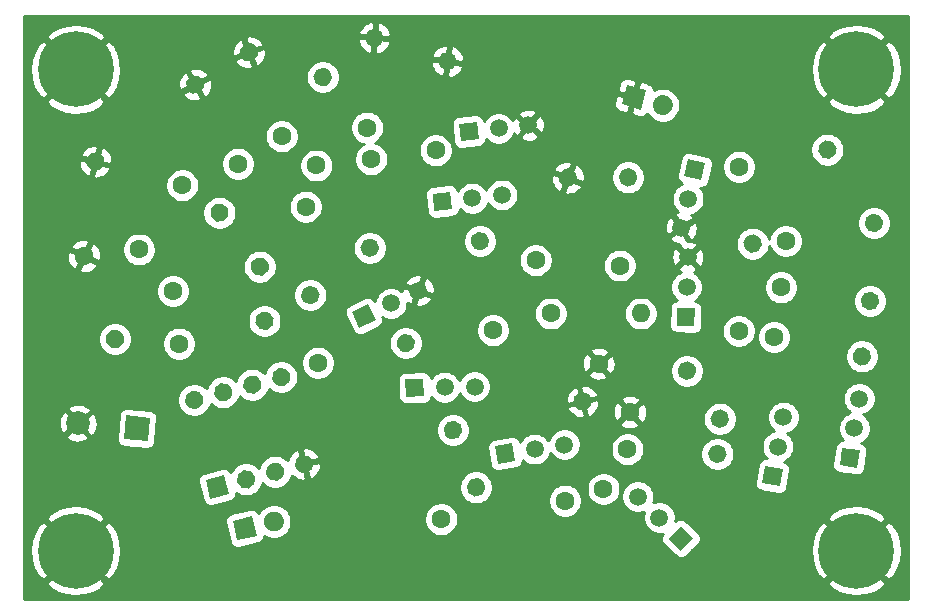
<source format=gbr>
%TF.GenerationSoftware,KiCad,Pcbnew,(5.1.6)-1*%
%TF.CreationDate,2020-07-12T11:16:24-05:00*%
%TF.ProjectId,Bird Monk Train,42697264-204d-46f6-9e6b-20547261696e,rev?*%
%TF.SameCoordinates,Original*%
%TF.FileFunction,Copper,L2,Bot*%
%TF.FilePolarity,Positive*%
%FSLAX46Y46*%
G04 Gerber Fmt 4.6, Leading zero omitted, Abs format (unit mm)*
G04 Created by KiCad (PCBNEW (5.1.6)-1) date 2020-07-12 11:16:24*
%MOMM*%
%LPD*%
G01*
G04 APERTURE LIST*
%TA.AperFunction,ComponentPad*%
%ADD10C,6.400000*%
%TD*%
%TA.AperFunction,ComponentPad*%
%ADD11C,1.600000*%
%TD*%
%TA.AperFunction,ComponentPad*%
%ADD12O,1.600000X1.600000*%
%TD*%
%TA.AperFunction,ComponentPad*%
%ADD13C,0.100000*%
%TD*%
%TA.AperFunction,ComponentPad*%
%ADD14C,1.500000*%
%TD*%
%TA.AperFunction,ComponentPad*%
%ADD15C,2.000000*%
%TD*%
%TA.AperFunction,Conductor*%
%ADD16C,0.254000*%
%TD*%
G04 APERTURE END LIST*
D10*
%TO.P,.,*%
%TO.N,Net 1*%
X98780000Y-114110000D03*
%TD*%
%TO.P,.,*%
%TO.N,Net 1*%
X98780000Y-154860000D03*
%TD*%
%TO.P,.,*%
%TO.N,Net 1*%
X164880000Y-114110000D03*
%TD*%
%TO.P,.,*%
%TO.N,Net 1*%
X164880000Y-154860000D03*
%TD*%
D11*
%TO.P,,1*%
%TO.N,Net 25*%
X157900000Y-136780000D03*
%TO.P,,2*%
%TO.N,Net 2*%
%TA.AperFunction,ComponentPad*%
G36*
G01*
X164560905Y-138244495D02*
X164560905Y-138244495D01*
G75*
G02*
X165514031Y-137634945I781338J-171788D01*
G01*
X165514031Y-137634945D01*
G75*
G02*
X166123581Y-138588071I-171788J-781338D01*
G01*
X166123581Y-138588071D01*
G75*
G02*
X165170455Y-139197621I-781338J171788D01*
G01*
X165170455Y-139197621D01*
G75*
G02*
X164560905Y-138244495I171788J781338D01*
G01*
G37*
%TD.AperFunction*%
%TD*%
%TO.P,,2*%
%TO.N,Net 2*%
%TA.AperFunction,ComponentPad*%
G36*
G01*
X165241528Y-133601598D02*
X165241528Y-133601598D01*
G75*
G02*
X166153332Y-132931812I790795J-121009D01*
G01*
X166153332Y-132931812D01*
G75*
G02*
X166823118Y-133843616I-121009J-790795D01*
G01*
X166823118Y-133843616D01*
G75*
G02*
X165911314Y-134513402I-790795J121009D01*
G01*
X165911314Y-134513402D01*
G75*
G02*
X165241528Y-133601598I121009J790795D01*
G01*
G37*
%TD.AperFunction*%
%TO.P,,1*%
%TO.N,Net 26*%
X158500000Y-132570000D03*
%TD*%
%TO.P,,2*%
%TO.N,Net 2*%
%TA.AperFunction,ComponentPad*%
G36*
G01*
X165583086Y-127280310D02*
X165583086Y-127280310D01*
G75*
G02*
X166207532Y-126336876I783940J159494D01*
G01*
X166207532Y-126336876D01*
G75*
G02*
X167150966Y-126961322I159494J-783940D01*
G01*
X167150966Y-126961322D01*
G75*
G02*
X166526520Y-127904756I-783940J-159494D01*
G01*
X166526520Y-127904756D01*
G75*
G02*
X165583086Y-127280310I-159494J783940D01*
G01*
G37*
%TD.AperFunction*%
%TO.P,,1*%
%TO.N,Net 28*%
X158900000Y-128640000D03*
%TD*%
%TO.P,,2*%
%TO.N,Net 2*%
%TA.AperFunction,ComponentPad*%
G36*
G01*
X161644697Y-121058682D02*
X161644697Y-121058682D01*
G75*
G02*
X162277352Y-120120733I785302J152647D01*
G01*
X162277352Y-120120733D01*
G75*
G02*
X163215301Y-120753388I152647J-785302D01*
G01*
X163215301Y-120753388D01*
G75*
G02*
X162582646Y-121691337I-785302J-152647D01*
G01*
X162582646Y-121691337D01*
G75*
G02*
X161644697Y-121058682I-152647J785302D01*
G01*
G37*
%TD.AperFunction*%
%TO.P,,1*%
%TO.N,Net 27*%
X154950000Y-122360000D03*
%TD*%
D12*
%TO.P,,2*%
%TO.N,Net 25*%
X146620000Y-134780000D03*
D11*
%TO.P,,1*%
%TO.N,Net 15*%
X139000000Y-134780000D03*
%TD*%
%TO.P,,2*%
%TO.N,Net 23*%
%TA.AperFunction,ComponentPad*%
G36*
G01*
X152511684Y-143629484D02*
X152511684Y-143629484D01*
G75*
G02*
X153368127Y-142890223I797852J-58591D01*
G01*
X153368127Y-142890223D01*
G75*
G02*
X154107388Y-143746666I-58591J-797852D01*
G01*
X154107388Y-143746666D01*
G75*
G02*
X153250945Y-144485927I-797852J58591D01*
G01*
X153250945Y-144485927D01*
G75*
G02*
X152511684Y-143629484I58591J797852D01*
G01*
G37*
%TD.AperFunction*%
%TO.P,,1*%
%TO.N,Net 1*%
X145710000Y-143130000D03*
%TD*%
%TO.P,,2*%
%TO.N,Net 23*%
%TA.AperFunction,ComponentPad*%
G36*
G01*
X152311267Y-146625044D02*
X152311267Y-146625044D01*
G75*
G02*
X153150716Y-145866543I798975J-40474D01*
G01*
X153150716Y-145866543D01*
G75*
G02*
X153909217Y-146705992I-40474J-798975D01*
G01*
X153909217Y-146705992D01*
G75*
G02*
X153069768Y-147464493I-798975J40474D01*
G01*
X153069768Y-147464493D01*
G75*
G02*
X152311267Y-146625044I40474J798975D01*
G01*
G37*
%TD.AperFunction*%
%TO.P,,1*%
%TO.N,Net 16*%
X145500000Y-146280000D03*
%TD*%
%TO.P,,1*%
%TO.N,Net 25*%
X154916741Y-136267664D03*
%TO.P,,2*%
%TO.N,Net 28*%
%TA.AperFunction,ComponentPad*%
G36*
G01*
X155964852Y-129650150D02*
X155964852Y-129650150D01*
G75*
G02*
X155299849Y-128734851I125148J790151D01*
G01*
X155299849Y-128734851D01*
G75*
G02*
X156215148Y-128069848I790151J-125148D01*
G01*
X156215148Y-128069848D01*
G75*
G02*
X156880151Y-128985147I-125148J-790151D01*
G01*
X156880151Y-128985147D01*
G75*
G02*
X155964852Y-129650150I-790151J125148D01*
G01*
G37*
%TD.AperFunction*%
%TD*%
%TO.P,,1*%
%TO.N,Net 26*%
X144840000Y-130720000D03*
%TO.P,,2*%
%TO.N,Net 27*%
%TA.AperFunction,ComponentPad*%
G36*
G01*
X145482166Y-124050846D02*
X145482166Y-124050846D01*
G75*
G02*
X144762526Y-123177852I76677J796317D01*
G01*
X144762526Y-123177852D01*
G75*
G02*
X145635520Y-122458212I796317J-76677D01*
G01*
X145635520Y-122458212D01*
G75*
G02*
X146355160Y-123331206I-76677J-796317D01*
G01*
X146355160Y-123331206D01*
G75*
G02*
X145482166Y-124050846I-796317J76677D01*
G01*
G37*
%TD.AperFunction*%
%TD*%
%TO.P,,1*%
%TO.N,Net 17*%
X137725615Y-130277685D03*
%TO.P,,2*%
%TO.N,Net 1*%
%TA.AperFunction,ComponentPad*%
G36*
G01*
X140159399Y-124035353D02*
X140159399Y-124035353D01*
G75*
G02*
X139704647Y-122999399I290601J745353D01*
G01*
X139704647Y-122999399D01*
G75*
G02*
X140740601Y-122544647I745353J-290601D01*
G01*
X140740601Y-122544647D01*
G75*
G02*
X141195353Y-123580601I-290601J-745353D01*
G01*
X141195353Y-123580601D01*
G75*
G02*
X140159399Y-124035353I-745353J290601D01*
G01*
G37*
%TD.AperFunction*%
%TD*%
%TA.AperFunction,ComponentPad*%
D13*
%TO.P,,1*%
%TO.N,Net 27*%
G36*
X150301885Y-123167164D02*
G01*
X150639312Y-121705609D01*
X152100867Y-122043036D01*
X151763440Y-123504591D01*
X150301885Y-123167164D01*
G37*
%TD.AperFunction*%
D14*
%TO.P,,3*%
%TO.N,Net 1*%
X150058625Y-127554900D03*
%TO.P,,2*%
%TO.N,Net 28*%
X150630000Y-125080000D03*
%TD*%
D11*
%TO.P,,1*%
%TO.N,Net 1*%
X143050000Y-139020000D03*
%TO.P,,2*%
%TO.N,Net 22*%
%TA.AperFunction,ComponentPad*%
G36*
G01*
X149727471Y-139568988D02*
X149727471Y-139568988D01*
G75*
G02*
X150590332Y-138837229I797310J-65551D01*
G01*
X150590332Y-138837229D01*
G75*
G02*
X151322091Y-139700090I-65551J-797310D01*
G01*
X151322091Y-139700090D01*
G75*
G02*
X150459230Y-140431849I-797310J65551D01*
G01*
X150459230Y-140431849D01*
G75*
G02*
X149727471Y-139568988I65551J797310D01*
G01*
G37*
%TD.AperFunction*%
%TD*%
%TA.AperFunction,ComponentPad*%
D13*
%TO.P,,1*%
%TO.N,Net 25*%
G36*
X151213405Y-134352675D02*
G01*
X151166289Y-135851935D01*
X149667029Y-135804819D01*
X149714145Y-134305559D01*
X151213405Y-134352675D01*
G37*
%TD.AperFunction*%
D14*
%TO.P,,3*%
%TO.N,Net 1*%
X150599784Y-130001254D03*
%TO.P,,2*%
%TO.N,Net 26*%
X150520000Y-132540000D03*
%TD*%
%TO.P,,2*%
%TO.N,Net 24*%
X164720001Y-144490000D03*
%TO.P,,3*%
%TO.N,Net 2*%
X165117343Y-141981271D03*
%TA.AperFunction,ComponentPad*%
D13*
%TO.P,,1*%
%TO.N,Net 23*%
G36*
X165180748Y-146375288D02*
G01*
X164946096Y-147856820D01*
X163464564Y-147622168D01*
X163699216Y-146140636D01*
X165180748Y-146375288D01*
G37*
%TD.AperFunction*%
%TD*%
%TA.AperFunction,ComponentPad*%
%TO.P,,1*%
%TO.N,Net 22*%
G36*
X158657857Y-147945256D02*
G01*
X158389654Y-149421083D01*
X156913827Y-149152880D01*
X157182030Y-147677053D01*
X158657857Y-147945256D01*
G37*
%TD.AperFunction*%
D14*
%TO.P,,3*%
%TO.N,Net 24*%
X158694157Y-143550932D03*
%TO.P,,2*%
%TO.N,Net 23*%
X158240000Y-146050000D03*
%TD*%
%TA.AperFunction,ComponentPad*%
D13*
%TO.P,,1*%
%TO.N,Net 2*%
G36*
X150007381Y-152767090D02*
G01*
X151084570Y-153810959D01*
X150040701Y-154888148D01*
X148963512Y-153844279D01*
X150007381Y-152767090D01*
G37*
%TD.AperFunction*%
D14*
%TO.P,,3*%
%TO.N,Net 19*%
X146375959Y-150292382D03*
%TO.P,,2*%
%TO.N,Net 22*%
X148200000Y-152060000D03*
%TD*%
%TO.P,,2*%
%TO.N,Net 1*%
%TA.AperFunction,ComponentPad*%
G36*
G01*
X141877902Y-143008437D02*
X141877902Y-143008437D01*
G75*
G02*
X140913250Y-142417297I-186756J777896D01*
G01*
X140913250Y-142417297D01*
G75*
G02*
X141504390Y-141452645I777896J186756D01*
G01*
X141504390Y-141452645D01*
G75*
G02*
X142469042Y-142043785I186756J-777896D01*
G01*
X142469042Y-142043785D01*
G75*
G02*
X141877902Y-143008437I-777896J-186756D01*
G01*
G37*
%TD.AperFunction*%
D11*
%TO.P,,1*%
%TO.N,Net 19*%
X143470000Y-149640000D03*
%TD*%
%TO.P,,2*%
%TO.N,Net 7*%
%TA.AperFunction,ComponentPad*%
G36*
G01*
X133471213Y-149618248D02*
X133471213Y-149618248D01*
G75*
G02*
X132561752Y-150291213I-791213J118248D01*
G01*
X132561752Y-150291213D01*
G75*
G02*
X131888787Y-149381752I118248J791213D01*
G01*
X131888787Y-149381752D01*
G75*
G02*
X132798248Y-148708787I791213J-118248D01*
G01*
X132798248Y-148708787D01*
G75*
G02*
X133471213Y-149618248I-118248J-791213D01*
G01*
G37*
%TD.AperFunction*%
%TO.P,,1*%
%TO.N,Net 19*%
X140216301Y-150626308D03*
%TD*%
D14*
%TO.P,,2*%
%TO.N,Net 15*%
X137642100Y-146264564D03*
%TO.P,,3*%
%TO.N,Net 16*%
X140154201Y-145889128D03*
%TA.AperFunction,ComponentPad*%
D13*
%TO.P,,1*%
%TO.N,Net 2*%
G36*
X135982619Y-147270905D02*
G01*
X134499095Y-147492619D01*
X134277381Y-146009095D01*
X135760905Y-145787381D01*
X135982619Y-147270905D01*
G37*
%TD.AperFunction*%
%TD*%
%TO.P,,2*%
%TO.N,Net 18*%
%TA.AperFunction,ComponentPad*%
G36*
G01*
X130620189Y-145438346D02*
X130620189Y-145438346D01*
G75*
G02*
X129931454Y-144540769I104421J793156D01*
G01*
X129931454Y-144540769D01*
G75*
G02*
X130829031Y-143852034I793156J-104421D01*
G01*
X130829031Y-143852034D01*
G75*
G02*
X131517766Y-144749611I-104421J-793156D01*
G01*
X131517766Y-144749611D01*
G75*
G02*
X130620189Y-145438346I-793156J104421D01*
G01*
G37*
%TD.AperFunction*%
D11*
%TO.P,,1*%
%TO.N,Net 2*%
X129730000Y-152200000D03*
%TD*%
%TO.P,2073,8*%
%TO.N,Net 10*%
%TA.AperFunction,ComponentPad*%
G36*
G01*
X109023005Y-142873814D02*
X109023005Y-142873814D01*
G75*
G02*
X108046185Y-142303006I-203006J773814D01*
G01*
X108046185Y-142303006D01*
G75*
G02*
X108616993Y-141326186I773814J203006D01*
G01*
X108616993Y-141326186D01*
G75*
G02*
X109593813Y-141896994I203006J-773814D01*
G01*
X109593813Y-141896994D01*
G75*
G02*
X109023005Y-142873814I-773814J-203006D01*
G01*
G37*
%TD.AperFunction*%
%TO.P,2073,4*%
%TO.N,Net 1*%
%TA.AperFunction,ComponentPad*%
G36*
G01*
X118327222Y-148310757D02*
X118327222Y-148310757D01*
G75*
G02*
X117350402Y-147739949I-203006J773814D01*
G01*
X117350402Y-147739949D01*
G75*
G02*
X117921210Y-146763129I773814J203006D01*
G01*
X117921210Y-146763129D01*
G75*
G02*
X118898030Y-147333937I203006J-773814D01*
G01*
X118898030Y-147333937D01*
G75*
G02*
X118327222Y-148310757I-773814J-203006D01*
G01*
G37*
%TD.AperFunction*%
%TO.P,2073,7*%
%TO.N,Net 9*%
%TA.AperFunction,ComponentPad*%
G36*
G01*
X111479867Y-142229270D02*
X111479867Y-142229270D01*
G75*
G02*
X110503047Y-141658462I-203006J773814D01*
G01*
X110503047Y-141658462D01*
G75*
G02*
X111073855Y-140681642I773814J203006D01*
G01*
X111073855Y-140681642D01*
G75*
G02*
X112050675Y-141252450I203006J-773814D01*
G01*
X112050675Y-141252450D01*
G75*
G02*
X111479867Y-142229270I-773814J-203006D01*
G01*
G37*
%TD.AperFunction*%
%TO.P,2073,3*%
%TO.N,Net 13*%
%TA.AperFunction,ComponentPad*%
G36*
G01*
X115870362Y-148955304D02*
X115870362Y-148955304D01*
G75*
G02*
X114893542Y-148384496I-203006J773814D01*
G01*
X114893542Y-148384496D01*
G75*
G02*
X115464350Y-147407676I773814J203006D01*
G01*
X115464350Y-147407676D01*
G75*
G02*
X116441170Y-147978484I203006J-773814D01*
G01*
X116441170Y-147978484D01*
G75*
G02*
X115870362Y-148955304I-773814J-203006D01*
G01*
G37*
%TD.AperFunction*%
%TO.P,2073,6*%
%TO.N,Net 3*%
%TA.AperFunction,ComponentPad*%
G36*
G01*
X113936727Y-141584723D02*
X113936727Y-141584723D01*
G75*
G02*
X112959907Y-141013915I-203006J773814D01*
G01*
X112959907Y-141013915D01*
G75*
G02*
X113530715Y-140037095I773814J203006D01*
G01*
X113530715Y-140037095D01*
G75*
G02*
X114507535Y-140607903I203006J-773814D01*
G01*
X114507535Y-140607903D01*
G75*
G02*
X113936727Y-141584723I-773814J-203006D01*
G01*
G37*
%TD.AperFunction*%
%TO.P,2073,2*%
%TO.N,Net 2*%
%TA.AperFunction,ComponentPad*%
G36*
G01*
X113413502Y-149599849D02*
X113413502Y-149599849D01*
G75*
G02*
X112436682Y-149029041I-203006J773814D01*
G01*
X112436682Y-149029041D01*
G75*
G02*
X113007490Y-148052221I773814J203006D01*
G01*
X113007490Y-148052221D01*
G75*
G02*
X113984310Y-148623029I203006J-773814D01*
G01*
X113984310Y-148623029D01*
G75*
G02*
X113413502Y-149599849I-773814J-203006D01*
G01*
G37*
%TD.AperFunction*%
%TO.P,2073,5*%
%TO.N,Net 11*%
%TA.AperFunction,ComponentPad*%
G36*
G01*
X116393587Y-140940178D02*
X116393587Y-140940178D01*
G75*
G02*
X115416767Y-140369370I-203006J773814D01*
G01*
X115416767Y-140369370D01*
G75*
G02*
X115987575Y-139392550I773814J203006D01*
G01*
X115987575Y-139392550D01*
G75*
G02*
X116964395Y-139963358I203006J-773814D01*
G01*
X116964395Y-139963358D01*
G75*
G02*
X116393587Y-140940178I-773814J-203006D01*
G01*
G37*
%TD.AperFunction*%
%TA.AperFunction,ComponentPad*%
D13*
%TO.P,2073,1*%
%TO.N,Net 12*%
G36*
X111730457Y-150041388D02*
G01*
X110182828Y-150447401D01*
X109776815Y-148899772D01*
X111324444Y-148493759D01*
X111730457Y-150041388D01*
G37*
%TD.AperFunction*%
%TD*%
%TO.P,,2*%
%TO.N,Net 13*%
%TA.AperFunction,ComponentPad*%
G36*
G01*
X115756108Y-153218215D02*
X115756108Y-153218215D01*
G75*
G02*
X114736685Y-152581208I-191208J828215D01*
G01*
X114736685Y-152581208D01*
G75*
G02*
X115373692Y-151561785I828215J191208D01*
G01*
X115373692Y-151561785D01*
G75*
G02*
X116393115Y-152198792I191208J-828215D01*
G01*
X116393115Y-152198792D01*
G75*
G02*
X115756108Y-153218215I-828215J-191208D01*
G01*
G37*
%TD.AperFunction*%
%TA.AperFunction,ComponentPad*%
%TO.P,,1*%
%TO.N,Net 12*%
G36*
X114109423Y-153598382D02*
G01*
X112452994Y-153980799D01*
X112070577Y-152324370D01*
X113727006Y-151941953D01*
X114109423Y-153598382D01*
G37*
%TD.AperFunction*%
%TD*%
%TO.P,,2*%
%TO.N,Net 8*%
%TA.AperFunction,ComponentPad*%
G36*
G01*
X123693069Y-128418981D02*
X123693069Y-128418981D01*
G75*
G02*
X124478985Y-129232821I-13962J-799878D01*
G01*
X124478985Y-129232821D01*
G75*
G02*
X123665145Y-130018737I-799878J13962D01*
G01*
X123665145Y-130018737D01*
G75*
G02*
X122879229Y-129204897I13962J799878D01*
G01*
X122879229Y-129204897D01*
G75*
G02*
X123693069Y-128418981I799878J-13962D01*
G01*
G37*
%TD.AperFunction*%
D11*
%TO.P,,1*%
%TO.N,Net 5*%
X123810000Y-121720000D03*
%TD*%
%TO.P,,2*%
%TO.N,Net 1*%
%TA.AperFunction,ComponentPad*%
G36*
G01*
X130150189Y-114208346D02*
X130150189Y-114208346D01*
G75*
G02*
X129461454Y-113310769I104421J793156D01*
G01*
X129461454Y-113310769D01*
G75*
G02*
X130359031Y-112622034I793156J-104421D01*
G01*
X130359031Y-112622034D01*
G75*
G02*
X131047766Y-113519611I-104421J-793156D01*
G01*
X131047766Y-113519611D01*
G75*
G02*
X130150189Y-114208346I-793156J104421D01*
G01*
G37*
%TD.AperFunction*%
%TO.P,,1*%
%TO.N,Net 20*%
X129260000Y-120970000D03*
%TD*%
%TO.P,,2*%
%TO.N,Net 1*%
%TA.AperFunction,ComponentPad*%
G36*
G01*
X124007233Y-112237534D02*
X124007233Y-112237534D01*
G75*
G02*
X123272466Y-111377233I62767J797534D01*
G01*
X123272466Y-111377233D01*
G75*
G02*
X124132767Y-110642466I797534J-62767D01*
G01*
X124132767Y-110642466D01*
G75*
G02*
X124867534Y-111502767I-62767J-797534D01*
G01*
X124867534Y-111502767D01*
G75*
G02*
X124007233Y-112237534I-797534J62767D01*
G01*
G37*
%TD.AperFunction*%
%TO.P,,1*%
%TO.N,Net 5*%
X123472142Y-119036510D03*
%TD*%
%TO.P,,2*%
%TO.N,Net 5*%
%TA.AperFunction,ComponentPad*%
G36*
G01*
X119639033Y-115567147D02*
X119639033Y-115567147D01*
G75*
G02*
X118898278Y-114711996I57198J797953D01*
G01*
X118898278Y-114711996D01*
G75*
G02*
X119753429Y-113971241I797953J-57198D01*
G01*
X119753429Y-113971241D01*
G75*
G02*
X120494184Y-114826392I-57198J-797953D01*
G01*
X120494184Y-114826392D01*
G75*
G02*
X119639033Y-115567147I-797953J57198D01*
G01*
G37*
%TD.AperFunction*%
%TO.P,,1*%
%TO.N,Net 4*%
X119160000Y-122250000D03*
%TD*%
%TO.P,,2*%
%TO.N,Net 1*%
%TA.AperFunction,ComponentPad*%
G36*
G01*
X113753721Y-113421552D02*
X113753721Y-113421552D01*
G75*
G02*
X112718562Y-112964993I-289300J745859D01*
G01*
X112718562Y-112964993D01*
G75*
G02*
X113175121Y-111929834I745859J289300D01*
G01*
X113175121Y-111929834D01*
G75*
G02*
X114210280Y-112386393I289300J-745859D01*
G01*
X114210280Y-112386393D01*
G75*
G02*
X113753721Y-113421552I-745859J-289300D01*
G01*
G37*
%TD.AperFunction*%
%TO.P,,1*%
%TO.N,Net 4*%
X116220000Y-119780000D03*
%TD*%
%TO.P,,1*%
%TO.N,Net 3*%
X112530000Y-122100000D03*
%TO.P,,2*%
%TO.N,Net 1*%
%TA.AperFunction,ComponentPad*%
G36*
G01*
X109286243Y-116100797D02*
X109286243Y-116100797D01*
G75*
G02*
X108202025Y-115777577I-380499J703719D01*
G01*
X108202025Y-115777577D01*
G75*
G02*
X108525245Y-114693359I703719J380499D01*
G01*
X108525245Y-114693359D01*
G75*
G02*
X109609463Y-115016579I380499J-703719D01*
G01*
X109609463Y-115016579D01*
G75*
G02*
X109286243Y-116100797I-703719J-380499D01*
G01*
G37*
%TD.AperFunction*%
%TD*%
%TO.P,,2*%
%TO.N,Net 20*%
%TA.AperFunction,ComponentPad*%
G36*
G01*
X133125491Y-129451434D02*
X133125491Y-129451434D01*
G75*
G02*
X132218385Y-128775298I-115485J791621D01*
G01*
X132218385Y-128775298D01*
G75*
G02*
X132894521Y-127868192I791621J115485D01*
G01*
X132894521Y-127868192D01*
G75*
G02*
X133801627Y-128544328I115485J-791621D01*
G01*
X133801627Y-128544328D01*
G75*
G02*
X133125491Y-129451434I-791621J-115485D01*
G01*
G37*
%TD.AperFunction*%
%TO.P,,1*%
%TO.N,Net 2*%
X134110000Y-136200000D03*
%TD*%
%TA.AperFunction,ComponentPad*%
D13*
%TO.P,,1*%
%TO.N,Net 7*%
G36*
X128234728Y-141804226D02*
G01*
X126735004Y-141833022D01*
X126706208Y-140333298D01*
X128205932Y-140304502D01*
X128234728Y-141804226D01*
G37*
%TD.AperFunction*%
D14*
%TO.P,,3*%
%TO.N,Net 18*%
X132549532Y-140971239D03*
%TO.P,,2*%
%TO.N,Net 17*%
X130010000Y-141020000D03*
%TD*%
%TA.AperFunction,ComponentPad*%
D13*
%TO.P,REF\u002A\u002A,1*%
%TO.N,Net 7*%
G36*
X124172168Y-135353937D02*
G01*
X122811602Y-135985491D01*
X122180048Y-134624925D01*
X123540614Y-133993371D01*
X124172168Y-135353937D01*
G37*
%TD.AperFunction*%
D14*
%TO.P,REF\u002A\u002A,3*%
%TO.N,Net 1*%
X127783892Y-132850569D03*
%TO.P,REF\u002A\u002A,2*%
%TO.N,Net 8*%
X125480000Y-133920000D03*
%TD*%
D11*
%TO.P,REF\u002A\u002A,1*%
%TO.N,Net 7*%
X119293514Y-138952251D03*
%TO.P,REF\u002A\u002A,2*%
%TO.N,Net 8*%
%TA.AperFunction,ComponentPad*%
G36*
G01*
X125949267Y-137464515D02*
X125949267Y-137464515D01*
G75*
G02*
X126555485Y-136509267I780733J174515D01*
G01*
X126555485Y-136509267D01*
G75*
G02*
X127510733Y-137115485I174515J-780733D01*
G01*
X127510733Y-137115485D01*
G75*
G02*
X126904515Y-138070733I-780733J-174515D01*
G01*
X126904515Y-138070733D01*
G75*
G02*
X125949267Y-137464515I-174515J780733D01*
G01*
G37*
%TD.AperFunction*%
%TD*%
%TO.P,10k,2*%
%TO.N,Net 1*%
%TA.AperFunction,ComponentPad*%
G36*
G01*
X101231718Y-122130385D02*
X101231718Y-122130385D01*
G75*
G02*
X100248974Y-122690933I-771646J211098D01*
G01*
X100248974Y-122690933D01*
G75*
G02*
X99688426Y-121708189I211098J771646D01*
G01*
X99688426Y-121708189D01*
G75*
G02*
X100671170Y-121147641I771646J-211098D01*
G01*
X100671170Y-121147641D01*
G75*
G02*
X101231718Y-122130385I-211098J-771646D01*
G01*
G37*
%TD.AperFunction*%
%TO.P,10k,1*%
%TO.N,Net 9*%
X107810000Y-123930000D03*
%TD*%
%TO.P,,1*%
%TO.N,Net 4*%
X118247480Y-125730000D03*
%TO.P,,2*%
%TO.N,Net 7*%
%TA.AperFunction,ComponentPad*%
G36*
G01*
X118598131Y-132420819D02*
X118598131Y-132420819D01*
G75*
G02*
X119438904Y-133177854I41869J-798904D01*
G01*
X119438904Y-133177854D01*
G75*
G02*
X118681869Y-134018627I-798904J-41869D01*
G01*
X118681869Y-134018627D01*
G75*
G02*
X117841096Y-133261592I-41869J798904D01*
G01*
X117841096Y-133261592D01*
G75*
G02*
X118598131Y-132420819I798904J41869D01*
G01*
G37*
%TD.AperFunction*%
%TD*%
%TO.P,,2*%
%TO.N,Net 11*%
%TA.AperFunction,ComponentPad*%
G36*
G01*
X113994721Y-135607210D02*
X113994721Y-135607210D01*
G75*
G02*
X114562116Y-134628403I773101J205706D01*
G01*
X114562116Y-134628403D01*
G75*
G02*
X115540923Y-135195798I205706J-773101D01*
G01*
X115540923Y-135195798D01*
G75*
G02*
X114973528Y-136174605I-773101J-205706D01*
G01*
X114973528Y-136174605D01*
G75*
G02*
X113994721Y-135607210I-205706J773101D01*
G01*
G37*
%TD.AperFunction*%
%TO.P,,1*%
%TO.N,Net 10*%
X107520000Y-137330000D03*
%TD*%
%TO.P,470K,2*%
%TO.N,Net 7*%
%TA.AperFunction,ComponentPad*%
G36*
G01*
X113592327Y-131033049D02*
X113592327Y-131033049D01*
G75*
G02*
X114144277Y-130045451I769774J217824D01*
G01*
X114144277Y-130045451D01*
G75*
G02*
X115131875Y-130597401I217824J-769774D01*
G01*
X115131875Y-130597401D01*
G75*
G02*
X114579925Y-131584999I-769774J-217824D01*
G01*
X114579925Y-131584999D01*
G75*
G02*
X113592327Y-131033049I-217824J769774D01*
G01*
G37*
%TD.AperFunction*%
%TO.P,470K,1*%
%TO.N,Net 14*%
X107030000Y-132890000D03*
%TD*%
%TO.P,SPKIN,1*%
%TO.N,Net 14*%
X104130000Y-129360000D03*
%TO.P,SPKIN,2*%
%TO.N,Net 3*%
%TA.AperFunction,ComponentPad*%
G36*
G01*
X110226741Y-126581555D02*
X110226741Y-126581555D01*
G75*
G02*
X110622955Y-125521831I727969J331755D01*
G01*
X110622955Y-125521831D01*
G75*
G02*
X111682679Y-125918045I331755J-727969D01*
G01*
X111682679Y-125918045D01*
G75*
G02*
X111286465Y-126977769I-727969J-331755D01*
G01*
X111286465Y-126977769D01*
G75*
G02*
X110226741Y-126581555I-331755J727969D01*
G01*
G37*
%TD.AperFunction*%
%TD*%
%TO.P,,1*%
%TO.N,Net 1*%
X99490000Y-129920000D03*
%TO.P,,2*%
%TO.N,Net 10*%
%TA.AperFunction,ComponentPad*%
G36*
G01*
X101825433Y-136199790D02*
X101825433Y-136199790D01*
G75*
G02*
X102854117Y-136670758I278858J-749826D01*
G01*
X102854117Y-136670758D01*
G75*
G02*
X102383149Y-137699442I-749826J-278858D01*
G01*
X102383149Y-137699442D01*
G75*
G02*
X101354465Y-137228474I-278858J749826D01*
G01*
X101354465Y-137228474D01*
G75*
G02*
X101825433Y-136199790I749826J278858D01*
G01*
G37*
%TD.AperFunction*%
%TD*%
D15*
%TO.P,REF\u002A\u002A,2*%
%TO.N,Net 1*%
X98989027Y-144064221D03*
%TA.AperFunction,ComponentPad*%
D13*
%TO.P,REF\u002A\u002A,1*%
%TO.N,Net 2*%
G36*
X105053350Y-143590961D02*
G01*
X104879039Y-145583350D01*
X102886650Y-145409039D01*
X103060961Y-143416650D01*
X105053350Y-143590961D01*
G37*
%TD.AperFunction*%
%TD*%
%TA.AperFunction,ComponentPad*%
%TO.P,,1*%
%TO.N,Net 17*%
G36*
X130651470Y-125958932D02*
G01*
X129160243Y-126120931D01*
X128998244Y-124629704D01*
X130489471Y-124467705D01*
X130651470Y-125958932D01*
G37*
%TD.AperFunction*%
D14*
%TO.P,,3*%
%TO.N,Net 21*%
X134875144Y-124745681D03*
%TO.P,,2*%
%TO.N,Net 20*%
X132350000Y-125020000D03*
%TD*%
%TA.AperFunction,ComponentPad*%
D13*
%TO.P,REF\u002A\u002A,1*%
%TO.N,Net 1*%
G36*
X146637589Y-117523633D02*
G01*
X144995515Y-117083641D01*
X145435507Y-115441567D01*
X147077581Y-115881559D01*
X146637589Y-117523633D01*
G37*
%TD.AperFunction*%
%TO.P,REF\u002A\u002A,2*%
%TO.N,Net 2*%
%TA.AperFunction,ComponentPad*%
G36*
G01*
X148270004Y-117961037D02*
X148270004Y-117961037D01*
G75*
G02*
X147668963Y-116920004I219996J821037D01*
G01*
X147668963Y-116920004D01*
G75*
G02*
X148709996Y-116318963I821037J-219996D01*
G01*
X148709996Y-116318963D01*
G75*
G02*
X149311037Y-117359996I-219996J-821037D01*
G01*
X149311037Y-117359996D01*
G75*
G02*
X148270004Y-117961037I-821037J219996D01*
G01*
G37*
%TD.AperFunction*%
%TD*%
%TA.AperFunction,ComponentPad*%
%TO.P,,1*%
%TO.N,Net 20*%
G36*
X132888202Y-120042997D02*
G01*
X131396419Y-120199790D01*
X131239626Y-118708007D01*
X132731409Y-118551214D01*
X132888202Y-120042997D01*
G37*
%TD.AperFunction*%
D14*
%TO.P,,3*%
%TO.N,Net 1*%
X137116085Y-118844497D03*
%TO.P,,2*%
%TO.N,Net 21*%
X134590000Y-119110000D03*
%TD*%
D16*
%TO.N,Net 1*%
G36*
X169230001Y-158940000D02*
G01*
X94380000Y-158940000D01*
X94380000Y-157560881D01*
X96258724Y-157560881D01*
X96618912Y-158050548D01*
X97282882Y-158410849D01*
X98004385Y-158634694D01*
X98755695Y-158713480D01*
X99507938Y-158644178D01*
X100232208Y-158429452D01*
X100900670Y-158077555D01*
X100941088Y-158050548D01*
X101301276Y-157560881D01*
X162358724Y-157560881D01*
X162718912Y-158050548D01*
X163382882Y-158410849D01*
X164104385Y-158634694D01*
X164855695Y-158713480D01*
X165607938Y-158644178D01*
X166332208Y-158429452D01*
X167000670Y-158077555D01*
X167041088Y-158050548D01*
X167401276Y-157560881D01*
X164880000Y-155039605D01*
X162358724Y-157560881D01*
X101301276Y-157560881D01*
X98780000Y-155039605D01*
X96258724Y-157560881D01*
X94380000Y-157560881D01*
X94380000Y-154835695D01*
X94926520Y-154835695D01*
X94995822Y-155587938D01*
X95210548Y-156312208D01*
X95562445Y-156980670D01*
X95589452Y-157021088D01*
X96079119Y-157381276D01*
X98600395Y-154860000D01*
X98959605Y-154860000D01*
X101480881Y-157381276D01*
X101970548Y-157021088D01*
X102330849Y-156357118D01*
X102554694Y-155635615D01*
X102633480Y-154884305D01*
X102564178Y-154132062D01*
X102349452Y-153407792D01*
X101997555Y-152739330D01*
X101970548Y-152698912D01*
X101487858Y-152343856D01*
X111432803Y-152343856D01*
X111448859Y-152467905D01*
X111831276Y-154124334D01*
X111871224Y-154242867D01*
X111933530Y-154351329D01*
X112015798Y-154445552D01*
X112114867Y-154521915D01*
X112226931Y-154577483D01*
X112347682Y-154610120D01*
X112472480Y-154618573D01*
X112596529Y-154602517D01*
X114252958Y-154220100D01*
X114371491Y-154180152D01*
X114479953Y-154117846D01*
X114574176Y-154035578D01*
X114650539Y-153936509D01*
X114706107Y-153824445D01*
X114738744Y-153703694D01*
X114743910Y-153627426D01*
X114861489Y-153705990D01*
X115131742Y-153817932D01*
X115418640Y-153875000D01*
X115711160Y-153875000D01*
X115998058Y-153817932D01*
X116268311Y-153705990D01*
X116511532Y-153543475D01*
X116718375Y-153336632D01*
X116880890Y-153093411D01*
X116992832Y-152823158D01*
X117049900Y-152536260D01*
X117049900Y-152243740D01*
X117013087Y-152058665D01*
X128295000Y-152058665D01*
X128295000Y-152341335D01*
X128350147Y-152618574D01*
X128458320Y-152879727D01*
X128615363Y-153114759D01*
X128815241Y-153314637D01*
X129050273Y-153471680D01*
X129311426Y-153579853D01*
X129588665Y-153635000D01*
X129871335Y-153635000D01*
X130148574Y-153579853D01*
X130409727Y-153471680D01*
X130644759Y-153314637D01*
X130844637Y-153114759D01*
X131001680Y-152879727D01*
X131109853Y-152618574D01*
X131165000Y-152341335D01*
X131165000Y-152058665D01*
X131109853Y-151781426D01*
X131001680Y-151520273D01*
X130844637Y-151285241D01*
X130644759Y-151085363D01*
X130409727Y-150928320D01*
X130148574Y-150820147D01*
X129871335Y-150765000D01*
X129588665Y-150765000D01*
X129311426Y-150820147D01*
X129050273Y-150928320D01*
X128815241Y-151085363D01*
X128615363Y-151285241D01*
X128458320Y-151520273D01*
X128350147Y-151781426D01*
X128295000Y-152058665D01*
X117013087Y-152058665D01*
X116992832Y-151956842D01*
X116880890Y-151686589D01*
X116718375Y-151443368D01*
X116511532Y-151236525D01*
X116268311Y-151074010D01*
X115998058Y-150962068D01*
X115711160Y-150905000D01*
X115418640Y-150905000D01*
X115131742Y-150962068D01*
X114861489Y-151074010D01*
X114618268Y-151236525D01*
X114411425Y-151443368D01*
X114283172Y-151635313D01*
X114246470Y-151571423D01*
X114164202Y-151477200D01*
X114065133Y-151400837D01*
X113953069Y-151345269D01*
X113832318Y-151312632D01*
X113707520Y-151304179D01*
X113583471Y-151320235D01*
X111927042Y-151702652D01*
X111808509Y-151742600D01*
X111700047Y-151804906D01*
X111605824Y-151887174D01*
X111529461Y-151986243D01*
X111473893Y-152098307D01*
X111441256Y-152219058D01*
X111432803Y-152343856D01*
X101487858Y-152343856D01*
X101480881Y-152338724D01*
X98959605Y-154860000D01*
X98600395Y-154860000D01*
X96079119Y-152338724D01*
X95589452Y-152698912D01*
X95229151Y-153362882D01*
X95005306Y-154084385D01*
X94926520Y-154835695D01*
X94380000Y-154835695D01*
X94380000Y-152159119D01*
X96258724Y-152159119D01*
X98780000Y-154680395D01*
X101301276Y-152159119D01*
X100941088Y-151669452D01*
X100277118Y-151309151D01*
X99555615Y-151085306D01*
X98804305Y-151006520D01*
X98052062Y-151075822D01*
X97327792Y-151290548D01*
X96659330Y-151642445D01*
X96618912Y-151669452D01*
X96258724Y-152159119D01*
X94380000Y-152159119D01*
X94380000Y-148938170D01*
X109139899Y-148938170D01*
X109159629Y-149061688D01*
X109565642Y-150609317D01*
X109609089Y-150726613D01*
X109674585Y-150833179D01*
X109759612Y-150924920D01*
X109860903Y-150998310D01*
X109974566Y-151050528D01*
X110096232Y-151079569D01*
X110221226Y-151084317D01*
X110344744Y-151064587D01*
X111892373Y-150658574D01*
X112009669Y-150615127D01*
X112116235Y-150549631D01*
X112207976Y-150464604D01*
X112281366Y-150363313D01*
X112333584Y-150249650D01*
X112362625Y-150127984D01*
X112367373Y-150002990D01*
X112364789Y-149986811D01*
X112530769Y-150097715D01*
X112791922Y-150205888D01*
X113069161Y-150261035D01*
X113351831Y-150261035D01*
X113629070Y-150205888D01*
X113890223Y-150097715D01*
X114125255Y-149940672D01*
X114325133Y-149740794D01*
X114482176Y-149505762D01*
X114590349Y-149244609D01*
X114608720Y-149152250D01*
X114752597Y-149296127D01*
X114987629Y-149453170D01*
X115248782Y-149561343D01*
X115526021Y-149616490D01*
X115808691Y-149616490D01*
X116085930Y-149561343D01*
X116347083Y-149453170D01*
X116488520Y-149358665D01*
X131245000Y-149358665D01*
X131245000Y-149641335D01*
X131300147Y-149918574D01*
X131408320Y-150179727D01*
X131565363Y-150414759D01*
X131765241Y-150614637D01*
X132000273Y-150771680D01*
X132261426Y-150879853D01*
X132538665Y-150935000D01*
X132821335Y-150935000D01*
X133098574Y-150879853D01*
X133359727Y-150771680D01*
X133594759Y-150614637D01*
X133724423Y-150484973D01*
X138781301Y-150484973D01*
X138781301Y-150767643D01*
X138836448Y-151044882D01*
X138944621Y-151306035D01*
X139101664Y-151541067D01*
X139301542Y-151740945D01*
X139536574Y-151897988D01*
X139797727Y-152006161D01*
X140074966Y-152061308D01*
X140357636Y-152061308D01*
X140634875Y-152006161D01*
X140896028Y-151897988D01*
X141131060Y-151740945D01*
X141330938Y-151541067D01*
X141487981Y-151306035D01*
X141596154Y-151044882D01*
X141651301Y-150767643D01*
X141651301Y-150484973D01*
X141596154Y-150207734D01*
X141487981Y-149946581D01*
X141330938Y-149711549D01*
X141131060Y-149511671D01*
X141111596Y-149498665D01*
X142035000Y-149498665D01*
X142035000Y-149781335D01*
X142090147Y-150058574D01*
X142198320Y-150319727D01*
X142355363Y-150554759D01*
X142555241Y-150754637D01*
X142790273Y-150911680D01*
X143051426Y-151019853D01*
X143328665Y-151075000D01*
X143611335Y-151075000D01*
X143888574Y-151019853D01*
X144149727Y-150911680D01*
X144384759Y-150754637D01*
X144584637Y-150554759D01*
X144741680Y-150319727D01*
X144809509Y-150155971D01*
X144990959Y-150155971D01*
X144990959Y-150428793D01*
X145044184Y-150696371D01*
X145148588Y-150948425D01*
X145300160Y-151175268D01*
X145493073Y-151368181D01*
X145719916Y-151519753D01*
X145971970Y-151624157D01*
X146239548Y-151677382D01*
X146512370Y-151677382D01*
X146779948Y-151624157D01*
X146902435Y-151573421D01*
X146868225Y-151656011D01*
X146815000Y-151923589D01*
X146815000Y-152196411D01*
X146868225Y-152463989D01*
X146972629Y-152716043D01*
X147124201Y-152942886D01*
X147317114Y-153135799D01*
X147543957Y-153287371D01*
X147796011Y-153391775D01*
X148063589Y-153445000D01*
X148336411Y-153445000D01*
X148494752Y-153413504D01*
X148427472Y-153498162D01*
X148370248Y-153609389D01*
X148335822Y-153729642D01*
X148325519Y-153854301D01*
X148339733Y-153978575D01*
X148377918Y-154097688D01*
X148438608Y-154207062D01*
X148519469Y-154302495D01*
X149596658Y-155346364D01*
X149694584Y-155424188D01*
X149805811Y-155481412D01*
X149926064Y-155515838D01*
X150050723Y-155526141D01*
X150174997Y-155511927D01*
X150294110Y-155473742D01*
X150403484Y-155413052D01*
X150498917Y-155332191D01*
X150980055Y-154835695D01*
X161026520Y-154835695D01*
X161095822Y-155587938D01*
X161310548Y-156312208D01*
X161662445Y-156980670D01*
X161689452Y-157021088D01*
X162179119Y-157381276D01*
X164700395Y-154860000D01*
X165059605Y-154860000D01*
X167580881Y-157381276D01*
X168070548Y-157021088D01*
X168430849Y-156357118D01*
X168654694Y-155635615D01*
X168733480Y-154884305D01*
X168664178Y-154132062D01*
X168449452Y-153407792D01*
X168097555Y-152739330D01*
X168070548Y-152698912D01*
X167580881Y-152338724D01*
X165059605Y-154860000D01*
X164700395Y-154860000D01*
X162179119Y-152338724D01*
X161689452Y-152698912D01*
X161329151Y-153362882D01*
X161105306Y-154084385D01*
X161026520Y-154835695D01*
X150980055Y-154835695D01*
X151542786Y-154255002D01*
X151620610Y-154157076D01*
X151677834Y-154045849D01*
X151712260Y-153925596D01*
X151722563Y-153800937D01*
X151708349Y-153676663D01*
X151670164Y-153557550D01*
X151609474Y-153448176D01*
X151528613Y-153352743D01*
X150451424Y-152308874D01*
X150353498Y-152231050D01*
X150242271Y-152173826D01*
X150190899Y-152159119D01*
X162358724Y-152159119D01*
X164880000Y-154680395D01*
X167401276Y-152159119D01*
X167041088Y-151669452D01*
X166377118Y-151309151D01*
X165655615Y-151085306D01*
X164904305Y-151006520D01*
X164152062Y-151075822D01*
X163427792Y-151290548D01*
X162759330Y-151642445D01*
X162718912Y-151669452D01*
X162358724Y-152159119D01*
X150190899Y-152159119D01*
X150122018Y-152139400D01*
X149997359Y-152129097D01*
X149873085Y-152143311D01*
X149753972Y-152181496D01*
X149644598Y-152242186D01*
X149561968Y-152312199D01*
X149585000Y-152196411D01*
X149585000Y-151923589D01*
X149531775Y-151656011D01*
X149427371Y-151403957D01*
X149275799Y-151177114D01*
X149082886Y-150984201D01*
X148856043Y-150832629D01*
X148603989Y-150728225D01*
X148336411Y-150675000D01*
X148063589Y-150675000D01*
X147796011Y-150728225D01*
X147673524Y-150778961D01*
X147707734Y-150696371D01*
X147760959Y-150428793D01*
X147760959Y-150155971D01*
X147707734Y-149888393D01*
X147603330Y-149636339D01*
X147451758Y-149409496D01*
X147258845Y-149216583D01*
X147179340Y-149163459D01*
X156275843Y-149163459D01*
X156290165Y-149287721D01*
X156328455Y-149406800D01*
X156389240Y-149516121D01*
X156470185Y-149611484D01*
X156568178Y-149689222D01*
X156679455Y-149746349D01*
X156799738Y-149780670D01*
X158275565Y-150048873D01*
X158400233Y-150059067D01*
X158524495Y-150044745D01*
X158643574Y-150006455D01*
X158752895Y-149945670D01*
X158848258Y-149864725D01*
X158925996Y-149766732D01*
X158983123Y-149655455D01*
X159017444Y-149535172D01*
X159285647Y-148059345D01*
X159295841Y-147934677D01*
X159281519Y-147810415D01*
X159243229Y-147691336D01*
X159218699Y-147647218D01*
X162826984Y-147647218D01*
X162844122Y-147771123D01*
X162885103Y-147889303D01*
X162948353Y-147997217D01*
X163031440Y-148090719D01*
X163131172Y-148166214D01*
X163243716Y-148220802D01*
X163364747Y-148252384D01*
X164846279Y-148487036D01*
X164971146Y-148494400D01*
X165095051Y-148477262D01*
X165213231Y-148436281D01*
X165321145Y-148373031D01*
X165414647Y-148289944D01*
X165490142Y-148190212D01*
X165544730Y-148077668D01*
X165576312Y-147956637D01*
X165810964Y-146475105D01*
X165818328Y-146350238D01*
X165801190Y-146226333D01*
X165760209Y-146108153D01*
X165696959Y-146000239D01*
X165613872Y-145906737D01*
X165514140Y-145831242D01*
X165401596Y-145776654D01*
X165298113Y-145749651D01*
X165376044Y-145717371D01*
X165602887Y-145565799D01*
X165795800Y-145372886D01*
X165947372Y-145146043D01*
X166051776Y-144893989D01*
X166105001Y-144626411D01*
X166105001Y-144353589D01*
X166051776Y-144086011D01*
X165947372Y-143833957D01*
X165795800Y-143607114D01*
X165602887Y-143414201D01*
X165467518Y-143323750D01*
X165521332Y-143313046D01*
X165773386Y-143208642D01*
X166000229Y-143057070D01*
X166193142Y-142864157D01*
X166344714Y-142637314D01*
X166449118Y-142385260D01*
X166502343Y-142117682D01*
X166502343Y-141844860D01*
X166449118Y-141577282D01*
X166344714Y-141325228D01*
X166193142Y-141098385D01*
X166000229Y-140905472D01*
X165773386Y-140753900D01*
X165521332Y-140649496D01*
X165253754Y-140596271D01*
X164980932Y-140596271D01*
X164713354Y-140649496D01*
X164461300Y-140753900D01*
X164234457Y-140905472D01*
X164041544Y-141098385D01*
X163889972Y-141325228D01*
X163785568Y-141577282D01*
X163732343Y-141844860D01*
X163732343Y-142117682D01*
X163785568Y-142385260D01*
X163889972Y-142637314D01*
X164041544Y-142864157D01*
X164234457Y-143057070D01*
X164369826Y-143147521D01*
X164316012Y-143158225D01*
X164063958Y-143262629D01*
X163837115Y-143414201D01*
X163644202Y-143607114D01*
X163492630Y-143833957D01*
X163388226Y-144086011D01*
X163335001Y-144353589D01*
X163335001Y-144626411D01*
X163388226Y-144893989D01*
X163492630Y-145146043D01*
X163644202Y-145372886D01*
X163780652Y-145509336D01*
X163674166Y-145503056D01*
X163550261Y-145520194D01*
X163432081Y-145561175D01*
X163324167Y-145624425D01*
X163230665Y-145707512D01*
X163155170Y-145807244D01*
X163100582Y-145919788D01*
X163069000Y-146040819D01*
X162834348Y-147522351D01*
X162826984Y-147647218D01*
X159218699Y-147647218D01*
X159182444Y-147582015D01*
X159101499Y-147486652D01*
X159003506Y-147408914D01*
X158892229Y-147351787D01*
X158788110Y-147322078D01*
X158896043Y-147277371D01*
X159122886Y-147125799D01*
X159315799Y-146932886D01*
X159467371Y-146706043D01*
X159571775Y-146453989D01*
X159625000Y-146186411D01*
X159625000Y-145913589D01*
X159571775Y-145646011D01*
X159467371Y-145393957D01*
X159315799Y-145167114D01*
X159122886Y-144974201D01*
X159011693Y-144899904D01*
X159098146Y-144882707D01*
X159350200Y-144778303D01*
X159577043Y-144626731D01*
X159769956Y-144433818D01*
X159921528Y-144206975D01*
X160025932Y-143954921D01*
X160079157Y-143687343D01*
X160079157Y-143414521D01*
X160025932Y-143146943D01*
X159921528Y-142894889D01*
X159769956Y-142668046D01*
X159577043Y-142475133D01*
X159350200Y-142323561D01*
X159098146Y-142219157D01*
X158830568Y-142165932D01*
X158557746Y-142165932D01*
X158290168Y-142219157D01*
X158038114Y-142323561D01*
X157811271Y-142475133D01*
X157618358Y-142668046D01*
X157466786Y-142894889D01*
X157362382Y-143146943D01*
X157309157Y-143414521D01*
X157309157Y-143687343D01*
X157362382Y-143954921D01*
X157466786Y-144206975D01*
X157618358Y-144433818D01*
X157811271Y-144626731D01*
X157922464Y-144701028D01*
X157836011Y-144718225D01*
X157583957Y-144822629D01*
X157357114Y-144974201D01*
X157164201Y-145167114D01*
X157012629Y-145393957D01*
X156908225Y-145646011D01*
X156855000Y-145913589D01*
X156855000Y-146186411D01*
X156908225Y-146453989D01*
X157012629Y-146706043D01*
X157164201Y-146932886D01*
X157279194Y-147047879D01*
X157171451Y-147039069D01*
X157047189Y-147053391D01*
X156928110Y-147091681D01*
X156818789Y-147152466D01*
X156723426Y-147233411D01*
X156645688Y-147331404D01*
X156588561Y-147442681D01*
X156554240Y-147562964D01*
X156286037Y-149038791D01*
X156275843Y-149163459D01*
X147179340Y-149163459D01*
X147032002Y-149065011D01*
X146779948Y-148960607D01*
X146512370Y-148907382D01*
X146239548Y-148907382D01*
X145971970Y-148960607D01*
X145719916Y-149065011D01*
X145493073Y-149216583D01*
X145300160Y-149409496D01*
X145148588Y-149636339D01*
X145044184Y-149888393D01*
X144990959Y-150155971D01*
X144809509Y-150155971D01*
X144849853Y-150058574D01*
X144905000Y-149781335D01*
X144905000Y-149498665D01*
X144849853Y-149221426D01*
X144741680Y-148960273D01*
X144584637Y-148725241D01*
X144384759Y-148525363D01*
X144149727Y-148368320D01*
X143888574Y-148260147D01*
X143611335Y-148205000D01*
X143328665Y-148205000D01*
X143051426Y-148260147D01*
X142790273Y-148368320D01*
X142555241Y-148525363D01*
X142355363Y-148725241D01*
X142198320Y-148960273D01*
X142090147Y-149221426D01*
X142035000Y-149498665D01*
X141111596Y-149498665D01*
X140896028Y-149354628D01*
X140634875Y-149246455D01*
X140357636Y-149191308D01*
X140074966Y-149191308D01*
X139797727Y-149246455D01*
X139536574Y-149354628D01*
X139301542Y-149511671D01*
X139101664Y-149711549D01*
X138944621Y-149946581D01*
X138836448Y-150207734D01*
X138781301Y-150484973D01*
X133724423Y-150484973D01*
X133794637Y-150414759D01*
X133951680Y-150179727D01*
X134059853Y-149918574D01*
X134115000Y-149641335D01*
X134115000Y-149358665D01*
X134059853Y-149081426D01*
X133951680Y-148820273D01*
X133794637Y-148585241D01*
X133594759Y-148385363D01*
X133359727Y-148228320D01*
X133098574Y-148120147D01*
X132821335Y-148065000D01*
X132538665Y-148065000D01*
X132261426Y-148120147D01*
X132000273Y-148228320D01*
X131765241Y-148385363D01*
X131565363Y-148585241D01*
X131408320Y-148820273D01*
X131300147Y-149081426D01*
X131245000Y-149358665D01*
X116488520Y-149358665D01*
X116582115Y-149296127D01*
X116781993Y-149096249D01*
X116939036Y-148861217D01*
X117047209Y-148600064D01*
X117067002Y-148500558D01*
X117226547Y-148656510D01*
X117462213Y-148810125D01*
X117723319Y-148914812D01*
X117999831Y-148966547D01*
X118139809Y-148971858D01*
X118323624Y-148797518D01*
X118033600Y-147692013D01*
X118014255Y-147697088D01*
X117996015Y-147627559D01*
X118279286Y-147627559D01*
X118569310Y-148733064D01*
X118815037Y-148794715D01*
X118934380Y-148721373D01*
X119149884Y-148540559D01*
X119325972Y-148321177D01*
X119455877Y-148071657D01*
X119534607Y-147801588D01*
X119559136Y-147521350D01*
X119385477Y-147337355D01*
X118279286Y-147627559D01*
X117996015Y-147627559D01*
X117949801Y-147451402D01*
X117969146Y-147446327D01*
X117679122Y-146340822D01*
X117433395Y-146279171D01*
X117314052Y-146352513D01*
X117098548Y-146533327D01*
X116922460Y-146752709D01*
X116792555Y-147002229D01*
X116730468Y-147215206D01*
X116582115Y-147066853D01*
X116347083Y-146909810D01*
X116085930Y-146801637D01*
X115808691Y-146746490D01*
X115526021Y-146746490D01*
X115248782Y-146801637D01*
X114987629Y-146909810D01*
X114752597Y-147066853D01*
X114552719Y-147266731D01*
X114395676Y-147501763D01*
X114287503Y-147762916D01*
X114269132Y-147855275D01*
X114125255Y-147711398D01*
X113890223Y-147554355D01*
X113629070Y-147446182D01*
X113351831Y-147391035D01*
X113069161Y-147391035D01*
X112791922Y-147446182D01*
X112530769Y-147554355D01*
X112295737Y-147711398D01*
X112095859Y-147911276D01*
X111938816Y-148146308D01*
X111904021Y-148230309D01*
X111898183Y-148214547D01*
X111832687Y-148107981D01*
X111747660Y-148016240D01*
X111646369Y-147942850D01*
X111532706Y-147890632D01*
X111411040Y-147861591D01*
X111286046Y-147856843D01*
X111162528Y-147876573D01*
X109614899Y-148282586D01*
X109497603Y-148326033D01*
X109391037Y-148391529D01*
X109299296Y-148476556D01*
X109225906Y-148577847D01*
X109173688Y-148691510D01*
X109144647Y-148813176D01*
X109139899Y-148938170D01*
X94380000Y-148938170D01*
X94380000Y-146276368D01*
X117924808Y-146276368D01*
X118214832Y-147381873D01*
X119321022Y-147091669D01*
X119381993Y-146846120D01*
X119223053Y-146614014D01*
X119021885Y-146417376D01*
X118786219Y-146263761D01*
X118525113Y-146159074D01*
X118248601Y-146107339D01*
X118108623Y-146102028D01*
X117924808Y-146276368D01*
X94380000Y-146276368D01*
X94380000Y-145112010D01*
X97937898Y-145112010D01*
X98010254Y-145383751D01*
X98286488Y-145549346D01*
X98589720Y-145657868D01*
X98908298Y-145705147D01*
X99229978Y-145689366D01*
X99542399Y-145611132D01*
X99723797Y-145533666D01*
X99807498Y-145353428D01*
X102251006Y-145353428D01*
X102252370Y-145478504D01*
X102278110Y-145600911D01*
X102327235Y-145715945D01*
X102397859Y-145819184D01*
X102487266Y-145906662D01*
X102592021Y-145975016D01*
X102708099Y-146021620D01*
X102831039Y-146044683D01*
X104823428Y-146218994D01*
X104948504Y-146217630D01*
X105070911Y-146191890D01*
X105185945Y-146142765D01*
X105289184Y-146072141D01*
X105376662Y-145982734D01*
X105445016Y-145877979D01*
X105491620Y-145761901D01*
X105514683Y-145638961D01*
X105613991Y-144503855D01*
X129289610Y-144503855D01*
X129289610Y-144786525D01*
X129344757Y-145063764D01*
X129452930Y-145324917D01*
X129609973Y-145559949D01*
X129809851Y-145759827D01*
X130044883Y-145916870D01*
X130306036Y-146025043D01*
X130583275Y-146080190D01*
X130865945Y-146080190D01*
X131143184Y-146025043D01*
X131255594Y-145978481D01*
X133640044Y-145978481D01*
X133646318Y-146103408D01*
X133868032Y-147586932D01*
X133898557Y-147708234D01*
X133952161Y-147821250D01*
X134026782Y-147921637D01*
X134119555Y-148005538D01*
X134226913Y-148069726D01*
X134344731Y-148111738D01*
X134468481Y-148129956D01*
X134593408Y-148123682D01*
X136076932Y-147901968D01*
X136198234Y-147871443D01*
X136311250Y-147817839D01*
X136411637Y-147743218D01*
X136495538Y-147650445D01*
X136559726Y-147543087D01*
X136601738Y-147425269D01*
X136619956Y-147301519D01*
X136614646Y-147195795D01*
X136759214Y-147340363D01*
X136986057Y-147491935D01*
X137238111Y-147596339D01*
X137505689Y-147649564D01*
X137778511Y-147649564D01*
X138046089Y-147596339D01*
X138298143Y-147491935D01*
X138524986Y-147340363D01*
X138717899Y-147147450D01*
X138869471Y-146920607D01*
X138973875Y-146668553D01*
X138981995Y-146627731D01*
X139078402Y-146772014D01*
X139271315Y-146964927D01*
X139498158Y-147116499D01*
X139750212Y-147220903D01*
X140017790Y-147274128D01*
X140290612Y-147274128D01*
X140558190Y-147220903D01*
X140810244Y-147116499D01*
X141037087Y-146964927D01*
X141230000Y-146772014D01*
X141381572Y-146545171D01*
X141485976Y-146293117D01*
X141516698Y-146138665D01*
X144065000Y-146138665D01*
X144065000Y-146421335D01*
X144120147Y-146698574D01*
X144228320Y-146959727D01*
X144385363Y-147194759D01*
X144585241Y-147394637D01*
X144820273Y-147551680D01*
X145081426Y-147659853D01*
X145358665Y-147715000D01*
X145641335Y-147715000D01*
X145918574Y-147659853D01*
X146179727Y-147551680D01*
X146414759Y-147394637D01*
X146614637Y-147194759D01*
X146771680Y-146959727D01*
X146879853Y-146698574D01*
X146914541Y-146524183D01*
X151675242Y-146524183D01*
X151675242Y-146806853D01*
X151730389Y-147084092D01*
X151838562Y-147345245D01*
X151995605Y-147580277D01*
X152195483Y-147780155D01*
X152430515Y-147937198D01*
X152691668Y-148045371D01*
X152968907Y-148100518D01*
X153251577Y-148100518D01*
X153528816Y-148045371D01*
X153789969Y-147937198D01*
X154025001Y-147780155D01*
X154224879Y-147580277D01*
X154381922Y-147345245D01*
X154490095Y-147084092D01*
X154545242Y-146806853D01*
X154545242Y-146524183D01*
X154490095Y-146246944D01*
X154381922Y-145985791D01*
X154224879Y-145750759D01*
X154025001Y-145550881D01*
X153789969Y-145393838D01*
X153528816Y-145285665D01*
X153251577Y-145230518D01*
X152968907Y-145230518D01*
X152691668Y-145285665D01*
X152430515Y-145393838D01*
X152195483Y-145550881D01*
X151995605Y-145750759D01*
X151838562Y-145985791D01*
X151730389Y-146246944D01*
X151675242Y-146524183D01*
X146914541Y-146524183D01*
X146935000Y-146421335D01*
X146935000Y-146138665D01*
X146879853Y-145861426D01*
X146771680Y-145600273D01*
X146614637Y-145365241D01*
X146414759Y-145165363D01*
X146179727Y-145008320D01*
X145918574Y-144900147D01*
X145641335Y-144845000D01*
X145358665Y-144845000D01*
X145081426Y-144900147D01*
X144820273Y-145008320D01*
X144585241Y-145165363D01*
X144385363Y-145365241D01*
X144228320Y-145600273D01*
X144120147Y-145861426D01*
X144065000Y-146138665D01*
X141516698Y-146138665D01*
X141539201Y-146025539D01*
X141539201Y-145752717D01*
X141485976Y-145485139D01*
X141381572Y-145233085D01*
X141230000Y-145006242D01*
X141037087Y-144813329D01*
X140810244Y-144661757D01*
X140558190Y-144557353D01*
X140290612Y-144504128D01*
X140017790Y-144504128D01*
X139750212Y-144557353D01*
X139498158Y-144661757D01*
X139271315Y-144813329D01*
X139078402Y-145006242D01*
X138926830Y-145233085D01*
X138822426Y-145485139D01*
X138814306Y-145525961D01*
X138717899Y-145381678D01*
X138524986Y-145188765D01*
X138298143Y-145037193D01*
X138046089Y-144932789D01*
X137778511Y-144879564D01*
X137505689Y-144879564D01*
X137238111Y-144932789D01*
X136986057Y-145037193D01*
X136759214Y-145188765D01*
X136566301Y-145381678D01*
X136414729Y-145608521D01*
X136387335Y-145674656D01*
X136361443Y-145571766D01*
X136307839Y-145458750D01*
X136233218Y-145358363D01*
X136140445Y-145274462D01*
X136033087Y-145210274D01*
X135915269Y-145168262D01*
X135791519Y-145150044D01*
X135666592Y-145156318D01*
X134183068Y-145378032D01*
X134061766Y-145408557D01*
X133948750Y-145462161D01*
X133848363Y-145536782D01*
X133764462Y-145629555D01*
X133700274Y-145736913D01*
X133658262Y-145854731D01*
X133640044Y-145978481D01*
X131255594Y-145978481D01*
X131404337Y-145916870D01*
X131639369Y-145759827D01*
X131839247Y-145559949D01*
X131996290Y-145324917D01*
X132104463Y-145063764D01*
X132159610Y-144786525D01*
X132159610Y-144503855D01*
X132104463Y-144226616D01*
X132035651Y-144060487D01*
X144826383Y-144060487D01*
X144879906Y-144309043D01*
X145125875Y-144448331D01*
X145394293Y-144536957D01*
X145674844Y-144571514D01*
X145956745Y-144550674D01*
X146229164Y-144475238D01*
X146358951Y-144417657D01*
X146448210Y-144179586D01*
X145696846Y-143309123D01*
X144826383Y-144060487D01*
X132035651Y-144060487D01*
X131996290Y-143965463D01*
X131839247Y-143730431D01*
X131639369Y-143530553D01*
X131404337Y-143373510D01*
X131143184Y-143265337D01*
X130865945Y-143210190D01*
X130583275Y-143210190D01*
X130306036Y-143265337D01*
X130044883Y-143373510D01*
X129809851Y-143530553D01*
X129609973Y-143730431D01*
X129452930Y-143965463D01*
X129344757Y-144226616D01*
X129289610Y-144503855D01*
X105613991Y-144503855D01*
X105688994Y-143646572D01*
X105687630Y-143521496D01*
X105661890Y-143399089D01*
X105612765Y-143284055D01*
X105542141Y-143180816D01*
X105452734Y-143093338D01*
X105347979Y-143024984D01*
X105231901Y-142978380D01*
X105108961Y-142955317D01*
X103116572Y-142781006D01*
X102991496Y-142782370D01*
X102869089Y-142808110D01*
X102754055Y-142857235D01*
X102650816Y-142927859D01*
X102563338Y-143017266D01*
X102494984Y-143122021D01*
X102448380Y-143238099D01*
X102425317Y-143361039D01*
X102251006Y-145353428D01*
X99807498Y-145353428D01*
X99842240Y-145278618D01*
X98973373Y-144243143D01*
X97937898Y-145112010D01*
X94380000Y-145112010D01*
X94380000Y-143983492D01*
X97348101Y-143983492D01*
X97363882Y-144305172D01*
X97442116Y-144617593D01*
X97519582Y-144798991D01*
X97774630Y-144917434D01*
X98772793Y-144079875D01*
X99167949Y-144079875D01*
X100036816Y-145115350D01*
X100308557Y-145042994D01*
X100474152Y-144766760D01*
X100582674Y-144463528D01*
X100629953Y-144144950D01*
X100614172Y-143823270D01*
X100535938Y-143510849D01*
X100458472Y-143329451D01*
X100203424Y-143211008D01*
X99167949Y-144079875D01*
X98772793Y-144079875D01*
X98810105Y-144048567D01*
X97941238Y-143013092D01*
X97669497Y-143085448D01*
X97503902Y-143361682D01*
X97395380Y-143664914D01*
X97348101Y-143983492D01*
X94380000Y-143983492D01*
X94380000Y-142849824D01*
X98135814Y-142849824D01*
X99004681Y-143885299D01*
X100040156Y-143016432D01*
X99967800Y-142744691D01*
X99691566Y-142579096D01*
X99388334Y-142470574D01*
X99069756Y-142423295D01*
X98748076Y-142439076D01*
X98435655Y-142517310D01*
X98254257Y-142594776D01*
X98135814Y-142849824D01*
X94380000Y-142849824D01*
X94380000Y-141958665D01*
X107384999Y-141958665D01*
X107384999Y-142241335D01*
X107440146Y-142518574D01*
X107548319Y-142779727D01*
X107705362Y-143014759D01*
X107905240Y-143214637D01*
X108140272Y-143371680D01*
X108401425Y-143479853D01*
X108678664Y-143535000D01*
X108961334Y-143535000D01*
X109238573Y-143479853D01*
X109499726Y-143371680D01*
X109734758Y-143214637D01*
X109934636Y-143014759D01*
X110014741Y-142894872D01*
X140419177Y-142894872D01*
X140573222Y-143130255D01*
X140770228Y-143331064D01*
X141002625Y-143489579D01*
X141261481Y-143599712D01*
X141536849Y-143657226D01*
X141676685Y-143665468D01*
X141864111Y-143495016D01*
X141597303Y-142383680D01*
X140485277Y-142650653D01*
X140419177Y-142894872D01*
X110014741Y-142894872D01*
X110091679Y-142779727D01*
X110199852Y-142518574D01*
X110218224Y-142426215D01*
X110362102Y-142570093D01*
X110597134Y-142727136D01*
X110858287Y-142835309D01*
X111135526Y-142890456D01*
X111418196Y-142890456D01*
X111695435Y-142835309D01*
X111956588Y-142727136D01*
X112191620Y-142570093D01*
X112391498Y-142370215D01*
X112548541Y-142135183D01*
X112656714Y-141874030D01*
X112675086Y-141781670D01*
X112818962Y-141925546D01*
X113053994Y-142082589D01*
X113315147Y-142190762D01*
X113592386Y-142245909D01*
X113875056Y-142245909D01*
X114152295Y-142190762D01*
X114413448Y-142082589D01*
X114648480Y-141925546D01*
X114848358Y-141725668D01*
X115005401Y-141490636D01*
X115113574Y-141229483D01*
X115131945Y-141137124D01*
X115275822Y-141281001D01*
X115510854Y-141438044D01*
X115772007Y-141546217D01*
X116049246Y-141601364D01*
X116331916Y-141601364D01*
X116609155Y-141546217D01*
X116870308Y-141438044D01*
X117105340Y-141281001D01*
X117305218Y-141081123D01*
X117462261Y-140846091D01*
X117570434Y-140584938D01*
X117625581Y-140307699D01*
X117625581Y-140025029D01*
X117570434Y-139747790D01*
X117462261Y-139486637D01*
X117305218Y-139251605D01*
X117105340Y-139051727D01*
X116870308Y-138894684D01*
X116668074Y-138810916D01*
X117858514Y-138810916D01*
X117858514Y-139093586D01*
X117913661Y-139370825D01*
X118021834Y-139631978D01*
X118178877Y-139867010D01*
X118378755Y-140066888D01*
X118613787Y-140223931D01*
X118874940Y-140332104D01*
X119152179Y-140387251D01*
X119434849Y-140387251D01*
X119644506Y-140345547D01*
X126068254Y-140345547D01*
X126097050Y-141845271D01*
X126111697Y-141969495D01*
X126150299Y-142088473D01*
X126211370Y-142197635D01*
X126292564Y-142292785D01*
X126390760Y-142370267D01*
X126502186Y-142427103D01*
X126622559Y-142461108D01*
X126747253Y-142470976D01*
X128246977Y-142442180D01*
X128371201Y-142427533D01*
X128490179Y-142388931D01*
X128599341Y-142327860D01*
X128694491Y-142246666D01*
X128771973Y-142148470D01*
X128828809Y-142037044D01*
X128862814Y-141916671D01*
X128871349Y-141808822D01*
X128934201Y-141902886D01*
X129127114Y-142095799D01*
X129353957Y-142247371D01*
X129606011Y-142351775D01*
X129873589Y-142405000D01*
X130146411Y-142405000D01*
X130413989Y-142351775D01*
X130666043Y-142247371D01*
X130892886Y-142095799D01*
X131085799Y-141902886D01*
X131237371Y-141676043D01*
X131289865Y-141549312D01*
X131322161Y-141627282D01*
X131473733Y-141854125D01*
X131666646Y-142047038D01*
X131893489Y-142198610D01*
X132145543Y-142303014D01*
X132413121Y-142356239D01*
X132685943Y-142356239D01*
X132953521Y-142303014D01*
X133163398Y-142216080D01*
X140256214Y-142216080D01*
X140425982Y-142403671D01*
X140756236Y-142324384D01*
X141844285Y-142324384D01*
X142111093Y-143435721D01*
X142355475Y-143502505D01*
X142476327Y-143431678D01*
X142695571Y-143255417D01*
X142830079Y-143094844D01*
X144268486Y-143094844D01*
X144289326Y-143376745D01*
X144364762Y-143649164D01*
X144422343Y-143778951D01*
X144660414Y-143868210D01*
X145500398Y-143143154D01*
X145889123Y-143143154D01*
X146640487Y-144013617D01*
X146889043Y-143960094D01*
X147028331Y-143714125D01*
X147083598Y-143546740D01*
X151874536Y-143546740D01*
X151874536Y-143829410D01*
X151929683Y-144106649D01*
X152037856Y-144367802D01*
X152194899Y-144602834D01*
X152394777Y-144802712D01*
X152629809Y-144959755D01*
X152890962Y-145067928D01*
X153168201Y-145123075D01*
X153450871Y-145123075D01*
X153728110Y-145067928D01*
X153989263Y-144959755D01*
X154224295Y-144802712D01*
X154424173Y-144602834D01*
X154581216Y-144367802D01*
X154689389Y-144106649D01*
X154744536Y-143829410D01*
X154744536Y-143546740D01*
X154689389Y-143269501D01*
X154581216Y-143008348D01*
X154424173Y-142773316D01*
X154224295Y-142573438D01*
X153989263Y-142416395D01*
X153728110Y-142308222D01*
X153450871Y-142253075D01*
X153168201Y-142253075D01*
X152890962Y-142308222D01*
X152629809Y-142416395D01*
X152394777Y-142573438D01*
X152194899Y-142773316D01*
X152037856Y-143008348D01*
X151929683Y-143269501D01*
X151874536Y-143546740D01*
X147083598Y-143546740D01*
X147116957Y-143445707D01*
X147151514Y-143165156D01*
X147130674Y-142883255D01*
X147055238Y-142610836D01*
X146997657Y-142481049D01*
X146759586Y-142391790D01*
X145889123Y-143143154D01*
X145500398Y-143143154D01*
X145530877Y-143116846D01*
X144779513Y-142246383D01*
X144530957Y-142299906D01*
X144391669Y-142545875D01*
X144303043Y-142814293D01*
X144268486Y-143094844D01*
X142830079Y-143094844D01*
X142876214Y-143039770D01*
X143011317Y-142793026D01*
X143095686Y-142524665D01*
X143126078Y-142245002D01*
X142977128Y-142080414D01*
X144971790Y-142080414D01*
X145723154Y-142950877D01*
X146593617Y-142199513D01*
X146540094Y-141950957D01*
X146294125Y-141811669D01*
X146025707Y-141723043D01*
X145745156Y-141688486D01*
X145463255Y-141709326D01*
X145190836Y-141784762D01*
X145061049Y-141842343D01*
X144971790Y-142080414D01*
X142977128Y-142080414D01*
X142956310Y-142057411D01*
X141844285Y-142324384D01*
X140756236Y-142324384D01*
X141538007Y-142136698D01*
X141271199Y-141025361D01*
X141054222Y-140966066D01*
X141518181Y-140966066D01*
X141784989Y-142077402D01*
X142897015Y-141810429D01*
X142963115Y-141566210D01*
X142809070Y-141330827D01*
X142612064Y-141130018D01*
X142379667Y-140971503D01*
X142120811Y-140861370D01*
X141845443Y-140803856D01*
X141705607Y-140795614D01*
X141518181Y-140966066D01*
X141054222Y-140966066D01*
X141026817Y-140958577D01*
X140905965Y-141029404D01*
X140686721Y-141205665D01*
X140506078Y-141421312D01*
X140370975Y-141668056D01*
X140286606Y-141936417D01*
X140256214Y-142216080D01*
X133163398Y-142216080D01*
X133205575Y-142198610D01*
X133432418Y-142047038D01*
X133625331Y-141854125D01*
X133776903Y-141627282D01*
X133881307Y-141375228D01*
X133934532Y-141107650D01*
X133934532Y-140834828D01*
X133881307Y-140567250D01*
X133776903Y-140315196D01*
X133625331Y-140088353D01*
X133479718Y-139942740D01*
X142158296Y-139942740D01*
X142209649Y-140191754D01*
X142454393Y-140333183D01*
X142722027Y-140424148D01*
X143002266Y-140461152D01*
X143284338Y-140442773D01*
X143557405Y-140369718D01*
X143687689Y-140313271D01*
X143779022Y-140075988D01*
X143035283Y-139199001D01*
X142158296Y-139942740D01*
X133479718Y-139942740D01*
X133432418Y-139895440D01*
X133205575Y-139743868D01*
X132953521Y-139639464D01*
X132685943Y-139586239D01*
X132413121Y-139586239D01*
X132145543Y-139639464D01*
X131893489Y-139743868D01*
X131666646Y-139895440D01*
X131473733Y-140088353D01*
X131322161Y-140315196D01*
X131269667Y-140441927D01*
X131237371Y-140363957D01*
X131085799Y-140137114D01*
X130892886Y-139944201D01*
X130666043Y-139792629D01*
X130413989Y-139688225D01*
X130146411Y-139635000D01*
X129873589Y-139635000D01*
X129606011Y-139688225D01*
X129353957Y-139792629D01*
X129127114Y-139944201D01*
X128934201Y-140137114D01*
X128841884Y-140275276D01*
X128829239Y-140168029D01*
X128790637Y-140049051D01*
X128729566Y-139939889D01*
X128648372Y-139844739D01*
X128550176Y-139767257D01*
X128438750Y-139710421D01*
X128318377Y-139676416D01*
X128193683Y-139666548D01*
X126693959Y-139695344D01*
X126569735Y-139709991D01*
X126450757Y-139748593D01*
X126341595Y-139809664D01*
X126246445Y-139890858D01*
X126168963Y-139989054D01*
X126112127Y-140100480D01*
X126078122Y-140220853D01*
X126068254Y-140345547D01*
X119644506Y-140345547D01*
X119712088Y-140332104D01*
X119973241Y-140223931D01*
X120208273Y-140066888D01*
X120408151Y-139867010D01*
X120565194Y-139631978D01*
X120673367Y-139370825D01*
X120728514Y-139093586D01*
X120728514Y-138972266D01*
X141608848Y-138972266D01*
X141627227Y-139254338D01*
X141700282Y-139527405D01*
X141756729Y-139657689D01*
X141994012Y-139749022D01*
X142836291Y-139034717D01*
X143229001Y-139034717D01*
X143972740Y-139911704D01*
X144221754Y-139860351D01*
X144363183Y-139615607D01*
X144404786Y-139493204D01*
X149089781Y-139493204D01*
X149089781Y-139775874D01*
X149144928Y-140053113D01*
X149253101Y-140314266D01*
X149410144Y-140549298D01*
X149610022Y-140749176D01*
X149845054Y-140906219D01*
X150106207Y-141014392D01*
X150383446Y-141069539D01*
X150666116Y-141069539D01*
X150943355Y-141014392D01*
X151204508Y-140906219D01*
X151439540Y-140749176D01*
X151639418Y-140549298D01*
X151796461Y-140314266D01*
X151904634Y-140053113D01*
X151959781Y-139775874D01*
X151959781Y-139493204D01*
X151904634Y-139215965D01*
X151796461Y-138954812D01*
X151639418Y-138719780D01*
X151439540Y-138519902D01*
X151204508Y-138362859D01*
X150992272Y-138274948D01*
X163907243Y-138274948D01*
X163907243Y-138557618D01*
X163962390Y-138834857D01*
X164070563Y-139096010D01*
X164227606Y-139331042D01*
X164427484Y-139530920D01*
X164662516Y-139687963D01*
X164923669Y-139796136D01*
X165200908Y-139851283D01*
X165483578Y-139851283D01*
X165760817Y-139796136D01*
X166021970Y-139687963D01*
X166257002Y-139530920D01*
X166456880Y-139331042D01*
X166613923Y-139096010D01*
X166722096Y-138834857D01*
X166777243Y-138557618D01*
X166777243Y-138274948D01*
X166722096Y-137997709D01*
X166613923Y-137736556D01*
X166456880Y-137501524D01*
X166257002Y-137301646D01*
X166021970Y-137144603D01*
X165760817Y-137036430D01*
X165483578Y-136981283D01*
X165200908Y-136981283D01*
X164923669Y-137036430D01*
X164662516Y-137144603D01*
X164427484Y-137301646D01*
X164227606Y-137501524D01*
X164070563Y-137736556D01*
X163962390Y-137997709D01*
X163907243Y-138274948D01*
X150992272Y-138274948D01*
X150943355Y-138254686D01*
X150666116Y-138199539D01*
X150383446Y-138199539D01*
X150106207Y-138254686D01*
X149845054Y-138362859D01*
X149610022Y-138519902D01*
X149410144Y-138719780D01*
X149253101Y-138954812D01*
X149144928Y-139215965D01*
X149089781Y-139493204D01*
X144404786Y-139493204D01*
X144454148Y-139347973D01*
X144491152Y-139067734D01*
X144472773Y-138785662D01*
X144399718Y-138512595D01*
X144343271Y-138382311D01*
X144105988Y-138290978D01*
X143229001Y-139034717D01*
X142836291Y-139034717D01*
X142870999Y-139005283D01*
X142127260Y-138128296D01*
X141878246Y-138179649D01*
X141736817Y-138424393D01*
X141645852Y-138692027D01*
X141608848Y-138972266D01*
X120728514Y-138972266D01*
X120728514Y-138810916D01*
X120673367Y-138533677D01*
X120565194Y-138272524D01*
X120408151Y-138037492D01*
X120208273Y-137837614D01*
X119973241Y-137680571D01*
X119712088Y-137572398D01*
X119434849Y-137517251D01*
X119152179Y-137517251D01*
X118874940Y-137572398D01*
X118613787Y-137680571D01*
X118378755Y-137837614D01*
X118178877Y-138037492D01*
X118021834Y-138272524D01*
X117913661Y-138533677D01*
X117858514Y-138810916D01*
X116668074Y-138810916D01*
X116609155Y-138786511D01*
X116331916Y-138731364D01*
X116049246Y-138731364D01*
X115772007Y-138786511D01*
X115510854Y-138894684D01*
X115275822Y-139051727D01*
X115075944Y-139251605D01*
X114918901Y-139486637D01*
X114810728Y-139747790D01*
X114792357Y-139840149D01*
X114648480Y-139696272D01*
X114413448Y-139539229D01*
X114152295Y-139431056D01*
X113875056Y-139375909D01*
X113592386Y-139375909D01*
X113315147Y-139431056D01*
X113053994Y-139539229D01*
X112818962Y-139696272D01*
X112619084Y-139896150D01*
X112462041Y-140131182D01*
X112353868Y-140392335D01*
X112335496Y-140484695D01*
X112191620Y-140340819D01*
X111956588Y-140183776D01*
X111695435Y-140075603D01*
X111418196Y-140020456D01*
X111135526Y-140020456D01*
X110858287Y-140075603D01*
X110597134Y-140183776D01*
X110362102Y-140340819D01*
X110162224Y-140540697D01*
X110005181Y-140775729D01*
X109897008Y-141036882D01*
X109878636Y-141129241D01*
X109734758Y-140985363D01*
X109499726Y-140828320D01*
X109238573Y-140720147D01*
X108961334Y-140665000D01*
X108678664Y-140665000D01*
X108401425Y-140720147D01*
X108140272Y-140828320D01*
X107905240Y-140985363D01*
X107705362Y-141185241D01*
X107548319Y-141420273D01*
X107440146Y-141681426D01*
X107384999Y-141958665D01*
X94380000Y-141958665D01*
X94380000Y-136808281D01*
X100669291Y-136808281D01*
X100669291Y-137090951D01*
X100724438Y-137368190D01*
X100832611Y-137629343D01*
X100989654Y-137864375D01*
X101189532Y-138064253D01*
X101424564Y-138221296D01*
X101685717Y-138329469D01*
X101962956Y-138384616D01*
X102245626Y-138384616D01*
X102522865Y-138329469D01*
X102784018Y-138221296D01*
X103019050Y-138064253D01*
X103218928Y-137864375D01*
X103375971Y-137629343D01*
X103484144Y-137368190D01*
X103519854Y-137188665D01*
X106085000Y-137188665D01*
X106085000Y-137471335D01*
X106140147Y-137748574D01*
X106248320Y-138009727D01*
X106405363Y-138244759D01*
X106605241Y-138444637D01*
X106840273Y-138601680D01*
X107101426Y-138709853D01*
X107378665Y-138765000D01*
X107661335Y-138765000D01*
X107938574Y-138709853D01*
X108199727Y-138601680D01*
X108434759Y-138444637D01*
X108634637Y-138244759D01*
X108791680Y-138009727D01*
X108899853Y-137748574D01*
X108955000Y-137471335D01*
X108955000Y-137188665D01*
X108947044Y-137148665D01*
X125295000Y-137148665D01*
X125295000Y-137431335D01*
X125350147Y-137708574D01*
X125458320Y-137969727D01*
X125615363Y-138204759D01*
X125815241Y-138404637D01*
X126050273Y-138561680D01*
X126311426Y-138669853D01*
X126588665Y-138725000D01*
X126871335Y-138725000D01*
X127148574Y-138669853D01*
X127409727Y-138561680D01*
X127644759Y-138404637D01*
X127844637Y-138204759D01*
X128001680Y-137969727D01*
X128004047Y-137964012D01*
X142320978Y-137964012D01*
X143064717Y-138840999D01*
X143941704Y-138097260D01*
X143890351Y-137848246D01*
X143645607Y-137706817D01*
X143377973Y-137615852D01*
X143097734Y-137578848D01*
X142815662Y-137597227D01*
X142542595Y-137670282D01*
X142412311Y-137726729D01*
X142320978Y-137964012D01*
X128004047Y-137964012D01*
X128109853Y-137708574D01*
X128165000Y-137431335D01*
X128165000Y-137148665D01*
X128109853Y-136871426D01*
X128001680Y-136610273D01*
X127844637Y-136375241D01*
X127644759Y-136175363D01*
X127470108Y-136058665D01*
X132675000Y-136058665D01*
X132675000Y-136341335D01*
X132730147Y-136618574D01*
X132838320Y-136879727D01*
X132995363Y-137114759D01*
X133195241Y-137314637D01*
X133430273Y-137471680D01*
X133691426Y-137579853D01*
X133968665Y-137635000D01*
X134251335Y-137635000D01*
X134528574Y-137579853D01*
X134789727Y-137471680D01*
X135024759Y-137314637D01*
X135224637Y-137114759D01*
X135381680Y-136879727D01*
X135489853Y-136618574D01*
X135545000Y-136341335D01*
X135545000Y-136058665D01*
X135489853Y-135781426D01*
X135381680Y-135520273D01*
X135224637Y-135285241D01*
X135024759Y-135085363D01*
X134789727Y-134928320D01*
X134528574Y-134820147D01*
X134251335Y-134765000D01*
X133968665Y-134765000D01*
X133691426Y-134820147D01*
X133430273Y-134928320D01*
X133195241Y-135085363D01*
X132995363Y-135285241D01*
X132838320Y-135520273D01*
X132730147Y-135781426D01*
X132675000Y-136058665D01*
X127470108Y-136058665D01*
X127409727Y-136018320D01*
X127148574Y-135910147D01*
X126871335Y-135855000D01*
X126588665Y-135855000D01*
X126311426Y-135910147D01*
X126050273Y-136018320D01*
X125815241Y-136175363D01*
X125615363Y-136375241D01*
X125458320Y-136610273D01*
X125350147Y-136871426D01*
X125295000Y-137148665D01*
X108947044Y-137148665D01*
X108899853Y-136911426D01*
X108791680Y-136650273D01*
X108634637Y-136415241D01*
X108434759Y-136215363D01*
X108199727Y-136058320D01*
X107938574Y-135950147D01*
X107661335Y-135895000D01*
X107378665Y-135895000D01*
X107101426Y-135950147D01*
X106840273Y-136058320D01*
X106605241Y-136215363D01*
X106405363Y-136415241D01*
X106248320Y-136650273D01*
X106140147Y-136911426D01*
X106085000Y-137188665D01*
X103519854Y-137188665D01*
X103539291Y-137090951D01*
X103539291Y-136808281D01*
X103484144Y-136531042D01*
X103375971Y-136269889D01*
X103218928Y-136034857D01*
X103019050Y-135834979D01*
X102784018Y-135677936D01*
X102522865Y-135569763D01*
X102245626Y-135514616D01*
X101962956Y-135514616D01*
X101685717Y-135569763D01*
X101424564Y-135677936D01*
X101189532Y-135834979D01*
X100989654Y-136034857D01*
X100832611Y-136269889D01*
X100724438Y-136531042D01*
X100669291Y-136808281D01*
X94380000Y-136808281D01*
X94380000Y-135260169D01*
X113332822Y-135260169D01*
X113332822Y-135542839D01*
X113387969Y-135820078D01*
X113496142Y-136081231D01*
X113653185Y-136316263D01*
X113853063Y-136516141D01*
X114088095Y-136673184D01*
X114349248Y-136781357D01*
X114626487Y-136836504D01*
X114909157Y-136836504D01*
X115186396Y-136781357D01*
X115447549Y-136673184D01*
X115682581Y-136516141D01*
X115882459Y-136316263D01*
X116039502Y-136081231D01*
X116147675Y-135820078D01*
X116202822Y-135542839D01*
X116202822Y-135260169D01*
X116147675Y-134982930D01*
X116039502Y-134721777D01*
X115882459Y-134486745D01*
X115682581Y-134286867D01*
X115447549Y-134129824D01*
X115186396Y-134021651D01*
X114909157Y-133966504D01*
X114626487Y-133966504D01*
X114349248Y-134021651D01*
X114088095Y-134129824D01*
X113853063Y-134286867D01*
X113653185Y-134486745D01*
X113496142Y-134721777D01*
X113387969Y-134982930D01*
X113332822Y-135260169D01*
X94380000Y-135260169D01*
X94380000Y-132748665D01*
X105595000Y-132748665D01*
X105595000Y-133031335D01*
X105650147Y-133308574D01*
X105758320Y-133569727D01*
X105915363Y-133804759D01*
X106115241Y-134004637D01*
X106350273Y-134161680D01*
X106611426Y-134269853D01*
X106888665Y-134325000D01*
X107171335Y-134325000D01*
X107448574Y-134269853D01*
X107709727Y-134161680D01*
X107944759Y-134004637D01*
X108144637Y-133804759D01*
X108301680Y-133569727D01*
X108409853Y-133308574D01*
X108455640Y-133078388D01*
X117205000Y-133078388D01*
X117205000Y-133361058D01*
X117260147Y-133638297D01*
X117368320Y-133899450D01*
X117525363Y-134134482D01*
X117725241Y-134334360D01*
X117960273Y-134491403D01*
X118221426Y-134599576D01*
X118498665Y-134654723D01*
X118781335Y-134654723D01*
X118796808Y-134651645D01*
X121542536Y-134651645D01*
X121559998Y-134775504D01*
X121601289Y-134893576D01*
X122232843Y-136254142D01*
X122296375Y-136361891D01*
X122379706Y-136455174D01*
X122479636Y-136530408D01*
X122592322Y-136584701D01*
X122713436Y-136615966D01*
X122838322Y-136623003D01*
X122962181Y-136605541D01*
X123080253Y-136564250D01*
X124440819Y-135932696D01*
X124548568Y-135869164D01*
X124641851Y-135785833D01*
X124717085Y-135685903D01*
X124771378Y-135573217D01*
X124802643Y-135452103D01*
X124809680Y-135327217D01*
X124792218Y-135203358D01*
X124756991Y-135102626D01*
X124823957Y-135147371D01*
X125076011Y-135251775D01*
X125343589Y-135305000D01*
X125616411Y-135305000D01*
X125883989Y-135251775D01*
X126136043Y-135147371D01*
X126362886Y-134995799D01*
X126555799Y-134802886D01*
X126665528Y-134638665D01*
X137565000Y-134638665D01*
X137565000Y-134921335D01*
X137620147Y-135198574D01*
X137728320Y-135459727D01*
X137885363Y-135694759D01*
X138085241Y-135894637D01*
X138320273Y-136051680D01*
X138581426Y-136159853D01*
X138858665Y-136215000D01*
X139141335Y-136215000D01*
X139418574Y-136159853D01*
X139679727Y-136051680D01*
X139914759Y-135894637D01*
X140114637Y-135694759D01*
X140271680Y-135459727D01*
X140379853Y-135198574D01*
X140435000Y-134921335D01*
X140435000Y-134638665D01*
X145185000Y-134638665D01*
X145185000Y-134921335D01*
X145240147Y-135198574D01*
X145348320Y-135459727D01*
X145505363Y-135694759D01*
X145705241Y-135894637D01*
X145940273Y-136051680D01*
X146201426Y-136159853D01*
X146478665Y-136215000D01*
X146761335Y-136215000D01*
X147038574Y-136159853D01*
X147299727Y-136051680D01*
X147534759Y-135894637D01*
X147644619Y-135784777D01*
X149029272Y-135784777D01*
X149037616Y-135909582D01*
X149070148Y-136030361D01*
X149125618Y-136142473D01*
X149201895Y-136241609D01*
X149296046Y-136323960D01*
X149404453Y-136386360D01*
X149522952Y-136426412D01*
X149646987Y-136442576D01*
X151146247Y-136489692D01*
X151271052Y-136481348D01*
X151391831Y-136448816D01*
X151503943Y-136393346D01*
X151603079Y-136317069D01*
X151685430Y-136222918D01*
X151741027Y-136126329D01*
X153481741Y-136126329D01*
X153481741Y-136408999D01*
X153536888Y-136686238D01*
X153645061Y-136947391D01*
X153802104Y-137182423D01*
X154001982Y-137382301D01*
X154237014Y-137539344D01*
X154498167Y-137647517D01*
X154775406Y-137702664D01*
X155058076Y-137702664D01*
X155335315Y-137647517D01*
X155596468Y-137539344D01*
X155831500Y-137382301D01*
X156031378Y-137182423D01*
X156188421Y-136947391D01*
X156296594Y-136686238D01*
X156306056Y-136638665D01*
X156465000Y-136638665D01*
X156465000Y-136921335D01*
X156520147Y-137198574D01*
X156628320Y-137459727D01*
X156785363Y-137694759D01*
X156985241Y-137894637D01*
X157220273Y-138051680D01*
X157481426Y-138159853D01*
X157758665Y-138215000D01*
X158041335Y-138215000D01*
X158318574Y-138159853D01*
X158579727Y-138051680D01*
X158814759Y-137894637D01*
X159014637Y-137694759D01*
X159171680Y-137459727D01*
X159279853Y-137198574D01*
X159335000Y-136921335D01*
X159335000Y-136638665D01*
X159279853Y-136361426D01*
X159171680Y-136100273D01*
X159014637Y-135865241D01*
X158814759Y-135665363D01*
X158579727Y-135508320D01*
X158318574Y-135400147D01*
X158041335Y-135345000D01*
X157758665Y-135345000D01*
X157481426Y-135400147D01*
X157220273Y-135508320D01*
X156985241Y-135665363D01*
X156785363Y-135865241D01*
X156628320Y-136100273D01*
X156520147Y-136361426D01*
X156465000Y-136638665D01*
X156306056Y-136638665D01*
X156351741Y-136408999D01*
X156351741Y-136126329D01*
X156296594Y-135849090D01*
X156188421Y-135587937D01*
X156031378Y-135352905D01*
X155831500Y-135153027D01*
X155596468Y-134995984D01*
X155335315Y-134887811D01*
X155058076Y-134832664D01*
X154775406Y-134832664D01*
X154498167Y-134887811D01*
X154237014Y-134995984D01*
X154001982Y-135153027D01*
X153802104Y-135352905D01*
X153645061Y-135587937D01*
X153536888Y-135849090D01*
X153481741Y-136126329D01*
X151741027Y-136126329D01*
X151747830Y-136114511D01*
X151787882Y-135996012D01*
X151804046Y-135871977D01*
X151851162Y-134372717D01*
X151842818Y-134247912D01*
X151810286Y-134127133D01*
X151754816Y-134015021D01*
X151678539Y-133915885D01*
X151584388Y-133833534D01*
X151475981Y-133771134D01*
X151357482Y-133731082D01*
X151251101Y-133717219D01*
X151402886Y-133615799D01*
X151595799Y-133422886D01*
X151747371Y-133196043D01*
X151851775Y-132943989D01*
X151905000Y-132676411D01*
X151905000Y-132428665D01*
X157065000Y-132428665D01*
X157065000Y-132711335D01*
X157120147Y-132988574D01*
X157228320Y-133249727D01*
X157385363Y-133484759D01*
X157585241Y-133684637D01*
X157820273Y-133841680D01*
X158081426Y-133949853D01*
X158358665Y-134005000D01*
X158641335Y-134005000D01*
X158918574Y-133949853D01*
X159179727Y-133841680D01*
X159414759Y-133684637D01*
X159518124Y-133581272D01*
X164597323Y-133581272D01*
X164597323Y-133863942D01*
X164652470Y-134141181D01*
X164760643Y-134402334D01*
X164917686Y-134637366D01*
X165117564Y-134837244D01*
X165352596Y-134994287D01*
X165613749Y-135102460D01*
X165890988Y-135157607D01*
X166173658Y-135157607D01*
X166450897Y-135102460D01*
X166712050Y-134994287D01*
X166947082Y-134837244D01*
X167146960Y-134637366D01*
X167304003Y-134402334D01*
X167412176Y-134141181D01*
X167467323Y-133863942D01*
X167467323Y-133581272D01*
X167412176Y-133304033D01*
X167304003Y-133042880D01*
X167146960Y-132807848D01*
X166947082Y-132607970D01*
X166712050Y-132450927D01*
X166450897Y-132342754D01*
X166173658Y-132287607D01*
X165890988Y-132287607D01*
X165613749Y-132342754D01*
X165352596Y-132450927D01*
X165117564Y-132607970D01*
X164917686Y-132807848D01*
X164760643Y-133042880D01*
X164652470Y-133304033D01*
X164597323Y-133581272D01*
X159518124Y-133581272D01*
X159614637Y-133484759D01*
X159771680Y-133249727D01*
X159879853Y-132988574D01*
X159935000Y-132711335D01*
X159935000Y-132428665D01*
X159879853Y-132151426D01*
X159771680Y-131890273D01*
X159614637Y-131655241D01*
X159414759Y-131455363D01*
X159179727Y-131298320D01*
X158918574Y-131190147D01*
X158641335Y-131135000D01*
X158358665Y-131135000D01*
X158081426Y-131190147D01*
X157820273Y-131298320D01*
X157585241Y-131455363D01*
X157385363Y-131655241D01*
X157228320Y-131890273D01*
X157120147Y-132151426D01*
X157065000Y-132428665D01*
X151905000Y-132428665D01*
X151905000Y-132403589D01*
X151851775Y-132136011D01*
X151747371Y-131883957D01*
X151595799Y-131657114D01*
X151402886Y-131464201D01*
X151176043Y-131312629D01*
X151118619Y-131288843D01*
X151158860Y-131275721D01*
X151273733Y-131218884D01*
X151346729Y-130982194D01*
X150594142Y-130180770D01*
X149792719Y-130933357D01*
X149850710Y-131174164D01*
X150006771Y-131253473D01*
X149863957Y-131312629D01*
X149637114Y-131464201D01*
X149444201Y-131657114D01*
X149292629Y-131883957D01*
X149188225Y-132136011D01*
X149135000Y-132403589D01*
X149135000Y-132676411D01*
X149188225Y-132943989D01*
X149292629Y-133196043D01*
X149444201Y-133422886D01*
X149637114Y-133615799D01*
X149716692Y-133668972D01*
X149609382Y-133676146D01*
X149488603Y-133708678D01*
X149376491Y-133764148D01*
X149277355Y-133840425D01*
X149195004Y-133934576D01*
X149132604Y-134042983D01*
X149092552Y-134161482D01*
X149076388Y-134285517D01*
X149029272Y-135784777D01*
X147644619Y-135784777D01*
X147734637Y-135694759D01*
X147891680Y-135459727D01*
X147999853Y-135198574D01*
X148055000Y-134921335D01*
X148055000Y-134638665D01*
X147999853Y-134361426D01*
X147891680Y-134100273D01*
X147734637Y-133865241D01*
X147534759Y-133665363D01*
X147299727Y-133508320D01*
X147038574Y-133400147D01*
X146761335Y-133345000D01*
X146478665Y-133345000D01*
X146201426Y-133400147D01*
X145940273Y-133508320D01*
X145705241Y-133665363D01*
X145505363Y-133865241D01*
X145348320Y-134100273D01*
X145240147Y-134361426D01*
X145185000Y-134638665D01*
X140435000Y-134638665D01*
X140379853Y-134361426D01*
X140271680Y-134100273D01*
X140114637Y-133865241D01*
X139914759Y-133665363D01*
X139679727Y-133508320D01*
X139418574Y-133400147D01*
X139141335Y-133345000D01*
X138858665Y-133345000D01*
X138581426Y-133400147D01*
X138320273Y-133508320D01*
X138085241Y-133665363D01*
X137885363Y-133865241D01*
X137728320Y-134100273D01*
X137620147Y-134361426D01*
X137565000Y-134638665D01*
X126665528Y-134638665D01*
X126707371Y-134576043D01*
X126811775Y-134323989D01*
X126865000Y-134056411D01*
X126865000Y-134045912D01*
X127481695Y-134045912D01*
X127641701Y-134234987D01*
X127914520Y-134236126D01*
X128182318Y-134184019D01*
X128434806Y-134080668D01*
X128662280Y-133930045D01*
X128855996Y-133737938D01*
X128933083Y-133635547D01*
X128891946Y-133391296D01*
X127859512Y-133013479D01*
X127481695Y-134045912D01*
X126865000Y-134045912D01*
X126865000Y-133898971D01*
X126890049Y-133924020D01*
X126893970Y-133920099D01*
X126896523Y-133922673D01*
X126998914Y-133999760D01*
X127243165Y-133958623D01*
X127466940Y-133347129D01*
X127769751Y-133044318D01*
X127590143Y-132864710D01*
X127553397Y-132901456D01*
X127207701Y-132774949D01*
X127946802Y-132774949D01*
X128979235Y-133152766D01*
X129168310Y-132992760D01*
X129169449Y-132719941D01*
X129117342Y-132452143D01*
X129013991Y-132199655D01*
X128863368Y-131972181D01*
X128671261Y-131778465D01*
X128568870Y-131701378D01*
X128324619Y-131742515D01*
X127946802Y-132774949D01*
X127207701Y-132774949D01*
X126588549Y-132548372D01*
X126399474Y-132708378D01*
X126398757Y-132880072D01*
X126362886Y-132844201D01*
X126136043Y-132692629D01*
X125883989Y-132588225D01*
X125616411Y-132535000D01*
X125343589Y-132535000D01*
X125076011Y-132588225D01*
X124823957Y-132692629D01*
X124597114Y-132844201D01*
X124404201Y-133037114D01*
X124252629Y-133263957D01*
X124148225Y-133516011D01*
X124109904Y-133708661D01*
X124055841Y-133616971D01*
X123972510Y-133523688D01*
X123872580Y-133448454D01*
X123759894Y-133394161D01*
X123638780Y-133362896D01*
X123513894Y-133355859D01*
X123390035Y-133373321D01*
X123271963Y-133414612D01*
X121911397Y-134046166D01*
X121803648Y-134109698D01*
X121710365Y-134193029D01*
X121635131Y-134292959D01*
X121580838Y-134405645D01*
X121549573Y-134526759D01*
X121542536Y-134651645D01*
X118796808Y-134651645D01*
X119058574Y-134599576D01*
X119319727Y-134491403D01*
X119554759Y-134334360D01*
X119754637Y-134134482D01*
X119911680Y-133899450D01*
X120019853Y-133638297D01*
X120075000Y-133361058D01*
X120075000Y-133078388D01*
X120019853Y-132801149D01*
X119911680Y-132539996D01*
X119754637Y-132304964D01*
X119554759Y-132105086D01*
X119495651Y-132065591D01*
X126634701Y-132065591D01*
X126675838Y-132309842D01*
X127708272Y-132687659D01*
X128086089Y-131655226D01*
X127926083Y-131466151D01*
X127653264Y-131465012D01*
X127385466Y-131517119D01*
X127132978Y-131620470D01*
X126905504Y-131771093D01*
X126711788Y-131963200D01*
X126634701Y-132065591D01*
X119495651Y-132065591D01*
X119319727Y-131948043D01*
X119058574Y-131839870D01*
X118781335Y-131784723D01*
X118498665Y-131784723D01*
X118221426Y-131839870D01*
X117960273Y-131948043D01*
X117725241Y-132105086D01*
X117525363Y-132304964D01*
X117368320Y-132539996D01*
X117260147Y-132801149D01*
X117205000Y-133078388D01*
X108455640Y-133078388D01*
X108465000Y-133031335D01*
X108465000Y-132748665D01*
X108409853Y-132471426D01*
X108301680Y-132210273D01*
X108144637Y-131975241D01*
X107944759Y-131775363D01*
X107709727Y-131618320D01*
X107448574Y-131510147D01*
X107171335Y-131455000D01*
X106888665Y-131455000D01*
X106611426Y-131510147D01*
X106350273Y-131618320D01*
X106115241Y-131775363D01*
X105915363Y-131975241D01*
X105758320Y-132210273D01*
X105650147Y-132471426D01*
X105595000Y-132748665D01*
X94380000Y-132748665D01*
X94380000Y-131133865D01*
X99073927Y-131133865D01*
X99226061Y-131337581D01*
X99507689Y-131361834D01*
X99788637Y-131330679D01*
X100058109Y-131245311D01*
X100305748Y-131109013D01*
X100522039Y-130927021D01*
X100616077Y-130820639D01*
X100598130Y-130567019D01*
X99552605Y-130088341D01*
X99073927Y-131133865D01*
X94380000Y-131133865D01*
X94380000Y-129937689D01*
X98048166Y-129937689D01*
X98079321Y-130218637D01*
X98164689Y-130488109D01*
X98300987Y-130735748D01*
X98482979Y-130952039D01*
X98589361Y-131046077D01*
X98842981Y-131028130D01*
X99321659Y-129982605D01*
X99048177Y-129857395D01*
X99658341Y-129857395D01*
X100703865Y-130336073D01*
X100907581Y-130183939D01*
X100931834Y-129902311D01*
X100900679Y-129621363D01*
X100815311Y-129351891D01*
X100741985Y-129218665D01*
X102695000Y-129218665D01*
X102695000Y-129501335D01*
X102750147Y-129778574D01*
X102858320Y-130039727D01*
X103015363Y-130274759D01*
X103215241Y-130474637D01*
X103450273Y-130631680D01*
X103711426Y-130739853D01*
X103988665Y-130795000D01*
X104271335Y-130795000D01*
X104548574Y-130739853D01*
X104707822Y-130673890D01*
X112927101Y-130673890D01*
X112927101Y-130956560D01*
X112982248Y-131233799D01*
X113090421Y-131494952D01*
X113247464Y-131729984D01*
X113447342Y-131929862D01*
X113682374Y-132086905D01*
X113943527Y-132195078D01*
X114220766Y-132250225D01*
X114503436Y-132250225D01*
X114780675Y-132195078D01*
X115041828Y-132086905D01*
X115276860Y-131929862D01*
X115476738Y-131729984D01*
X115633781Y-131494952D01*
X115741954Y-131233799D01*
X115797101Y-130956560D01*
X115797101Y-130673890D01*
X115741954Y-130396651D01*
X115633781Y-130135498D01*
X115476738Y-129900466D01*
X115276860Y-129700588D01*
X115041828Y-129543545D01*
X114780675Y-129435372D01*
X114503436Y-129380225D01*
X114220766Y-129380225D01*
X113943527Y-129435372D01*
X113682374Y-129543545D01*
X113447342Y-129700588D01*
X113247464Y-129900466D01*
X113090421Y-130135498D01*
X112982248Y-130396651D01*
X112927101Y-130673890D01*
X104707822Y-130673890D01*
X104809727Y-130631680D01*
X105044759Y-130474637D01*
X105244637Y-130274759D01*
X105401680Y-130039727D01*
X105509853Y-129778574D01*
X105565000Y-129501335D01*
X105565000Y-129218665D01*
X105536925Y-129077524D01*
X122244107Y-129077524D01*
X122244107Y-129360194D01*
X122299254Y-129637433D01*
X122407427Y-129898586D01*
X122564470Y-130133618D01*
X122764348Y-130333496D01*
X122999380Y-130490539D01*
X123260533Y-130598712D01*
X123537772Y-130653859D01*
X123820442Y-130653859D01*
X124097681Y-130598712D01*
X124358834Y-130490539D01*
X124593866Y-130333496D01*
X124791012Y-130136350D01*
X136290615Y-130136350D01*
X136290615Y-130419020D01*
X136345762Y-130696259D01*
X136453935Y-130957412D01*
X136610978Y-131192444D01*
X136810856Y-131392322D01*
X137045888Y-131549365D01*
X137307041Y-131657538D01*
X137584280Y-131712685D01*
X137866950Y-131712685D01*
X138144189Y-131657538D01*
X138405342Y-131549365D01*
X138640374Y-131392322D01*
X138840252Y-131192444D01*
X138997295Y-130957412D01*
X139105468Y-130696259D01*
X139128859Y-130578665D01*
X143405000Y-130578665D01*
X143405000Y-130861335D01*
X143460147Y-131138574D01*
X143568320Y-131399727D01*
X143725363Y-131634759D01*
X143925241Y-131834637D01*
X144160273Y-131991680D01*
X144421426Y-132099853D01*
X144698665Y-132155000D01*
X144981335Y-132155000D01*
X145258574Y-132099853D01*
X145519727Y-131991680D01*
X145754759Y-131834637D01*
X145954637Y-131634759D01*
X146111680Y-131399727D01*
X146219853Y-131138574D01*
X146275000Y-130861335D01*
X146275000Y-130578665D01*
X146219853Y-130301426D01*
X146111680Y-130040273D01*
X146104853Y-130030055D01*
X149208381Y-130030055D01*
X149240735Y-130300951D01*
X149325317Y-130560330D01*
X149382154Y-130675203D01*
X149618844Y-130748199D01*
X150408251Y-130006896D01*
X150779300Y-130006896D01*
X151531887Y-130808319D01*
X151772694Y-130750328D01*
X151896295Y-130507112D01*
X151970071Y-130244456D01*
X151991187Y-129972453D01*
X151958833Y-129701557D01*
X151874251Y-129442178D01*
X151817414Y-129327305D01*
X151580724Y-129254309D01*
X150779300Y-130006896D01*
X150408251Y-130006896D01*
X150420268Y-129995612D01*
X149667681Y-129194189D01*
X149426874Y-129252180D01*
X149303273Y-129495396D01*
X149229497Y-129758052D01*
X149208381Y-130030055D01*
X146104853Y-130030055D01*
X145954637Y-129805241D01*
X145754759Y-129605363D01*
X145519727Y-129448320D01*
X145258574Y-129340147D01*
X144981335Y-129285000D01*
X144698665Y-129285000D01*
X144421426Y-129340147D01*
X144160273Y-129448320D01*
X143925241Y-129605363D01*
X143725363Y-129805241D01*
X143568320Y-130040273D01*
X143460147Y-130301426D01*
X143405000Y-130578665D01*
X139128859Y-130578665D01*
X139160615Y-130419020D01*
X139160615Y-130136350D01*
X139105468Y-129859111D01*
X138997295Y-129597958D01*
X138840252Y-129362926D01*
X138640374Y-129163048D01*
X138405342Y-129006005D01*
X138144189Y-128897832D01*
X137866950Y-128842685D01*
X137584280Y-128842685D01*
X137307041Y-128897832D01*
X137045888Y-129006005D01*
X136810856Y-129163048D01*
X136610978Y-129362926D01*
X136453935Y-129597958D01*
X136345762Y-129859111D01*
X136290615Y-130136350D01*
X124791012Y-130136350D01*
X124793744Y-130133618D01*
X124950787Y-129898586D01*
X125058960Y-129637433D01*
X125114107Y-129360194D01*
X125114107Y-129077524D01*
X125058960Y-128800285D01*
X124950787Y-128539132D01*
X124936987Y-128518478D01*
X131575006Y-128518478D01*
X131575006Y-128801148D01*
X131630153Y-129078387D01*
X131738326Y-129339540D01*
X131895369Y-129574572D01*
X132095247Y-129774450D01*
X132330279Y-129931493D01*
X132591432Y-130039666D01*
X132868671Y-130094813D01*
X133151341Y-130094813D01*
X133428580Y-130039666D01*
X133689733Y-129931493D01*
X133924765Y-129774450D01*
X134124643Y-129574572D01*
X134281686Y-129339540D01*
X134389859Y-129078387D01*
X134445006Y-128801148D01*
X134445006Y-128518478D01*
X134404033Y-128312491D01*
X149085884Y-128312491D01*
X149095997Y-128559976D01*
X149310574Y-128728464D01*
X149553898Y-128851852D01*
X149816619Y-128925398D01*
X149880597Y-128930309D01*
X149852839Y-129020314D01*
X150605426Y-129821738D01*
X151406849Y-129069151D01*
X151348858Y-128828344D01*
X151133036Y-128718664D01*
X154655000Y-128718664D01*
X154655000Y-129001334D01*
X154710147Y-129278573D01*
X154818320Y-129539726D01*
X154975363Y-129774758D01*
X155175241Y-129974636D01*
X155410273Y-130131679D01*
X155671426Y-130239852D01*
X155948665Y-130294999D01*
X156231335Y-130294999D01*
X156508574Y-130239852D01*
X156769727Y-130131679D01*
X157004759Y-129974636D01*
X157204637Y-129774758D01*
X157361680Y-129539726D01*
X157469853Y-129278573D01*
X157516881Y-129042153D01*
X157520147Y-129058574D01*
X157628320Y-129319727D01*
X157785363Y-129554759D01*
X157985241Y-129754637D01*
X158220273Y-129911680D01*
X158481426Y-130019853D01*
X158758665Y-130075000D01*
X159041335Y-130075000D01*
X159318574Y-130019853D01*
X159579727Y-129911680D01*
X159814759Y-129754637D01*
X160014637Y-129554759D01*
X160171680Y-129319727D01*
X160279853Y-129058574D01*
X160335000Y-128781335D01*
X160335000Y-128498665D01*
X160279853Y-128221426D01*
X160171680Y-127960273D01*
X160014637Y-127725241D01*
X159814759Y-127525363D01*
X159579727Y-127368320D01*
X159318574Y-127260147D01*
X159041335Y-127205000D01*
X158758665Y-127205000D01*
X158481426Y-127260147D01*
X158220273Y-127368320D01*
X157985241Y-127525363D01*
X157785363Y-127725241D01*
X157628320Y-127960273D01*
X157520147Y-128221426D01*
X157473119Y-128457846D01*
X157469853Y-128441425D01*
X157361680Y-128180272D01*
X157204637Y-127945240D01*
X157004759Y-127745362D01*
X156769727Y-127588319D01*
X156508574Y-127480146D01*
X156231335Y-127424999D01*
X155948665Y-127424999D01*
X155671426Y-127480146D01*
X155410273Y-127588319D01*
X155175241Y-127745362D01*
X154975363Y-127945240D01*
X154818320Y-128180272D01*
X154710147Y-128441425D01*
X154655000Y-128718664D01*
X151133036Y-128718664D01*
X151105642Y-128704743D01*
X150842986Y-128630967D01*
X150570983Y-128609851D01*
X150568278Y-128610174D01*
X150018223Y-127729902D01*
X149085884Y-128312491D01*
X134404033Y-128312491D01*
X134389859Y-128241239D01*
X134281686Y-127980086D01*
X134124643Y-127745054D01*
X133964505Y-127584916D01*
X148667247Y-127584916D01*
X148699838Y-127855783D01*
X148733280Y-127979508D01*
X148951285Y-128097087D01*
X149754309Y-127595302D01*
X150233627Y-127595302D01*
X150816216Y-128527641D01*
X151063701Y-128517528D01*
X151232189Y-128302951D01*
X151355577Y-128059627D01*
X151429123Y-127796906D01*
X151450003Y-127524884D01*
X151417412Y-127254017D01*
X151383970Y-127130292D01*
X151165965Y-127012713D01*
X150233627Y-127595302D01*
X149754309Y-127595302D01*
X149883623Y-127514498D01*
X149301034Y-126582159D01*
X149053549Y-126592272D01*
X148885061Y-126806849D01*
X148761673Y-127050173D01*
X148688127Y-127312894D01*
X148667247Y-127584916D01*
X133964505Y-127584916D01*
X133924765Y-127545176D01*
X133689733Y-127388133D01*
X133428580Y-127279960D01*
X133151341Y-127224813D01*
X132868671Y-127224813D01*
X132591432Y-127279960D01*
X132330279Y-127388133D01*
X132095247Y-127545176D01*
X131895369Y-127745054D01*
X131738326Y-127980086D01*
X131630153Y-128241239D01*
X131575006Y-128518478D01*
X124936987Y-128518478D01*
X124793744Y-128304100D01*
X124593866Y-128104222D01*
X124358834Y-127947179D01*
X124097681Y-127839006D01*
X123820442Y-127783859D01*
X123537772Y-127783859D01*
X123260533Y-127839006D01*
X122999380Y-127947179D01*
X122764348Y-128104222D01*
X122564470Y-128304100D01*
X122407427Y-128539132D01*
X122299254Y-128800285D01*
X122244107Y-129077524D01*
X105536925Y-129077524D01*
X105509853Y-128941426D01*
X105401680Y-128680273D01*
X105244637Y-128445241D01*
X105044759Y-128245363D01*
X104809727Y-128088320D01*
X104548574Y-127980147D01*
X104271335Y-127925000D01*
X103988665Y-127925000D01*
X103711426Y-127980147D01*
X103450273Y-128088320D01*
X103215241Y-128245363D01*
X103015363Y-128445241D01*
X102858320Y-128680273D01*
X102750147Y-128941426D01*
X102695000Y-129218665D01*
X100741985Y-129218665D01*
X100679013Y-129104252D01*
X100497021Y-128887961D01*
X100390639Y-128793923D01*
X100137019Y-128811870D01*
X99658341Y-129857395D01*
X99048177Y-129857395D01*
X98276135Y-129503927D01*
X98072419Y-129656061D01*
X98048166Y-129937689D01*
X94380000Y-129937689D01*
X94380000Y-129019361D01*
X98363923Y-129019361D01*
X98381870Y-129272981D01*
X99427395Y-129751659D01*
X99906073Y-128706135D01*
X99753939Y-128502419D01*
X99472311Y-128478166D01*
X99191363Y-128509321D01*
X98921891Y-128594689D01*
X98674252Y-128730987D01*
X98457961Y-128912979D01*
X98363923Y-129019361D01*
X94380000Y-129019361D01*
X94380000Y-126108465D01*
X109519710Y-126108465D01*
X109519710Y-126391135D01*
X109574857Y-126668374D01*
X109683030Y-126929527D01*
X109840073Y-127164559D01*
X110039951Y-127364437D01*
X110274983Y-127521480D01*
X110536136Y-127629653D01*
X110813375Y-127684800D01*
X111096045Y-127684800D01*
X111373284Y-127629653D01*
X111634437Y-127521480D01*
X111869469Y-127364437D01*
X112069347Y-127164559D01*
X112226390Y-126929527D01*
X112334563Y-126668374D01*
X112389710Y-126391135D01*
X112389710Y-126108465D01*
X112334563Y-125831226D01*
X112234092Y-125588665D01*
X116812480Y-125588665D01*
X116812480Y-125871335D01*
X116867627Y-126148574D01*
X116975800Y-126409727D01*
X117132843Y-126644759D01*
X117332721Y-126844637D01*
X117567753Y-127001680D01*
X117828906Y-127109853D01*
X118106145Y-127165000D01*
X118388815Y-127165000D01*
X118666054Y-127109853D01*
X118927207Y-127001680D01*
X119162239Y-126844637D01*
X119362117Y-126644759D01*
X119519160Y-126409727D01*
X119627333Y-126148574D01*
X119682480Y-125871335D01*
X119682480Y-125588665D01*
X119627333Y-125311426D01*
X119519160Y-125050273D01*
X119362117Y-124815241D01*
X119162239Y-124615363D01*
X119099644Y-124573538D01*
X128362649Y-124573538D01*
X128363904Y-124698615D01*
X128525903Y-126189842D01*
X128551536Y-126312272D01*
X128600561Y-126427348D01*
X128671094Y-126530649D01*
X128760425Y-126618205D01*
X128865120Y-126686650D01*
X128981157Y-126733356D01*
X129104077Y-126756526D01*
X129229154Y-126755271D01*
X130720381Y-126593272D01*
X130842811Y-126567639D01*
X130957887Y-126518614D01*
X131061188Y-126448081D01*
X131148744Y-126358750D01*
X131217189Y-126254055D01*
X131263895Y-126138018D01*
X131287065Y-126015098D01*
X131286058Y-125914743D01*
X131467114Y-126095799D01*
X131693957Y-126247371D01*
X131946011Y-126351775D01*
X132213589Y-126405000D01*
X132486411Y-126405000D01*
X132753989Y-126351775D01*
X133006043Y-126247371D01*
X133232886Y-126095799D01*
X133425799Y-125902886D01*
X133577371Y-125676043D01*
X133674456Y-125441658D01*
X133799345Y-125628567D01*
X133992258Y-125821480D01*
X134219101Y-125973052D01*
X134471155Y-126077456D01*
X134738733Y-126130681D01*
X135011555Y-126130681D01*
X135279133Y-126077456D01*
X135531187Y-125973052D01*
X135758030Y-125821480D01*
X135950943Y-125628567D01*
X136102515Y-125401724D01*
X136206919Y-125149670D01*
X136247911Y-124943589D01*
X149245000Y-124943589D01*
X149245000Y-125216411D01*
X149298225Y-125483989D01*
X149402629Y-125736043D01*
X149554201Y-125962886D01*
X149747114Y-126155799D01*
X149799863Y-126191045D01*
X149757742Y-126196113D01*
X149634017Y-126229555D01*
X149516438Y-126447560D01*
X150099027Y-127379898D01*
X150739829Y-126979481D01*
X164932026Y-126979481D01*
X164932026Y-127262151D01*
X164987173Y-127539390D01*
X165095346Y-127800543D01*
X165252389Y-128035575D01*
X165452267Y-128235453D01*
X165687299Y-128392496D01*
X165948452Y-128500669D01*
X166225691Y-128555816D01*
X166508361Y-128555816D01*
X166785600Y-128500669D01*
X167046753Y-128392496D01*
X167281785Y-128235453D01*
X167481663Y-128035575D01*
X167638706Y-127800543D01*
X167746879Y-127539390D01*
X167802026Y-127262151D01*
X167802026Y-126979481D01*
X167746879Y-126702242D01*
X167638706Y-126441089D01*
X167481663Y-126206057D01*
X167281785Y-126006179D01*
X167046753Y-125849136D01*
X166785600Y-125740963D01*
X166508361Y-125685816D01*
X166225691Y-125685816D01*
X165948452Y-125740963D01*
X165687299Y-125849136D01*
X165452267Y-126006179D01*
X165252389Y-126206057D01*
X165095346Y-126441089D01*
X164987173Y-126702242D01*
X164932026Y-126979481D01*
X150739829Y-126979481D01*
X151031366Y-126797309D01*
X151021253Y-126549824D01*
X150883551Y-126441699D01*
X151033989Y-126411775D01*
X151286043Y-126307371D01*
X151512886Y-126155799D01*
X151705799Y-125962886D01*
X151857371Y-125736043D01*
X151961775Y-125483989D01*
X152015000Y-125216411D01*
X152015000Y-124943589D01*
X151961775Y-124676011D01*
X151857371Y-124423957D01*
X151705799Y-124197114D01*
X151637237Y-124128552D01*
X151743954Y-124142365D01*
X151868752Y-124133912D01*
X151989503Y-124101275D01*
X152101566Y-124045707D01*
X152200636Y-123969344D01*
X152282904Y-123875121D01*
X152345210Y-123766659D01*
X152385158Y-123648126D01*
X152715175Y-122218665D01*
X153515000Y-122218665D01*
X153515000Y-122501335D01*
X153570147Y-122778574D01*
X153678320Y-123039727D01*
X153835363Y-123274759D01*
X154035241Y-123474637D01*
X154270273Y-123631680D01*
X154531426Y-123739853D01*
X154808665Y-123795000D01*
X155091335Y-123795000D01*
X155368574Y-123739853D01*
X155629727Y-123631680D01*
X155864759Y-123474637D01*
X156064637Y-123274759D01*
X156221680Y-123039727D01*
X156329853Y-122778574D01*
X156385000Y-122501335D01*
X156385000Y-122218665D01*
X156329853Y-121941426D01*
X156221680Y-121680273D01*
X156064637Y-121445241D01*
X155864759Y-121245363D01*
X155629727Y-121088320D01*
X155368574Y-120980147D01*
X155091335Y-120925000D01*
X154808665Y-120925000D01*
X154531426Y-120980147D01*
X154270273Y-121088320D01*
X154035241Y-121245363D01*
X153835363Y-121445241D01*
X153678320Y-121680273D01*
X153570147Y-121941426D01*
X153515000Y-122218665D01*
X152715175Y-122218665D01*
X152722585Y-122186571D01*
X152738641Y-122062522D01*
X152730188Y-121937724D01*
X152697551Y-121816973D01*
X152641983Y-121704910D01*
X152565620Y-121605840D01*
X152471397Y-121523572D01*
X152362935Y-121461266D01*
X152244402Y-121421318D01*
X150782847Y-121083891D01*
X150658798Y-121067835D01*
X150534000Y-121076288D01*
X150413249Y-121108925D01*
X150301186Y-121164493D01*
X150202116Y-121240856D01*
X150119848Y-121335079D01*
X150057542Y-121443541D01*
X150017594Y-121562074D01*
X149680167Y-123023629D01*
X149664111Y-123147678D01*
X149672564Y-123272476D01*
X149705201Y-123393227D01*
X149760769Y-123505290D01*
X149837132Y-123604360D01*
X149931355Y-123686628D01*
X150039817Y-123748934D01*
X150141536Y-123783215D01*
X149973957Y-123852629D01*
X149747114Y-124004201D01*
X149554201Y-124197114D01*
X149402629Y-124423957D01*
X149298225Y-124676011D01*
X149245000Y-124943589D01*
X136247911Y-124943589D01*
X136260144Y-124882092D01*
X136260144Y-124609270D01*
X136242249Y-124519302D01*
X140107027Y-124519302D01*
X140269586Y-124713614D01*
X140409246Y-124724426D01*
X140689872Y-124704815D01*
X140961280Y-124630833D01*
X141213040Y-124505323D01*
X141435476Y-124333110D01*
X141620040Y-124120810D01*
X141587696Y-123869881D01*
X140522192Y-123454458D01*
X140107027Y-124519302D01*
X136242249Y-124519302D01*
X136206919Y-124341692D01*
X136102515Y-124089638D01*
X135950943Y-123862795D01*
X135758030Y-123669882D01*
X135531187Y-123518310D01*
X135279133Y-123413906D01*
X135162897Y-123390785D01*
X139018538Y-123390785D01*
X139065706Y-123668113D01*
X139166071Y-123930910D01*
X139315777Y-124169078D01*
X139509070Y-124373462D01*
X139619193Y-124460036D01*
X139870377Y-124427036D01*
X140285542Y-123362192D01*
X139915217Y-123217808D01*
X140614458Y-123217808D01*
X141679962Y-123633231D01*
X141873619Y-123470415D01*
X141881462Y-123189215D01*
X141868533Y-123113194D01*
X144123843Y-123113194D01*
X144123843Y-123395864D01*
X144178990Y-123673103D01*
X144287163Y-123934256D01*
X144444206Y-124169288D01*
X144644084Y-124369166D01*
X144879116Y-124526209D01*
X145140269Y-124634382D01*
X145417508Y-124689529D01*
X145700178Y-124689529D01*
X145977417Y-124634382D01*
X146238570Y-124526209D01*
X146473602Y-124369166D01*
X146673480Y-124169288D01*
X146830523Y-123934256D01*
X146938696Y-123673103D01*
X146993843Y-123395864D01*
X146993843Y-123113194D01*
X146938696Y-122835955D01*
X146830523Y-122574802D01*
X146673480Y-122339770D01*
X146473602Y-122139892D01*
X146238570Y-121982849D01*
X145977417Y-121874676D01*
X145700178Y-121819529D01*
X145417508Y-121819529D01*
X145140269Y-121874676D01*
X144879116Y-121982849D01*
X144644084Y-122139892D01*
X144444206Y-122339770D01*
X144287163Y-122574802D01*
X144178990Y-122835955D01*
X144123843Y-123113194D01*
X141868533Y-123113194D01*
X141834294Y-122911887D01*
X141733929Y-122649090D01*
X141584223Y-122410922D01*
X141390930Y-122206538D01*
X141280807Y-122119964D01*
X141029623Y-122152964D01*
X140614458Y-123217808D01*
X139915217Y-123217808D01*
X139220038Y-122946769D01*
X139026381Y-123109585D01*
X139018538Y-123390785D01*
X135162897Y-123390785D01*
X135011555Y-123360681D01*
X134738733Y-123360681D01*
X134471155Y-123413906D01*
X134219101Y-123518310D01*
X133992258Y-123669882D01*
X133799345Y-123862795D01*
X133647773Y-124089638D01*
X133550688Y-124324023D01*
X133425799Y-124137114D01*
X133232886Y-123944201D01*
X133006043Y-123792629D01*
X132753989Y-123688225D01*
X132486411Y-123635000D01*
X132213589Y-123635000D01*
X131946011Y-123688225D01*
X131693957Y-123792629D01*
X131467114Y-123944201D01*
X131274201Y-124137114D01*
X131122629Y-124363957D01*
X131118569Y-124373758D01*
X131098178Y-124276364D01*
X131049153Y-124161288D01*
X130978620Y-124057987D01*
X130889289Y-123970431D01*
X130784594Y-123901986D01*
X130668557Y-123855280D01*
X130545637Y-123832110D01*
X130420560Y-123833365D01*
X128929333Y-123995364D01*
X128806903Y-124020997D01*
X128691827Y-124070022D01*
X128588526Y-124140555D01*
X128500970Y-124229886D01*
X128432525Y-124334581D01*
X128385819Y-124450618D01*
X128362649Y-124573538D01*
X119099644Y-124573538D01*
X118927207Y-124458320D01*
X118666054Y-124350147D01*
X118388815Y-124295000D01*
X118106145Y-124295000D01*
X117828906Y-124350147D01*
X117567753Y-124458320D01*
X117332721Y-124615363D01*
X117132843Y-124815241D01*
X116975800Y-125050273D01*
X116867627Y-125311426D01*
X116812480Y-125588665D01*
X112234092Y-125588665D01*
X112226390Y-125570073D01*
X112069347Y-125335041D01*
X111869469Y-125135163D01*
X111634437Y-124978120D01*
X111373284Y-124869947D01*
X111096045Y-124814800D01*
X110813375Y-124814800D01*
X110536136Y-124869947D01*
X110274983Y-124978120D01*
X110039951Y-125135163D01*
X109840073Y-125335041D01*
X109683030Y-125570073D01*
X109574857Y-125831226D01*
X109519710Y-126108465D01*
X94380000Y-126108465D01*
X94380000Y-123788665D01*
X106375000Y-123788665D01*
X106375000Y-124071335D01*
X106430147Y-124348574D01*
X106538320Y-124609727D01*
X106695363Y-124844759D01*
X106895241Y-125044637D01*
X107130273Y-125201680D01*
X107391426Y-125309853D01*
X107668665Y-125365000D01*
X107951335Y-125365000D01*
X108228574Y-125309853D01*
X108489727Y-125201680D01*
X108724759Y-125044637D01*
X108924637Y-124844759D01*
X109081680Y-124609727D01*
X109189853Y-124348574D01*
X109245000Y-124071335D01*
X109245000Y-123788665D01*
X109189853Y-123511426D01*
X109081680Y-123250273D01*
X108924637Y-123015241D01*
X108724759Y-122815363D01*
X108489727Y-122658320D01*
X108228574Y-122550147D01*
X107951335Y-122495000D01*
X107668665Y-122495000D01*
X107391426Y-122550147D01*
X107130273Y-122658320D01*
X106895241Y-122815363D01*
X106695363Y-123015241D01*
X106538320Y-123250273D01*
X106430147Y-123511426D01*
X106375000Y-123788665D01*
X94380000Y-123788665D01*
X94380000Y-123178389D01*
X100247287Y-123178389D01*
X100429454Y-123353965D01*
X100709934Y-123332372D01*
X100980812Y-123256475D01*
X101231678Y-123129189D01*
X101452893Y-122955408D01*
X101635953Y-122741810D01*
X101710541Y-122623241D01*
X101651466Y-122376882D01*
X100549059Y-122075298D01*
X100247287Y-123178389D01*
X94380000Y-123178389D01*
X94380000Y-121888669D01*
X99025399Y-121888669D01*
X99029244Y-122028695D01*
X99078081Y-122305733D01*
X99180028Y-122567921D01*
X99331166Y-122805182D01*
X99525687Y-123008399D01*
X99756116Y-123169761D01*
X100002290Y-123111365D01*
X100304061Y-122008274D01*
X99653499Y-121830300D01*
X100616083Y-121830300D01*
X101718490Y-122131885D01*
X101886260Y-121958665D01*
X111095000Y-121958665D01*
X111095000Y-122241335D01*
X111150147Y-122518574D01*
X111258320Y-122779727D01*
X111415363Y-123014759D01*
X111615241Y-123214637D01*
X111850273Y-123371680D01*
X112111426Y-123479853D01*
X112388665Y-123535000D01*
X112671335Y-123535000D01*
X112948574Y-123479853D01*
X113209727Y-123371680D01*
X113444759Y-123214637D01*
X113644637Y-123014759D01*
X113801680Y-122779727D01*
X113909853Y-122518574D01*
X113965000Y-122241335D01*
X113965000Y-122108665D01*
X117725000Y-122108665D01*
X117725000Y-122391335D01*
X117780147Y-122668574D01*
X117888320Y-122929727D01*
X118045363Y-123164759D01*
X118245241Y-123364637D01*
X118480273Y-123521680D01*
X118741426Y-123629853D01*
X119018665Y-123685000D01*
X119301335Y-123685000D01*
X119578574Y-123629853D01*
X119839727Y-123521680D01*
X120074759Y-123364637D01*
X120274637Y-123164759D01*
X120431680Y-122929727D01*
X120539853Y-122668574D01*
X120595000Y-122391335D01*
X120595000Y-122108665D01*
X120539853Y-121831426D01*
X120431680Y-121570273D01*
X120274637Y-121335241D01*
X120074759Y-121135363D01*
X119839727Y-120978320D01*
X119578574Y-120870147D01*
X119301335Y-120815000D01*
X119018665Y-120815000D01*
X118741426Y-120870147D01*
X118480273Y-120978320D01*
X118245241Y-121135363D01*
X118045363Y-121335241D01*
X117888320Y-121570273D01*
X117780147Y-121831426D01*
X117725000Y-122108665D01*
X113965000Y-122108665D01*
X113965000Y-121958665D01*
X113909853Y-121681426D01*
X113801680Y-121420273D01*
X113644637Y-121185241D01*
X113444759Y-120985363D01*
X113209727Y-120828320D01*
X112948574Y-120720147D01*
X112671335Y-120665000D01*
X112388665Y-120665000D01*
X112111426Y-120720147D01*
X111850273Y-120828320D01*
X111615241Y-120985363D01*
X111415363Y-121185241D01*
X111258320Y-121420273D01*
X111150147Y-121681426D01*
X111095000Y-121958665D01*
X101886260Y-121958665D01*
X101894745Y-121949905D01*
X101890900Y-121809879D01*
X101842063Y-121532841D01*
X101740116Y-121270653D01*
X101588978Y-121033392D01*
X101394457Y-120830175D01*
X101164028Y-120668813D01*
X100917854Y-120727209D01*
X100616083Y-121830300D01*
X99653499Y-121830300D01*
X99201654Y-121706689D01*
X99025399Y-121888669D01*
X94380000Y-121888669D01*
X94380000Y-121215333D01*
X99209603Y-121215333D01*
X99268678Y-121461692D01*
X100371085Y-121763276D01*
X100672857Y-120660185D01*
X100490690Y-120484609D01*
X100210210Y-120506202D01*
X99939332Y-120582099D01*
X99688466Y-120709385D01*
X99467251Y-120883166D01*
X99284191Y-121096764D01*
X99209603Y-121215333D01*
X94380000Y-121215333D01*
X94380000Y-119638665D01*
X114785000Y-119638665D01*
X114785000Y-119921335D01*
X114840147Y-120198574D01*
X114948320Y-120459727D01*
X115105363Y-120694759D01*
X115305241Y-120894637D01*
X115540273Y-121051680D01*
X115801426Y-121159853D01*
X116078665Y-121215000D01*
X116361335Y-121215000D01*
X116638574Y-121159853D01*
X116899727Y-121051680D01*
X117134759Y-120894637D01*
X117334637Y-120694759D01*
X117491680Y-120459727D01*
X117599853Y-120198574D01*
X117655000Y-119921335D01*
X117655000Y-119638665D01*
X117599853Y-119361426D01*
X117491680Y-119100273D01*
X117354639Y-118895175D01*
X122037142Y-118895175D01*
X122037142Y-119177845D01*
X122092289Y-119455084D01*
X122200462Y-119716237D01*
X122357505Y-119951269D01*
X122557383Y-120151147D01*
X122792415Y-120308190D01*
X123053568Y-120416363D01*
X123157509Y-120437038D01*
X123130273Y-120448320D01*
X122895241Y-120605363D01*
X122695363Y-120805241D01*
X122538320Y-121040273D01*
X122430147Y-121301426D01*
X122375000Y-121578665D01*
X122375000Y-121861335D01*
X122430147Y-122138574D01*
X122538320Y-122399727D01*
X122695363Y-122634759D01*
X122895241Y-122834637D01*
X123130273Y-122991680D01*
X123391426Y-123099853D01*
X123668665Y-123155000D01*
X123951335Y-123155000D01*
X124228574Y-123099853D01*
X124489727Y-122991680D01*
X124724759Y-122834637D01*
X124924637Y-122634759D01*
X125041948Y-122459190D01*
X139279960Y-122459190D01*
X139312304Y-122710119D01*
X140377808Y-123125542D01*
X140792973Y-122060698D01*
X140630414Y-121866386D01*
X140490754Y-121855574D01*
X140210128Y-121875185D01*
X139938720Y-121949167D01*
X139686960Y-122074677D01*
X139464524Y-122246890D01*
X139279960Y-122459190D01*
X125041948Y-122459190D01*
X125081680Y-122399727D01*
X125189853Y-122138574D01*
X125245000Y-121861335D01*
X125245000Y-121578665D01*
X125189853Y-121301426D01*
X125081680Y-121040273D01*
X124940289Y-120828665D01*
X127825000Y-120828665D01*
X127825000Y-121111335D01*
X127880147Y-121388574D01*
X127988320Y-121649727D01*
X128145363Y-121884759D01*
X128345241Y-122084637D01*
X128580273Y-122241680D01*
X128841426Y-122349853D01*
X129118665Y-122405000D01*
X129401335Y-122405000D01*
X129678574Y-122349853D01*
X129939727Y-122241680D01*
X130174759Y-122084637D01*
X130374637Y-121884759D01*
X130531680Y-121649727D01*
X130639853Y-121388574D01*
X130695000Y-121111335D01*
X130695000Y-120828665D01*
X130639853Y-120551426D01*
X130531680Y-120290273D01*
X130374637Y-120055241D01*
X130174759Y-119855363D01*
X129939727Y-119698320D01*
X129678574Y-119590147D01*
X129401335Y-119535000D01*
X129118665Y-119535000D01*
X128841426Y-119590147D01*
X128580273Y-119698320D01*
X128345241Y-119855363D01*
X128145363Y-120055241D01*
X127988320Y-120290273D01*
X127880147Y-120551426D01*
X127825000Y-120828665D01*
X124940289Y-120828665D01*
X124924637Y-120805241D01*
X124724759Y-120605363D01*
X124489727Y-120448320D01*
X124228574Y-120340147D01*
X124124633Y-120319472D01*
X124151869Y-120308190D01*
X124386901Y-120151147D01*
X124586779Y-119951269D01*
X124743822Y-119716237D01*
X124851995Y-119455084D01*
X124907142Y-119177845D01*
X124907142Y-118895175D01*
X124858299Y-118649623D01*
X130604231Y-118649623D01*
X130605049Y-118774704D01*
X130761842Y-120266487D01*
X130787048Y-120389005D01*
X130835670Y-120504252D01*
X130905843Y-120607798D01*
X130994867Y-120695665D01*
X131099324Y-120764476D01*
X131215197Y-120811586D01*
X131338035Y-120835185D01*
X131463116Y-120834367D01*
X132125952Y-120764700D01*
X160994999Y-120764700D01*
X160994999Y-121047370D01*
X161050146Y-121324609D01*
X161158319Y-121585762D01*
X161315362Y-121820794D01*
X161515240Y-122020672D01*
X161750272Y-122177715D01*
X162011425Y-122285888D01*
X162288664Y-122341035D01*
X162571334Y-122341035D01*
X162848573Y-122285888D01*
X163109726Y-122177715D01*
X163344758Y-122020672D01*
X163544636Y-121820794D01*
X163701679Y-121585762D01*
X163809852Y-121324609D01*
X163864999Y-121047370D01*
X163864999Y-120764700D01*
X163809852Y-120487461D01*
X163701679Y-120226308D01*
X163544636Y-119991276D01*
X163344758Y-119791398D01*
X163109726Y-119634355D01*
X162848573Y-119526182D01*
X162571334Y-119471035D01*
X162288664Y-119471035D01*
X162011425Y-119526182D01*
X161750272Y-119634355D01*
X161515240Y-119791398D01*
X161315362Y-119991276D01*
X161158319Y-120226308D01*
X161050146Y-120487461D01*
X160994999Y-120764700D01*
X132125952Y-120764700D01*
X132954899Y-120677574D01*
X133077417Y-120652368D01*
X133192664Y-120603746D01*
X133296210Y-120533573D01*
X133384077Y-120444549D01*
X133452888Y-120340092D01*
X133499998Y-120224219D01*
X133523597Y-120101381D01*
X133522945Y-120001630D01*
X133707114Y-120185799D01*
X133933957Y-120337371D01*
X134186011Y-120441775D01*
X134453589Y-120495000D01*
X134726411Y-120495000D01*
X134993989Y-120441775D01*
X135246043Y-120337371D01*
X135472886Y-120185799D01*
X135665799Y-119992886D01*
X135742892Y-119877507D01*
X136442988Y-119877507D01*
X136533123Y-120108216D01*
X136790864Y-120197665D01*
X137061103Y-120235112D01*
X137333455Y-120219118D01*
X137597454Y-120150298D01*
X137842953Y-120031297D01*
X137949050Y-119959396D01*
X137989248Y-119714989D01*
X137134859Y-119023118D01*
X136442988Y-119877507D01*
X135742892Y-119877507D01*
X135817371Y-119766043D01*
X135912420Y-119536573D01*
X135929285Y-119571365D01*
X136001186Y-119677462D01*
X136245593Y-119717660D01*
X136937464Y-118863271D01*
X136891097Y-118825723D01*
X137294706Y-118825723D01*
X138149095Y-119517594D01*
X138379804Y-119427459D01*
X138469253Y-119169718D01*
X138506700Y-118899479D01*
X138490706Y-118627127D01*
X138421886Y-118363128D01*
X138302885Y-118117629D01*
X138230984Y-118011532D01*
X137986577Y-117971334D01*
X137294706Y-118825723D01*
X136891097Y-118825723D01*
X136083075Y-118171400D01*
X135852366Y-118261535D01*
X135796451Y-118422649D01*
X135665799Y-118227114D01*
X135472886Y-118034201D01*
X135382797Y-117974005D01*
X136242922Y-117974005D01*
X137097311Y-118665876D01*
X137789182Y-117811487D01*
X137699047Y-117580778D01*
X137441306Y-117491329D01*
X137171067Y-117453882D01*
X136898715Y-117469876D01*
X136634716Y-117538696D01*
X136389217Y-117657697D01*
X136283120Y-117729598D01*
X136242922Y-117974005D01*
X135382797Y-117974005D01*
X135246043Y-117882629D01*
X134993989Y-117778225D01*
X134726411Y-117725000D01*
X134453589Y-117725000D01*
X134186011Y-117778225D01*
X133933957Y-117882629D01*
X133707114Y-118034201D01*
X133514201Y-118227114D01*
X133362629Y-118453957D01*
X133360671Y-118458684D01*
X133340780Y-118361999D01*
X133292158Y-118246752D01*
X133221985Y-118143206D01*
X133132961Y-118055339D01*
X133028504Y-117986528D01*
X132912631Y-117939418D01*
X132789793Y-117915819D01*
X132664712Y-117916637D01*
X131172929Y-118073430D01*
X131050411Y-118098636D01*
X130935164Y-118147258D01*
X130831618Y-118217431D01*
X130743751Y-118306455D01*
X130674940Y-118410912D01*
X130627830Y-118526785D01*
X130604231Y-118649623D01*
X124858299Y-118649623D01*
X124851995Y-118617936D01*
X124743822Y-118356783D01*
X124586779Y-118121751D01*
X124386901Y-117921873D01*
X124151869Y-117764830D01*
X123890716Y-117656657D01*
X123613477Y-117601510D01*
X123330807Y-117601510D01*
X123053568Y-117656657D01*
X122792415Y-117764830D01*
X122557383Y-117921873D01*
X122357505Y-118121751D01*
X122200462Y-118356783D01*
X122092289Y-118617936D01*
X122037142Y-118895175D01*
X117354639Y-118895175D01*
X117334637Y-118865241D01*
X117134759Y-118665363D01*
X116899727Y-118508320D01*
X116638574Y-118400147D01*
X116361335Y-118345000D01*
X116078665Y-118345000D01*
X115801426Y-118400147D01*
X115540273Y-118508320D01*
X115305241Y-118665363D01*
X115105363Y-118865241D01*
X114948320Y-119100273D01*
X114840147Y-119361426D01*
X114785000Y-119638665D01*
X94380000Y-119638665D01*
X94380000Y-116810881D01*
X96258724Y-116810881D01*
X96618912Y-117300548D01*
X97282882Y-117660849D01*
X98004385Y-117884694D01*
X98755695Y-117963480D01*
X99507938Y-117894178D01*
X100232208Y-117679452D01*
X100900670Y-117327555D01*
X100941088Y-117300548D01*
X101131337Y-117041909D01*
X144358809Y-117041909D01*
X144362901Y-117166926D01*
X144391306Y-117288743D01*
X144442928Y-117402677D01*
X144515787Y-117504350D01*
X144607081Y-117589858D01*
X144713302Y-117655910D01*
X144830370Y-117699971D01*
X145376188Y-117843042D01*
X145456751Y-117796529D01*
X145815962Y-117796529D01*
X145928215Y-117990957D01*
X146472444Y-118139963D01*
X146595857Y-118160339D01*
X146720874Y-118156247D01*
X146842691Y-118127842D01*
X146956625Y-118076220D01*
X147058298Y-118003361D01*
X147143806Y-117912067D01*
X147180479Y-117853092D01*
X147336525Y-118086632D01*
X147543368Y-118293475D01*
X147786589Y-118455990D01*
X148056842Y-118567932D01*
X148343740Y-118625000D01*
X148636260Y-118625000D01*
X148923158Y-118567932D01*
X149193411Y-118455990D01*
X149436632Y-118293475D01*
X149643475Y-118086632D01*
X149805990Y-117843411D01*
X149917932Y-117573158D01*
X149975000Y-117286260D01*
X149975000Y-116993740D01*
X149938627Y-116810881D01*
X162358724Y-116810881D01*
X162718912Y-117300548D01*
X163382882Y-117660849D01*
X164104385Y-117884694D01*
X164855695Y-117963480D01*
X165607938Y-117894178D01*
X166332208Y-117679452D01*
X167000670Y-117327555D01*
X167041088Y-117300548D01*
X167401276Y-116810881D01*
X164880000Y-114289605D01*
X162358724Y-116810881D01*
X149938627Y-116810881D01*
X149917932Y-116706842D01*
X149805990Y-116436589D01*
X149643475Y-116193368D01*
X149436632Y-115986525D01*
X149193411Y-115824010D01*
X148923158Y-115712068D01*
X148636260Y-115655000D01*
X148343740Y-115655000D01*
X148056842Y-115712068D01*
X147786589Y-115824010D01*
X147712654Y-115873412D01*
X147710195Y-115798274D01*
X147681790Y-115676457D01*
X147630168Y-115562523D01*
X147557309Y-115460850D01*
X147466015Y-115375342D01*
X147359794Y-115309290D01*
X147242726Y-115265229D01*
X146696908Y-115122158D01*
X146502479Y-115234411D01*
X146192091Y-116392797D01*
X146211410Y-116397973D01*
X146145669Y-116643319D01*
X146126351Y-116638143D01*
X145815962Y-117796529D01*
X145456751Y-117796529D01*
X145570617Y-117730789D01*
X145881005Y-116572403D01*
X144722619Y-116262014D01*
X144528191Y-116374267D01*
X144379185Y-116918496D01*
X144358809Y-117041909D01*
X101131337Y-117041909D01*
X101301276Y-116810881D01*
X98780000Y-114289605D01*
X96258724Y-116810881D01*
X94380000Y-116810881D01*
X94380000Y-114085695D01*
X94926520Y-114085695D01*
X94995822Y-114837938D01*
X95210548Y-115562208D01*
X95562445Y-116230670D01*
X95589452Y-116271088D01*
X96079119Y-116631276D01*
X98600395Y-114110000D01*
X98959605Y-114110000D01*
X101480881Y-116631276D01*
X101841332Y-116366136D01*
X107847365Y-116366136D01*
X108056755Y-116553995D01*
X108298771Y-116697395D01*
X108564114Y-116790824D01*
X108842585Y-116830693D01*
X109123483Y-116815467D01*
X109260736Y-116787476D01*
X109398031Y-116574561D01*
X108854433Y-115569198D01*
X107848446Y-116113133D01*
X107847365Y-116366136D01*
X101841332Y-116366136D01*
X101970548Y-116271088D01*
X102330849Y-115607118D01*
X102372149Y-115473996D01*
X107472802Y-115473996D01*
X107515341Y-115752071D01*
X107727637Y-115889702D01*
X108543828Y-115448389D01*
X109077864Y-115448389D01*
X109621462Y-116453753D01*
X109874799Y-116455453D01*
X109973376Y-116355932D01*
X110139925Y-116129223D01*
X110259045Y-115874378D01*
X110326159Y-115601191D01*
X110338686Y-115320160D01*
X110296147Y-115042085D01*
X110083851Y-114904454D01*
X109077864Y-115448389D01*
X108543828Y-115448389D01*
X108733624Y-115345767D01*
X108190026Y-114340403D01*
X107936689Y-114338703D01*
X107838112Y-114438224D01*
X107671563Y-114664933D01*
X107552443Y-114919778D01*
X107485329Y-115192965D01*
X107472802Y-115473996D01*
X102372149Y-115473996D01*
X102554694Y-114885615D01*
X102624536Y-114219595D01*
X108413457Y-114219595D01*
X108957055Y-115224958D01*
X109963042Y-114681023D01*
X109963269Y-114627859D01*
X118261231Y-114627859D01*
X118261231Y-114910529D01*
X118316378Y-115187768D01*
X118424551Y-115448921D01*
X118581594Y-115683953D01*
X118781472Y-115883831D01*
X119016504Y-116040874D01*
X119277657Y-116149047D01*
X119554896Y-116204194D01*
X119837566Y-116204194D01*
X120114805Y-116149047D01*
X120375958Y-116040874D01*
X120610990Y-115883831D01*
X120672581Y-115822240D01*
X144676106Y-115822240D01*
X144788359Y-116016669D01*
X145946745Y-116327057D01*
X146257134Y-115168671D01*
X146144881Y-114974243D01*
X145600652Y-114825237D01*
X145477239Y-114804861D01*
X145352222Y-114808953D01*
X145230405Y-114837358D01*
X145116471Y-114888980D01*
X145014798Y-114961839D01*
X144929290Y-115053133D01*
X144863238Y-115159354D01*
X144819177Y-115276422D01*
X144676106Y-115822240D01*
X120672581Y-115822240D01*
X120810868Y-115683953D01*
X120967911Y-115448921D01*
X121076084Y-115187768D01*
X121131231Y-114910529D01*
X121131231Y-114627859D01*
X121076084Y-114350620D01*
X120967911Y-114089467D01*
X120810868Y-113854435D01*
X120610990Y-113654557D01*
X120498754Y-113579563D01*
X128829050Y-113579563D01*
X128888509Y-113854518D01*
X129000467Y-114112589D01*
X129160621Y-114343860D01*
X129362816Y-114539443D01*
X129599283Y-114691820D01*
X129726877Y-114749627D01*
X129877835Y-114690818D01*
X130214766Y-114690818D01*
X130418983Y-114840745D01*
X130557191Y-114817931D01*
X130825039Y-114731948D01*
X131070965Y-114595361D01*
X131285519Y-114413422D01*
X131460456Y-114193121D01*
X131515670Y-114085695D01*
X161026520Y-114085695D01*
X161095822Y-114837938D01*
X161310548Y-115562208D01*
X161662445Y-116230670D01*
X161689452Y-116271088D01*
X162179119Y-116631276D01*
X164700395Y-114110000D01*
X165059605Y-114110000D01*
X167580881Y-116631276D01*
X168070548Y-116271088D01*
X168430849Y-115607118D01*
X168654694Y-114885615D01*
X168733480Y-114134305D01*
X168664178Y-113382062D01*
X168449452Y-112657792D01*
X168097555Y-111989330D01*
X168070548Y-111948912D01*
X167580881Y-111588724D01*
X165059605Y-114110000D01*
X164700395Y-114110000D01*
X162179119Y-111588724D01*
X161689452Y-111948912D01*
X161329151Y-112612882D01*
X161105306Y-113334385D01*
X161026520Y-114085695D01*
X131515670Y-114085695D01*
X131589052Y-113942924D01*
X131497787Y-113706953D01*
X130363947Y-113557680D01*
X130214766Y-114690818D01*
X129877835Y-114690818D01*
X129962939Y-114657664D01*
X130112120Y-113524527D01*
X128978280Y-113375254D01*
X128829050Y-113579563D01*
X120498754Y-113579563D01*
X120375958Y-113497514D01*
X120114805Y-113389341D01*
X119837566Y-113334194D01*
X119554896Y-113334194D01*
X119277657Y-113389341D01*
X119016504Y-113497514D01*
X118781472Y-113654557D01*
X118581594Y-113854435D01*
X118424551Y-114089467D01*
X118316378Y-114350620D01*
X118261231Y-114627859D01*
X109963269Y-114627859D01*
X109964123Y-114428020D01*
X109754733Y-114240161D01*
X109512717Y-114096761D01*
X109247374Y-114003332D01*
X108968903Y-113963463D01*
X108688005Y-113978689D01*
X108550752Y-114006680D01*
X108413457Y-114219595D01*
X102624536Y-114219595D01*
X102633480Y-114134305D01*
X102575455Y-113504460D01*
X112292933Y-113504460D01*
X112477126Y-113717081D01*
X112699261Y-113889683D01*
X112950802Y-114015631D01*
X113222080Y-114090087D01*
X113502671Y-114110188D01*
X113642350Y-114099619D01*
X113805248Y-113905591D01*
X113391942Y-112840024D01*
X112325714Y-113253587D01*
X112292933Y-113504460D01*
X102575455Y-113504460D01*
X102564178Y-113382062D01*
X102349452Y-112657792D01*
X102304505Y-112572410D01*
X112033137Y-112572410D01*
X112040490Y-112853623D01*
X112233862Y-113016777D01*
X112926366Y-112748172D01*
X113628752Y-112748172D01*
X114042059Y-113813739D01*
X114293185Y-113847177D01*
X114403458Y-113760796D01*
X114597108Y-113556749D01*
X114747229Y-113318843D01*
X114752216Y-113305853D01*
X130397100Y-113305853D01*
X131530940Y-113455126D01*
X131680170Y-113250817D01*
X131620711Y-112975862D01*
X131508753Y-112717791D01*
X131348599Y-112486520D01*
X131146404Y-112290937D01*
X130909937Y-112138560D01*
X130782343Y-112080753D01*
X130546281Y-112172716D01*
X130397100Y-113305853D01*
X114752216Y-113305853D01*
X114848053Y-113056221D01*
X114877059Y-112887456D01*
X128920168Y-112887456D01*
X129011433Y-113123427D01*
X130145273Y-113272700D01*
X130294454Y-112139562D01*
X130090237Y-111989635D01*
X129952029Y-112012449D01*
X129684181Y-112098432D01*
X129438255Y-112235019D01*
X129223701Y-112416958D01*
X129048764Y-112637259D01*
X128920168Y-112887456D01*
X114877059Y-112887456D01*
X114895705Y-112778976D01*
X114888352Y-112497763D01*
X114694980Y-112334609D01*
X113628752Y-112748172D01*
X112926366Y-112748172D01*
X113300090Y-112603214D01*
X112886783Y-111537647D01*
X112635657Y-111504209D01*
X112525384Y-111590590D01*
X112331734Y-111794637D01*
X112181613Y-112032543D01*
X112080789Y-112295165D01*
X112033137Y-112572410D01*
X102304505Y-112572410D01*
X101997555Y-111989330D01*
X101970548Y-111948912D01*
X101480881Y-111588724D01*
X98959605Y-114110000D01*
X98600395Y-114110000D01*
X96079119Y-111588724D01*
X95589452Y-111948912D01*
X95229151Y-112612882D01*
X95005306Y-113334385D01*
X94926520Y-114085695D01*
X94380000Y-114085695D01*
X94380000Y-111409119D01*
X96258724Y-111409119D01*
X98780000Y-113930395D01*
X101264600Y-111445795D01*
X113123594Y-111445795D01*
X113536900Y-112511362D01*
X114603128Y-112097799D01*
X114635909Y-111846926D01*
X114490224Y-111678756D01*
X122654996Y-111678756D01*
X122728764Y-111950222D01*
X122854075Y-112202080D01*
X123026113Y-112424652D01*
X123238267Y-112609385D01*
X123482385Y-112749178D01*
X123612829Y-112800228D01*
X123799585Y-112715965D01*
X124096972Y-112715965D01*
X124308756Y-112854999D01*
X124445580Y-112824983D01*
X124708561Y-112725099D01*
X124947001Y-112575829D01*
X125151740Y-112382910D01*
X125314907Y-112153756D01*
X125430233Y-111897172D01*
X125326743Y-111666301D01*
X124186644Y-111576573D01*
X124096972Y-112715965D01*
X123799585Y-112715965D01*
X123843755Y-112696036D01*
X123933427Y-111556644D01*
X122793329Y-111466916D01*
X122654996Y-111678756D01*
X114490224Y-111678756D01*
X114451716Y-111634305D01*
X114229581Y-111461703D01*
X113978040Y-111335755D01*
X113932865Y-111323356D01*
X124206573Y-111323356D01*
X125346671Y-111413084D01*
X125349260Y-111409119D01*
X162358724Y-111409119D01*
X164880000Y-113930395D01*
X167401276Y-111409119D01*
X167041088Y-110919452D01*
X166377118Y-110559151D01*
X165655615Y-110335306D01*
X164904305Y-110256520D01*
X164152062Y-110325822D01*
X163427792Y-110540548D01*
X162759330Y-110892445D01*
X162718912Y-110919452D01*
X162358724Y-111409119D01*
X125349260Y-111409119D01*
X125485004Y-111201244D01*
X125411236Y-110929778D01*
X125285925Y-110677920D01*
X125113887Y-110455348D01*
X124901733Y-110270615D01*
X124657615Y-110130822D01*
X124527171Y-110079772D01*
X124296245Y-110183964D01*
X124206573Y-111323356D01*
X113932865Y-111323356D01*
X113706762Y-111261299D01*
X113426171Y-111241198D01*
X113286492Y-111251767D01*
X113123594Y-111445795D01*
X101264600Y-111445795D01*
X101301276Y-111409119D01*
X100987706Y-110982828D01*
X122709767Y-110982828D01*
X122813257Y-111213699D01*
X123953356Y-111303427D01*
X124043028Y-110164035D01*
X123831244Y-110025001D01*
X123694420Y-110055017D01*
X123431439Y-110154901D01*
X123192999Y-110304171D01*
X122988260Y-110497090D01*
X122825093Y-110726244D01*
X122709767Y-110982828D01*
X100987706Y-110982828D01*
X100941088Y-110919452D01*
X100277118Y-110559151D01*
X99555615Y-110335306D01*
X98804305Y-110256520D01*
X98052062Y-110325822D01*
X97327792Y-110540548D01*
X96659330Y-110892445D01*
X96618912Y-110919452D01*
X96258724Y-111409119D01*
X94380000Y-111409119D01*
X94380000Y-109560000D01*
X169230000Y-109560000D01*
X169230001Y-158940000D01*
G37*
X169230001Y-158940000D02*
X94380000Y-158940000D01*
X94380000Y-157560881D01*
X96258724Y-157560881D01*
X96618912Y-158050548D01*
X97282882Y-158410849D01*
X98004385Y-158634694D01*
X98755695Y-158713480D01*
X99507938Y-158644178D01*
X100232208Y-158429452D01*
X100900670Y-158077555D01*
X100941088Y-158050548D01*
X101301276Y-157560881D01*
X162358724Y-157560881D01*
X162718912Y-158050548D01*
X163382882Y-158410849D01*
X164104385Y-158634694D01*
X164855695Y-158713480D01*
X165607938Y-158644178D01*
X166332208Y-158429452D01*
X167000670Y-158077555D01*
X167041088Y-158050548D01*
X167401276Y-157560881D01*
X164880000Y-155039605D01*
X162358724Y-157560881D01*
X101301276Y-157560881D01*
X98780000Y-155039605D01*
X96258724Y-157560881D01*
X94380000Y-157560881D01*
X94380000Y-154835695D01*
X94926520Y-154835695D01*
X94995822Y-155587938D01*
X95210548Y-156312208D01*
X95562445Y-156980670D01*
X95589452Y-157021088D01*
X96079119Y-157381276D01*
X98600395Y-154860000D01*
X98959605Y-154860000D01*
X101480881Y-157381276D01*
X101970548Y-157021088D01*
X102330849Y-156357118D01*
X102554694Y-155635615D01*
X102633480Y-154884305D01*
X102564178Y-154132062D01*
X102349452Y-153407792D01*
X101997555Y-152739330D01*
X101970548Y-152698912D01*
X101487858Y-152343856D01*
X111432803Y-152343856D01*
X111448859Y-152467905D01*
X111831276Y-154124334D01*
X111871224Y-154242867D01*
X111933530Y-154351329D01*
X112015798Y-154445552D01*
X112114867Y-154521915D01*
X112226931Y-154577483D01*
X112347682Y-154610120D01*
X112472480Y-154618573D01*
X112596529Y-154602517D01*
X114252958Y-154220100D01*
X114371491Y-154180152D01*
X114479953Y-154117846D01*
X114574176Y-154035578D01*
X114650539Y-153936509D01*
X114706107Y-153824445D01*
X114738744Y-153703694D01*
X114743910Y-153627426D01*
X114861489Y-153705990D01*
X115131742Y-153817932D01*
X115418640Y-153875000D01*
X115711160Y-153875000D01*
X115998058Y-153817932D01*
X116268311Y-153705990D01*
X116511532Y-153543475D01*
X116718375Y-153336632D01*
X116880890Y-153093411D01*
X116992832Y-152823158D01*
X117049900Y-152536260D01*
X117049900Y-152243740D01*
X117013087Y-152058665D01*
X128295000Y-152058665D01*
X128295000Y-152341335D01*
X128350147Y-152618574D01*
X128458320Y-152879727D01*
X128615363Y-153114759D01*
X128815241Y-153314637D01*
X129050273Y-153471680D01*
X129311426Y-153579853D01*
X129588665Y-153635000D01*
X129871335Y-153635000D01*
X130148574Y-153579853D01*
X130409727Y-153471680D01*
X130644759Y-153314637D01*
X130844637Y-153114759D01*
X131001680Y-152879727D01*
X131109853Y-152618574D01*
X131165000Y-152341335D01*
X131165000Y-152058665D01*
X131109853Y-151781426D01*
X131001680Y-151520273D01*
X130844637Y-151285241D01*
X130644759Y-151085363D01*
X130409727Y-150928320D01*
X130148574Y-150820147D01*
X129871335Y-150765000D01*
X129588665Y-150765000D01*
X129311426Y-150820147D01*
X129050273Y-150928320D01*
X128815241Y-151085363D01*
X128615363Y-151285241D01*
X128458320Y-151520273D01*
X128350147Y-151781426D01*
X128295000Y-152058665D01*
X117013087Y-152058665D01*
X116992832Y-151956842D01*
X116880890Y-151686589D01*
X116718375Y-151443368D01*
X116511532Y-151236525D01*
X116268311Y-151074010D01*
X115998058Y-150962068D01*
X115711160Y-150905000D01*
X115418640Y-150905000D01*
X115131742Y-150962068D01*
X114861489Y-151074010D01*
X114618268Y-151236525D01*
X114411425Y-151443368D01*
X114283172Y-151635313D01*
X114246470Y-151571423D01*
X114164202Y-151477200D01*
X114065133Y-151400837D01*
X113953069Y-151345269D01*
X113832318Y-151312632D01*
X113707520Y-151304179D01*
X113583471Y-151320235D01*
X111927042Y-151702652D01*
X111808509Y-151742600D01*
X111700047Y-151804906D01*
X111605824Y-151887174D01*
X111529461Y-151986243D01*
X111473893Y-152098307D01*
X111441256Y-152219058D01*
X111432803Y-152343856D01*
X101487858Y-152343856D01*
X101480881Y-152338724D01*
X98959605Y-154860000D01*
X98600395Y-154860000D01*
X96079119Y-152338724D01*
X95589452Y-152698912D01*
X95229151Y-153362882D01*
X95005306Y-154084385D01*
X94926520Y-154835695D01*
X94380000Y-154835695D01*
X94380000Y-152159119D01*
X96258724Y-152159119D01*
X98780000Y-154680395D01*
X101301276Y-152159119D01*
X100941088Y-151669452D01*
X100277118Y-151309151D01*
X99555615Y-151085306D01*
X98804305Y-151006520D01*
X98052062Y-151075822D01*
X97327792Y-151290548D01*
X96659330Y-151642445D01*
X96618912Y-151669452D01*
X96258724Y-152159119D01*
X94380000Y-152159119D01*
X94380000Y-148938170D01*
X109139899Y-148938170D01*
X109159629Y-149061688D01*
X109565642Y-150609317D01*
X109609089Y-150726613D01*
X109674585Y-150833179D01*
X109759612Y-150924920D01*
X109860903Y-150998310D01*
X109974566Y-151050528D01*
X110096232Y-151079569D01*
X110221226Y-151084317D01*
X110344744Y-151064587D01*
X111892373Y-150658574D01*
X112009669Y-150615127D01*
X112116235Y-150549631D01*
X112207976Y-150464604D01*
X112281366Y-150363313D01*
X112333584Y-150249650D01*
X112362625Y-150127984D01*
X112367373Y-150002990D01*
X112364789Y-149986811D01*
X112530769Y-150097715D01*
X112791922Y-150205888D01*
X113069161Y-150261035D01*
X113351831Y-150261035D01*
X113629070Y-150205888D01*
X113890223Y-150097715D01*
X114125255Y-149940672D01*
X114325133Y-149740794D01*
X114482176Y-149505762D01*
X114590349Y-149244609D01*
X114608720Y-149152250D01*
X114752597Y-149296127D01*
X114987629Y-149453170D01*
X115248782Y-149561343D01*
X115526021Y-149616490D01*
X115808691Y-149616490D01*
X116085930Y-149561343D01*
X116347083Y-149453170D01*
X116488520Y-149358665D01*
X131245000Y-149358665D01*
X131245000Y-149641335D01*
X131300147Y-149918574D01*
X131408320Y-150179727D01*
X131565363Y-150414759D01*
X131765241Y-150614637D01*
X132000273Y-150771680D01*
X132261426Y-150879853D01*
X132538665Y-150935000D01*
X132821335Y-150935000D01*
X133098574Y-150879853D01*
X133359727Y-150771680D01*
X133594759Y-150614637D01*
X133724423Y-150484973D01*
X138781301Y-150484973D01*
X138781301Y-150767643D01*
X138836448Y-151044882D01*
X138944621Y-151306035D01*
X139101664Y-151541067D01*
X139301542Y-151740945D01*
X139536574Y-151897988D01*
X139797727Y-152006161D01*
X140074966Y-152061308D01*
X140357636Y-152061308D01*
X140634875Y-152006161D01*
X140896028Y-151897988D01*
X141131060Y-151740945D01*
X141330938Y-151541067D01*
X141487981Y-151306035D01*
X141596154Y-151044882D01*
X141651301Y-150767643D01*
X141651301Y-150484973D01*
X141596154Y-150207734D01*
X141487981Y-149946581D01*
X141330938Y-149711549D01*
X141131060Y-149511671D01*
X141111596Y-149498665D01*
X142035000Y-149498665D01*
X142035000Y-149781335D01*
X142090147Y-150058574D01*
X142198320Y-150319727D01*
X142355363Y-150554759D01*
X142555241Y-150754637D01*
X142790273Y-150911680D01*
X143051426Y-151019853D01*
X143328665Y-151075000D01*
X143611335Y-151075000D01*
X143888574Y-151019853D01*
X144149727Y-150911680D01*
X144384759Y-150754637D01*
X144584637Y-150554759D01*
X144741680Y-150319727D01*
X144809509Y-150155971D01*
X144990959Y-150155971D01*
X144990959Y-150428793D01*
X145044184Y-150696371D01*
X145148588Y-150948425D01*
X145300160Y-151175268D01*
X145493073Y-151368181D01*
X145719916Y-151519753D01*
X145971970Y-151624157D01*
X146239548Y-151677382D01*
X146512370Y-151677382D01*
X146779948Y-151624157D01*
X146902435Y-151573421D01*
X146868225Y-151656011D01*
X146815000Y-151923589D01*
X146815000Y-152196411D01*
X146868225Y-152463989D01*
X146972629Y-152716043D01*
X147124201Y-152942886D01*
X147317114Y-153135799D01*
X147543957Y-153287371D01*
X147796011Y-153391775D01*
X148063589Y-153445000D01*
X148336411Y-153445000D01*
X148494752Y-153413504D01*
X148427472Y-153498162D01*
X148370248Y-153609389D01*
X148335822Y-153729642D01*
X148325519Y-153854301D01*
X148339733Y-153978575D01*
X148377918Y-154097688D01*
X148438608Y-154207062D01*
X148519469Y-154302495D01*
X149596658Y-155346364D01*
X149694584Y-155424188D01*
X149805811Y-155481412D01*
X149926064Y-155515838D01*
X150050723Y-155526141D01*
X150174997Y-155511927D01*
X150294110Y-155473742D01*
X150403484Y-155413052D01*
X150498917Y-155332191D01*
X150980055Y-154835695D01*
X161026520Y-154835695D01*
X161095822Y-155587938D01*
X161310548Y-156312208D01*
X161662445Y-156980670D01*
X161689452Y-157021088D01*
X162179119Y-157381276D01*
X164700395Y-154860000D01*
X165059605Y-154860000D01*
X167580881Y-157381276D01*
X168070548Y-157021088D01*
X168430849Y-156357118D01*
X168654694Y-155635615D01*
X168733480Y-154884305D01*
X168664178Y-154132062D01*
X168449452Y-153407792D01*
X168097555Y-152739330D01*
X168070548Y-152698912D01*
X167580881Y-152338724D01*
X165059605Y-154860000D01*
X164700395Y-154860000D01*
X162179119Y-152338724D01*
X161689452Y-152698912D01*
X161329151Y-153362882D01*
X161105306Y-154084385D01*
X161026520Y-154835695D01*
X150980055Y-154835695D01*
X151542786Y-154255002D01*
X151620610Y-154157076D01*
X151677834Y-154045849D01*
X151712260Y-153925596D01*
X151722563Y-153800937D01*
X151708349Y-153676663D01*
X151670164Y-153557550D01*
X151609474Y-153448176D01*
X151528613Y-153352743D01*
X150451424Y-152308874D01*
X150353498Y-152231050D01*
X150242271Y-152173826D01*
X150190899Y-152159119D01*
X162358724Y-152159119D01*
X164880000Y-154680395D01*
X167401276Y-152159119D01*
X167041088Y-151669452D01*
X166377118Y-151309151D01*
X165655615Y-151085306D01*
X164904305Y-151006520D01*
X164152062Y-151075822D01*
X163427792Y-151290548D01*
X162759330Y-151642445D01*
X162718912Y-151669452D01*
X162358724Y-152159119D01*
X150190899Y-152159119D01*
X150122018Y-152139400D01*
X149997359Y-152129097D01*
X149873085Y-152143311D01*
X149753972Y-152181496D01*
X149644598Y-152242186D01*
X149561968Y-152312199D01*
X149585000Y-152196411D01*
X149585000Y-151923589D01*
X149531775Y-151656011D01*
X149427371Y-151403957D01*
X149275799Y-151177114D01*
X149082886Y-150984201D01*
X148856043Y-150832629D01*
X148603989Y-150728225D01*
X148336411Y-150675000D01*
X148063589Y-150675000D01*
X147796011Y-150728225D01*
X147673524Y-150778961D01*
X147707734Y-150696371D01*
X147760959Y-150428793D01*
X147760959Y-150155971D01*
X147707734Y-149888393D01*
X147603330Y-149636339D01*
X147451758Y-149409496D01*
X147258845Y-149216583D01*
X147179340Y-149163459D01*
X156275843Y-149163459D01*
X156290165Y-149287721D01*
X156328455Y-149406800D01*
X156389240Y-149516121D01*
X156470185Y-149611484D01*
X156568178Y-149689222D01*
X156679455Y-149746349D01*
X156799738Y-149780670D01*
X158275565Y-150048873D01*
X158400233Y-150059067D01*
X158524495Y-150044745D01*
X158643574Y-150006455D01*
X158752895Y-149945670D01*
X158848258Y-149864725D01*
X158925996Y-149766732D01*
X158983123Y-149655455D01*
X159017444Y-149535172D01*
X159285647Y-148059345D01*
X159295841Y-147934677D01*
X159281519Y-147810415D01*
X159243229Y-147691336D01*
X159218699Y-147647218D01*
X162826984Y-147647218D01*
X162844122Y-147771123D01*
X162885103Y-147889303D01*
X162948353Y-147997217D01*
X163031440Y-148090719D01*
X163131172Y-148166214D01*
X163243716Y-148220802D01*
X163364747Y-148252384D01*
X164846279Y-148487036D01*
X164971146Y-148494400D01*
X165095051Y-148477262D01*
X165213231Y-148436281D01*
X165321145Y-148373031D01*
X165414647Y-148289944D01*
X165490142Y-148190212D01*
X165544730Y-148077668D01*
X165576312Y-147956637D01*
X165810964Y-146475105D01*
X165818328Y-146350238D01*
X165801190Y-146226333D01*
X165760209Y-146108153D01*
X165696959Y-146000239D01*
X165613872Y-145906737D01*
X165514140Y-145831242D01*
X165401596Y-145776654D01*
X165298113Y-145749651D01*
X165376044Y-145717371D01*
X165602887Y-145565799D01*
X165795800Y-145372886D01*
X165947372Y-145146043D01*
X166051776Y-144893989D01*
X166105001Y-144626411D01*
X166105001Y-144353589D01*
X166051776Y-144086011D01*
X165947372Y-143833957D01*
X165795800Y-143607114D01*
X165602887Y-143414201D01*
X165467518Y-143323750D01*
X165521332Y-143313046D01*
X165773386Y-143208642D01*
X166000229Y-143057070D01*
X166193142Y-142864157D01*
X166344714Y-142637314D01*
X166449118Y-142385260D01*
X166502343Y-142117682D01*
X166502343Y-141844860D01*
X166449118Y-141577282D01*
X166344714Y-141325228D01*
X166193142Y-141098385D01*
X166000229Y-140905472D01*
X165773386Y-140753900D01*
X165521332Y-140649496D01*
X165253754Y-140596271D01*
X164980932Y-140596271D01*
X164713354Y-140649496D01*
X164461300Y-140753900D01*
X164234457Y-140905472D01*
X164041544Y-141098385D01*
X163889972Y-141325228D01*
X163785568Y-141577282D01*
X163732343Y-141844860D01*
X163732343Y-142117682D01*
X163785568Y-142385260D01*
X163889972Y-142637314D01*
X164041544Y-142864157D01*
X164234457Y-143057070D01*
X164369826Y-143147521D01*
X164316012Y-143158225D01*
X164063958Y-143262629D01*
X163837115Y-143414201D01*
X163644202Y-143607114D01*
X163492630Y-143833957D01*
X163388226Y-144086011D01*
X163335001Y-144353589D01*
X163335001Y-144626411D01*
X163388226Y-144893989D01*
X163492630Y-145146043D01*
X163644202Y-145372886D01*
X163780652Y-145509336D01*
X163674166Y-145503056D01*
X163550261Y-145520194D01*
X163432081Y-145561175D01*
X163324167Y-145624425D01*
X163230665Y-145707512D01*
X163155170Y-145807244D01*
X163100582Y-145919788D01*
X163069000Y-146040819D01*
X162834348Y-147522351D01*
X162826984Y-147647218D01*
X159218699Y-147647218D01*
X159182444Y-147582015D01*
X159101499Y-147486652D01*
X159003506Y-147408914D01*
X158892229Y-147351787D01*
X158788110Y-147322078D01*
X158896043Y-147277371D01*
X159122886Y-147125799D01*
X159315799Y-146932886D01*
X159467371Y-146706043D01*
X159571775Y-146453989D01*
X159625000Y-146186411D01*
X159625000Y-145913589D01*
X159571775Y-145646011D01*
X159467371Y-145393957D01*
X159315799Y-145167114D01*
X159122886Y-144974201D01*
X159011693Y-144899904D01*
X159098146Y-144882707D01*
X159350200Y-144778303D01*
X159577043Y-144626731D01*
X159769956Y-144433818D01*
X159921528Y-144206975D01*
X160025932Y-143954921D01*
X160079157Y-143687343D01*
X160079157Y-143414521D01*
X160025932Y-143146943D01*
X159921528Y-142894889D01*
X159769956Y-142668046D01*
X159577043Y-142475133D01*
X159350200Y-142323561D01*
X159098146Y-142219157D01*
X158830568Y-142165932D01*
X158557746Y-142165932D01*
X158290168Y-142219157D01*
X158038114Y-142323561D01*
X157811271Y-142475133D01*
X157618358Y-142668046D01*
X157466786Y-142894889D01*
X157362382Y-143146943D01*
X157309157Y-143414521D01*
X157309157Y-143687343D01*
X157362382Y-143954921D01*
X157466786Y-144206975D01*
X157618358Y-144433818D01*
X157811271Y-144626731D01*
X157922464Y-144701028D01*
X157836011Y-144718225D01*
X157583957Y-144822629D01*
X157357114Y-144974201D01*
X157164201Y-145167114D01*
X157012629Y-145393957D01*
X156908225Y-145646011D01*
X156855000Y-145913589D01*
X156855000Y-146186411D01*
X156908225Y-146453989D01*
X157012629Y-146706043D01*
X157164201Y-146932886D01*
X157279194Y-147047879D01*
X157171451Y-147039069D01*
X157047189Y-147053391D01*
X156928110Y-147091681D01*
X156818789Y-147152466D01*
X156723426Y-147233411D01*
X156645688Y-147331404D01*
X156588561Y-147442681D01*
X156554240Y-147562964D01*
X156286037Y-149038791D01*
X156275843Y-149163459D01*
X147179340Y-149163459D01*
X147032002Y-149065011D01*
X146779948Y-148960607D01*
X146512370Y-148907382D01*
X146239548Y-148907382D01*
X145971970Y-148960607D01*
X145719916Y-149065011D01*
X145493073Y-149216583D01*
X145300160Y-149409496D01*
X145148588Y-149636339D01*
X145044184Y-149888393D01*
X144990959Y-150155971D01*
X144809509Y-150155971D01*
X144849853Y-150058574D01*
X144905000Y-149781335D01*
X144905000Y-149498665D01*
X144849853Y-149221426D01*
X144741680Y-148960273D01*
X144584637Y-148725241D01*
X144384759Y-148525363D01*
X144149727Y-148368320D01*
X143888574Y-148260147D01*
X143611335Y-148205000D01*
X143328665Y-148205000D01*
X143051426Y-148260147D01*
X142790273Y-148368320D01*
X142555241Y-148525363D01*
X142355363Y-148725241D01*
X142198320Y-148960273D01*
X142090147Y-149221426D01*
X142035000Y-149498665D01*
X141111596Y-149498665D01*
X140896028Y-149354628D01*
X140634875Y-149246455D01*
X140357636Y-149191308D01*
X140074966Y-149191308D01*
X139797727Y-149246455D01*
X139536574Y-149354628D01*
X139301542Y-149511671D01*
X139101664Y-149711549D01*
X138944621Y-149946581D01*
X138836448Y-150207734D01*
X138781301Y-150484973D01*
X133724423Y-150484973D01*
X133794637Y-150414759D01*
X133951680Y-150179727D01*
X134059853Y-149918574D01*
X134115000Y-149641335D01*
X134115000Y-149358665D01*
X134059853Y-149081426D01*
X133951680Y-148820273D01*
X133794637Y-148585241D01*
X133594759Y-148385363D01*
X133359727Y-148228320D01*
X133098574Y-148120147D01*
X132821335Y-148065000D01*
X132538665Y-148065000D01*
X132261426Y-148120147D01*
X132000273Y-148228320D01*
X131765241Y-148385363D01*
X131565363Y-148585241D01*
X131408320Y-148820273D01*
X131300147Y-149081426D01*
X131245000Y-149358665D01*
X116488520Y-149358665D01*
X116582115Y-149296127D01*
X116781993Y-149096249D01*
X116939036Y-148861217D01*
X117047209Y-148600064D01*
X117067002Y-148500558D01*
X117226547Y-148656510D01*
X117462213Y-148810125D01*
X117723319Y-148914812D01*
X117999831Y-148966547D01*
X118139809Y-148971858D01*
X118323624Y-148797518D01*
X118033600Y-147692013D01*
X118014255Y-147697088D01*
X117996015Y-147627559D01*
X118279286Y-147627559D01*
X118569310Y-148733064D01*
X118815037Y-148794715D01*
X118934380Y-148721373D01*
X119149884Y-148540559D01*
X119325972Y-148321177D01*
X119455877Y-148071657D01*
X119534607Y-147801588D01*
X119559136Y-147521350D01*
X119385477Y-147337355D01*
X118279286Y-147627559D01*
X117996015Y-147627559D01*
X117949801Y-147451402D01*
X117969146Y-147446327D01*
X117679122Y-146340822D01*
X117433395Y-146279171D01*
X117314052Y-146352513D01*
X117098548Y-146533327D01*
X116922460Y-146752709D01*
X116792555Y-147002229D01*
X116730468Y-147215206D01*
X116582115Y-147066853D01*
X116347083Y-146909810D01*
X116085930Y-146801637D01*
X115808691Y-146746490D01*
X115526021Y-146746490D01*
X115248782Y-146801637D01*
X114987629Y-146909810D01*
X114752597Y-147066853D01*
X114552719Y-147266731D01*
X114395676Y-147501763D01*
X114287503Y-147762916D01*
X114269132Y-147855275D01*
X114125255Y-147711398D01*
X113890223Y-147554355D01*
X113629070Y-147446182D01*
X113351831Y-147391035D01*
X113069161Y-147391035D01*
X112791922Y-147446182D01*
X112530769Y-147554355D01*
X112295737Y-147711398D01*
X112095859Y-147911276D01*
X111938816Y-148146308D01*
X111904021Y-148230309D01*
X111898183Y-148214547D01*
X111832687Y-148107981D01*
X111747660Y-148016240D01*
X111646369Y-147942850D01*
X111532706Y-147890632D01*
X111411040Y-147861591D01*
X111286046Y-147856843D01*
X111162528Y-147876573D01*
X109614899Y-148282586D01*
X109497603Y-148326033D01*
X109391037Y-148391529D01*
X109299296Y-148476556D01*
X109225906Y-148577847D01*
X109173688Y-148691510D01*
X109144647Y-148813176D01*
X109139899Y-148938170D01*
X94380000Y-148938170D01*
X94380000Y-146276368D01*
X117924808Y-146276368D01*
X118214832Y-147381873D01*
X119321022Y-147091669D01*
X119381993Y-146846120D01*
X119223053Y-146614014D01*
X119021885Y-146417376D01*
X118786219Y-146263761D01*
X118525113Y-146159074D01*
X118248601Y-146107339D01*
X118108623Y-146102028D01*
X117924808Y-146276368D01*
X94380000Y-146276368D01*
X94380000Y-145112010D01*
X97937898Y-145112010D01*
X98010254Y-145383751D01*
X98286488Y-145549346D01*
X98589720Y-145657868D01*
X98908298Y-145705147D01*
X99229978Y-145689366D01*
X99542399Y-145611132D01*
X99723797Y-145533666D01*
X99807498Y-145353428D01*
X102251006Y-145353428D01*
X102252370Y-145478504D01*
X102278110Y-145600911D01*
X102327235Y-145715945D01*
X102397859Y-145819184D01*
X102487266Y-145906662D01*
X102592021Y-145975016D01*
X102708099Y-146021620D01*
X102831039Y-146044683D01*
X104823428Y-146218994D01*
X104948504Y-146217630D01*
X105070911Y-146191890D01*
X105185945Y-146142765D01*
X105289184Y-146072141D01*
X105376662Y-145982734D01*
X105445016Y-145877979D01*
X105491620Y-145761901D01*
X105514683Y-145638961D01*
X105613991Y-144503855D01*
X129289610Y-144503855D01*
X129289610Y-144786525D01*
X129344757Y-145063764D01*
X129452930Y-145324917D01*
X129609973Y-145559949D01*
X129809851Y-145759827D01*
X130044883Y-145916870D01*
X130306036Y-146025043D01*
X130583275Y-146080190D01*
X130865945Y-146080190D01*
X131143184Y-146025043D01*
X131255594Y-145978481D01*
X133640044Y-145978481D01*
X133646318Y-146103408D01*
X133868032Y-147586932D01*
X133898557Y-147708234D01*
X133952161Y-147821250D01*
X134026782Y-147921637D01*
X134119555Y-148005538D01*
X134226913Y-148069726D01*
X134344731Y-148111738D01*
X134468481Y-148129956D01*
X134593408Y-148123682D01*
X136076932Y-147901968D01*
X136198234Y-147871443D01*
X136311250Y-147817839D01*
X136411637Y-147743218D01*
X136495538Y-147650445D01*
X136559726Y-147543087D01*
X136601738Y-147425269D01*
X136619956Y-147301519D01*
X136614646Y-147195795D01*
X136759214Y-147340363D01*
X136986057Y-147491935D01*
X137238111Y-147596339D01*
X137505689Y-147649564D01*
X137778511Y-147649564D01*
X138046089Y-147596339D01*
X138298143Y-147491935D01*
X138524986Y-147340363D01*
X138717899Y-147147450D01*
X138869471Y-146920607D01*
X138973875Y-146668553D01*
X138981995Y-146627731D01*
X139078402Y-146772014D01*
X139271315Y-146964927D01*
X139498158Y-147116499D01*
X139750212Y-147220903D01*
X140017790Y-147274128D01*
X140290612Y-147274128D01*
X140558190Y-147220903D01*
X140810244Y-147116499D01*
X141037087Y-146964927D01*
X141230000Y-146772014D01*
X141381572Y-146545171D01*
X141485976Y-146293117D01*
X141516698Y-146138665D01*
X144065000Y-146138665D01*
X144065000Y-146421335D01*
X144120147Y-146698574D01*
X144228320Y-146959727D01*
X144385363Y-147194759D01*
X144585241Y-147394637D01*
X144820273Y-147551680D01*
X145081426Y-147659853D01*
X145358665Y-147715000D01*
X145641335Y-147715000D01*
X145918574Y-147659853D01*
X146179727Y-147551680D01*
X146414759Y-147394637D01*
X146614637Y-147194759D01*
X146771680Y-146959727D01*
X146879853Y-146698574D01*
X146914541Y-146524183D01*
X151675242Y-146524183D01*
X151675242Y-146806853D01*
X151730389Y-147084092D01*
X151838562Y-147345245D01*
X151995605Y-147580277D01*
X152195483Y-147780155D01*
X152430515Y-147937198D01*
X152691668Y-148045371D01*
X152968907Y-148100518D01*
X153251577Y-148100518D01*
X153528816Y-148045371D01*
X153789969Y-147937198D01*
X154025001Y-147780155D01*
X154224879Y-147580277D01*
X154381922Y-147345245D01*
X154490095Y-147084092D01*
X154545242Y-146806853D01*
X154545242Y-146524183D01*
X154490095Y-146246944D01*
X154381922Y-145985791D01*
X154224879Y-145750759D01*
X154025001Y-145550881D01*
X153789969Y-145393838D01*
X153528816Y-145285665D01*
X153251577Y-145230518D01*
X152968907Y-145230518D01*
X152691668Y-145285665D01*
X152430515Y-145393838D01*
X152195483Y-145550881D01*
X151995605Y-145750759D01*
X151838562Y-145985791D01*
X151730389Y-146246944D01*
X151675242Y-146524183D01*
X146914541Y-146524183D01*
X146935000Y-146421335D01*
X146935000Y-146138665D01*
X146879853Y-145861426D01*
X146771680Y-145600273D01*
X146614637Y-145365241D01*
X146414759Y-145165363D01*
X146179727Y-145008320D01*
X145918574Y-144900147D01*
X145641335Y-144845000D01*
X145358665Y-144845000D01*
X145081426Y-144900147D01*
X144820273Y-145008320D01*
X144585241Y-145165363D01*
X144385363Y-145365241D01*
X144228320Y-145600273D01*
X144120147Y-145861426D01*
X144065000Y-146138665D01*
X141516698Y-146138665D01*
X141539201Y-146025539D01*
X141539201Y-145752717D01*
X141485976Y-145485139D01*
X141381572Y-145233085D01*
X141230000Y-145006242D01*
X141037087Y-144813329D01*
X140810244Y-144661757D01*
X140558190Y-144557353D01*
X140290612Y-144504128D01*
X140017790Y-144504128D01*
X139750212Y-144557353D01*
X139498158Y-144661757D01*
X139271315Y-144813329D01*
X139078402Y-145006242D01*
X138926830Y-145233085D01*
X138822426Y-145485139D01*
X138814306Y-145525961D01*
X138717899Y-145381678D01*
X138524986Y-145188765D01*
X138298143Y-145037193D01*
X138046089Y-144932789D01*
X137778511Y-144879564D01*
X137505689Y-144879564D01*
X137238111Y-144932789D01*
X136986057Y-145037193D01*
X136759214Y-145188765D01*
X136566301Y-145381678D01*
X136414729Y-145608521D01*
X136387335Y-145674656D01*
X136361443Y-145571766D01*
X136307839Y-145458750D01*
X136233218Y-145358363D01*
X136140445Y-145274462D01*
X136033087Y-145210274D01*
X135915269Y-145168262D01*
X135791519Y-145150044D01*
X135666592Y-145156318D01*
X134183068Y-145378032D01*
X134061766Y-145408557D01*
X133948750Y-145462161D01*
X133848363Y-145536782D01*
X133764462Y-145629555D01*
X133700274Y-145736913D01*
X133658262Y-145854731D01*
X133640044Y-145978481D01*
X131255594Y-145978481D01*
X131404337Y-145916870D01*
X131639369Y-145759827D01*
X131839247Y-145559949D01*
X131996290Y-145324917D01*
X132104463Y-145063764D01*
X132159610Y-144786525D01*
X132159610Y-144503855D01*
X132104463Y-144226616D01*
X132035651Y-144060487D01*
X144826383Y-144060487D01*
X144879906Y-144309043D01*
X145125875Y-144448331D01*
X145394293Y-144536957D01*
X145674844Y-144571514D01*
X145956745Y-144550674D01*
X146229164Y-144475238D01*
X146358951Y-144417657D01*
X146448210Y-144179586D01*
X145696846Y-143309123D01*
X144826383Y-144060487D01*
X132035651Y-144060487D01*
X131996290Y-143965463D01*
X131839247Y-143730431D01*
X131639369Y-143530553D01*
X131404337Y-143373510D01*
X131143184Y-143265337D01*
X130865945Y-143210190D01*
X130583275Y-143210190D01*
X130306036Y-143265337D01*
X130044883Y-143373510D01*
X129809851Y-143530553D01*
X129609973Y-143730431D01*
X129452930Y-143965463D01*
X129344757Y-144226616D01*
X129289610Y-144503855D01*
X105613991Y-144503855D01*
X105688994Y-143646572D01*
X105687630Y-143521496D01*
X105661890Y-143399089D01*
X105612765Y-143284055D01*
X105542141Y-143180816D01*
X105452734Y-143093338D01*
X105347979Y-143024984D01*
X105231901Y-142978380D01*
X105108961Y-142955317D01*
X103116572Y-142781006D01*
X102991496Y-142782370D01*
X102869089Y-142808110D01*
X102754055Y-142857235D01*
X102650816Y-142927859D01*
X102563338Y-143017266D01*
X102494984Y-143122021D01*
X102448380Y-143238099D01*
X102425317Y-143361039D01*
X102251006Y-145353428D01*
X99807498Y-145353428D01*
X99842240Y-145278618D01*
X98973373Y-144243143D01*
X97937898Y-145112010D01*
X94380000Y-145112010D01*
X94380000Y-143983492D01*
X97348101Y-143983492D01*
X97363882Y-144305172D01*
X97442116Y-144617593D01*
X97519582Y-144798991D01*
X97774630Y-144917434D01*
X98772793Y-144079875D01*
X99167949Y-144079875D01*
X100036816Y-145115350D01*
X100308557Y-145042994D01*
X100474152Y-144766760D01*
X100582674Y-144463528D01*
X100629953Y-144144950D01*
X100614172Y-143823270D01*
X100535938Y-143510849D01*
X100458472Y-143329451D01*
X100203424Y-143211008D01*
X99167949Y-144079875D01*
X98772793Y-144079875D01*
X98810105Y-144048567D01*
X97941238Y-143013092D01*
X97669497Y-143085448D01*
X97503902Y-143361682D01*
X97395380Y-143664914D01*
X97348101Y-143983492D01*
X94380000Y-143983492D01*
X94380000Y-142849824D01*
X98135814Y-142849824D01*
X99004681Y-143885299D01*
X100040156Y-143016432D01*
X99967800Y-142744691D01*
X99691566Y-142579096D01*
X99388334Y-142470574D01*
X99069756Y-142423295D01*
X98748076Y-142439076D01*
X98435655Y-142517310D01*
X98254257Y-142594776D01*
X98135814Y-142849824D01*
X94380000Y-142849824D01*
X94380000Y-141958665D01*
X107384999Y-141958665D01*
X107384999Y-142241335D01*
X107440146Y-142518574D01*
X107548319Y-142779727D01*
X107705362Y-143014759D01*
X107905240Y-143214637D01*
X108140272Y-143371680D01*
X108401425Y-143479853D01*
X108678664Y-143535000D01*
X108961334Y-143535000D01*
X109238573Y-143479853D01*
X109499726Y-143371680D01*
X109734758Y-143214637D01*
X109934636Y-143014759D01*
X110014741Y-142894872D01*
X140419177Y-142894872D01*
X140573222Y-143130255D01*
X140770228Y-143331064D01*
X141002625Y-143489579D01*
X141261481Y-143599712D01*
X141536849Y-143657226D01*
X141676685Y-143665468D01*
X141864111Y-143495016D01*
X141597303Y-142383680D01*
X140485277Y-142650653D01*
X140419177Y-142894872D01*
X110014741Y-142894872D01*
X110091679Y-142779727D01*
X110199852Y-142518574D01*
X110218224Y-142426215D01*
X110362102Y-142570093D01*
X110597134Y-142727136D01*
X110858287Y-142835309D01*
X111135526Y-142890456D01*
X111418196Y-142890456D01*
X111695435Y-142835309D01*
X111956588Y-142727136D01*
X112191620Y-142570093D01*
X112391498Y-142370215D01*
X112548541Y-142135183D01*
X112656714Y-141874030D01*
X112675086Y-141781670D01*
X112818962Y-141925546D01*
X113053994Y-142082589D01*
X113315147Y-142190762D01*
X113592386Y-142245909D01*
X113875056Y-142245909D01*
X114152295Y-142190762D01*
X114413448Y-142082589D01*
X114648480Y-141925546D01*
X114848358Y-141725668D01*
X115005401Y-141490636D01*
X115113574Y-141229483D01*
X115131945Y-141137124D01*
X115275822Y-141281001D01*
X115510854Y-141438044D01*
X115772007Y-141546217D01*
X116049246Y-141601364D01*
X116331916Y-141601364D01*
X116609155Y-141546217D01*
X116870308Y-141438044D01*
X117105340Y-141281001D01*
X117305218Y-141081123D01*
X117462261Y-140846091D01*
X117570434Y-140584938D01*
X117625581Y-140307699D01*
X117625581Y-140025029D01*
X117570434Y-139747790D01*
X117462261Y-139486637D01*
X117305218Y-139251605D01*
X117105340Y-139051727D01*
X116870308Y-138894684D01*
X116668074Y-138810916D01*
X117858514Y-138810916D01*
X117858514Y-139093586D01*
X117913661Y-139370825D01*
X118021834Y-139631978D01*
X118178877Y-139867010D01*
X118378755Y-140066888D01*
X118613787Y-140223931D01*
X118874940Y-140332104D01*
X119152179Y-140387251D01*
X119434849Y-140387251D01*
X119644506Y-140345547D01*
X126068254Y-140345547D01*
X126097050Y-141845271D01*
X126111697Y-141969495D01*
X126150299Y-142088473D01*
X126211370Y-142197635D01*
X126292564Y-142292785D01*
X126390760Y-142370267D01*
X126502186Y-142427103D01*
X126622559Y-142461108D01*
X126747253Y-142470976D01*
X128246977Y-142442180D01*
X128371201Y-142427533D01*
X128490179Y-142388931D01*
X128599341Y-142327860D01*
X128694491Y-142246666D01*
X128771973Y-142148470D01*
X128828809Y-142037044D01*
X128862814Y-141916671D01*
X128871349Y-141808822D01*
X128934201Y-141902886D01*
X129127114Y-142095799D01*
X129353957Y-142247371D01*
X129606011Y-142351775D01*
X129873589Y-142405000D01*
X130146411Y-142405000D01*
X130413989Y-142351775D01*
X130666043Y-142247371D01*
X130892886Y-142095799D01*
X131085799Y-141902886D01*
X131237371Y-141676043D01*
X131289865Y-141549312D01*
X131322161Y-141627282D01*
X131473733Y-141854125D01*
X131666646Y-142047038D01*
X131893489Y-142198610D01*
X132145543Y-142303014D01*
X132413121Y-142356239D01*
X132685943Y-142356239D01*
X132953521Y-142303014D01*
X133163398Y-142216080D01*
X140256214Y-142216080D01*
X140425982Y-142403671D01*
X140756236Y-142324384D01*
X141844285Y-142324384D01*
X142111093Y-143435721D01*
X142355475Y-143502505D01*
X142476327Y-143431678D01*
X142695571Y-143255417D01*
X142830079Y-143094844D01*
X144268486Y-143094844D01*
X144289326Y-143376745D01*
X144364762Y-143649164D01*
X144422343Y-143778951D01*
X144660414Y-143868210D01*
X145500398Y-143143154D01*
X145889123Y-143143154D01*
X146640487Y-144013617D01*
X146889043Y-143960094D01*
X147028331Y-143714125D01*
X147083598Y-143546740D01*
X151874536Y-143546740D01*
X151874536Y-143829410D01*
X151929683Y-144106649D01*
X152037856Y-144367802D01*
X152194899Y-144602834D01*
X152394777Y-144802712D01*
X152629809Y-144959755D01*
X152890962Y-145067928D01*
X153168201Y-145123075D01*
X153450871Y-145123075D01*
X153728110Y-145067928D01*
X153989263Y-144959755D01*
X154224295Y-144802712D01*
X154424173Y-144602834D01*
X154581216Y-144367802D01*
X154689389Y-144106649D01*
X154744536Y-143829410D01*
X154744536Y-143546740D01*
X154689389Y-143269501D01*
X154581216Y-143008348D01*
X154424173Y-142773316D01*
X154224295Y-142573438D01*
X153989263Y-142416395D01*
X153728110Y-142308222D01*
X153450871Y-142253075D01*
X153168201Y-142253075D01*
X152890962Y-142308222D01*
X152629809Y-142416395D01*
X152394777Y-142573438D01*
X152194899Y-142773316D01*
X152037856Y-143008348D01*
X151929683Y-143269501D01*
X151874536Y-143546740D01*
X147083598Y-143546740D01*
X147116957Y-143445707D01*
X147151514Y-143165156D01*
X147130674Y-142883255D01*
X147055238Y-142610836D01*
X146997657Y-142481049D01*
X146759586Y-142391790D01*
X145889123Y-143143154D01*
X145500398Y-143143154D01*
X145530877Y-143116846D01*
X144779513Y-142246383D01*
X144530957Y-142299906D01*
X144391669Y-142545875D01*
X144303043Y-142814293D01*
X144268486Y-143094844D01*
X142830079Y-143094844D01*
X142876214Y-143039770D01*
X143011317Y-142793026D01*
X143095686Y-142524665D01*
X143126078Y-142245002D01*
X142977128Y-142080414D01*
X144971790Y-142080414D01*
X145723154Y-142950877D01*
X146593617Y-142199513D01*
X146540094Y-141950957D01*
X146294125Y-141811669D01*
X146025707Y-141723043D01*
X145745156Y-141688486D01*
X145463255Y-141709326D01*
X145190836Y-141784762D01*
X145061049Y-141842343D01*
X144971790Y-142080414D01*
X142977128Y-142080414D01*
X142956310Y-142057411D01*
X141844285Y-142324384D01*
X140756236Y-142324384D01*
X141538007Y-142136698D01*
X141271199Y-141025361D01*
X141054222Y-140966066D01*
X141518181Y-140966066D01*
X141784989Y-142077402D01*
X142897015Y-141810429D01*
X142963115Y-141566210D01*
X142809070Y-141330827D01*
X142612064Y-141130018D01*
X142379667Y-140971503D01*
X142120811Y-140861370D01*
X141845443Y-140803856D01*
X141705607Y-140795614D01*
X141518181Y-140966066D01*
X141054222Y-140966066D01*
X141026817Y-140958577D01*
X140905965Y-141029404D01*
X140686721Y-141205665D01*
X140506078Y-141421312D01*
X140370975Y-141668056D01*
X140286606Y-141936417D01*
X140256214Y-142216080D01*
X133163398Y-142216080D01*
X133205575Y-142198610D01*
X133432418Y-142047038D01*
X133625331Y-141854125D01*
X133776903Y-141627282D01*
X133881307Y-141375228D01*
X133934532Y-141107650D01*
X133934532Y-140834828D01*
X133881307Y-140567250D01*
X133776903Y-140315196D01*
X133625331Y-140088353D01*
X133479718Y-139942740D01*
X142158296Y-139942740D01*
X142209649Y-140191754D01*
X142454393Y-140333183D01*
X142722027Y-140424148D01*
X143002266Y-140461152D01*
X143284338Y-140442773D01*
X143557405Y-140369718D01*
X143687689Y-140313271D01*
X143779022Y-140075988D01*
X143035283Y-139199001D01*
X142158296Y-139942740D01*
X133479718Y-139942740D01*
X133432418Y-139895440D01*
X133205575Y-139743868D01*
X132953521Y-139639464D01*
X132685943Y-139586239D01*
X132413121Y-139586239D01*
X132145543Y-139639464D01*
X131893489Y-139743868D01*
X131666646Y-139895440D01*
X131473733Y-140088353D01*
X131322161Y-140315196D01*
X131269667Y-140441927D01*
X131237371Y-140363957D01*
X131085799Y-140137114D01*
X130892886Y-139944201D01*
X130666043Y-139792629D01*
X130413989Y-139688225D01*
X130146411Y-139635000D01*
X129873589Y-139635000D01*
X129606011Y-139688225D01*
X129353957Y-139792629D01*
X129127114Y-139944201D01*
X128934201Y-140137114D01*
X128841884Y-140275276D01*
X128829239Y-140168029D01*
X128790637Y-140049051D01*
X128729566Y-139939889D01*
X128648372Y-139844739D01*
X128550176Y-139767257D01*
X128438750Y-139710421D01*
X128318377Y-139676416D01*
X128193683Y-139666548D01*
X126693959Y-139695344D01*
X126569735Y-139709991D01*
X126450757Y-139748593D01*
X126341595Y-139809664D01*
X126246445Y-139890858D01*
X126168963Y-139989054D01*
X126112127Y-140100480D01*
X126078122Y-140220853D01*
X126068254Y-140345547D01*
X119644506Y-140345547D01*
X119712088Y-140332104D01*
X119973241Y-140223931D01*
X120208273Y-140066888D01*
X120408151Y-139867010D01*
X120565194Y-139631978D01*
X120673367Y-139370825D01*
X120728514Y-139093586D01*
X120728514Y-138972266D01*
X141608848Y-138972266D01*
X141627227Y-139254338D01*
X141700282Y-139527405D01*
X141756729Y-139657689D01*
X141994012Y-139749022D01*
X142836291Y-139034717D01*
X143229001Y-139034717D01*
X143972740Y-139911704D01*
X144221754Y-139860351D01*
X144363183Y-139615607D01*
X144404786Y-139493204D01*
X149089781Y-139493204D01*
X149089781Y-139775874D01*
X149144928Y-140053113D01*
X149253101Y-140314266D01*
X149410144Y-140549298D01*
X149610022Y-140749176D01*
X149845054Y-140906219D01*
X150106207Y-141014392D01*
X150383446Y-141069539D01*
X150666116Y-141069539D01*
X150943355Y-141014392D01*
X151204508Y-140906219D01*
X151439540Y-140749176D01*
X151639418Y-140549298D01*
X151796461Y-140314266D01*
X151904634Y-140053113D01*
X151959781Y-139775874D01*
X151959781Y-139493204D01*
X151904634Y-139215965D01*
X151796461Y-138954812D01*
X151639418Y-138719780D01*
X151439540Y-138519902D01*
X151204508Y-138362859D01*
X150992272Y-138274948D01*
X163907243Y-138274948D01*
X163907243Y-138557618D01*
X163962390Y-138834857D01*
X164070563Y-139096010D01*
X164227606Y-139331042D01*
X164427484Y-139530920D01*
X164662516Y-139687963D01*
X164923669Y-139796136D01*
X165200908Y-139851283D01*
X165483578Y-139851283D01*
X165760817Y-139796136D01*
X166021970Y-139687963D01*
X166257002Y-139530920D01*
X166456880Y-139331042D01*
X166613923Y-139096010D01*
X166722096Y-138834857D01*
X166777243Y-138557618D01*
X166777243Y-138274948D01*
X166722096Y-137997709D01*
X166613923Y-137736556D01*
X166456880Y-137501524D01*
X166257002Y-137301646D01*
X166021970Y-137144603D01*
X165760817Y-137036430D01*
X165483578Y-136981283D01*
X165200908Y-136981283D01*
X164923669Y-137036430D01*
X164662516Y-137144603D01*
X164427484Y-137301646D01*
X164227606Y-137501524D01*
X164070563Y-137736556D01*
X163962390Y-137997709D01*
X163907243Y-138274948D01*
X150992272Y-138274948D01*
X150943355Y-138254686D01*
X150666116Y-138199539D01*
X150383446Y-138199539D01*
X150106207Y-138254686D01*
X149845054Y-138362859D01*
X149610022Y-138519902D01*
X149410144Y-138719780D01*
X149253101Y-138954812D01*
X149144928Y-139215965D01*
X149089781Y-139493204D01*
X144404786Y-139493204D01*
X144454148Y-139347973D01*
X144491152Y-139067734D01*
X144472773Y-138785662D01*
X144399718Y-138512595D01*
X144343271Y-138382311D01*
X144105988Y-138290978D01*
X143229001Y-139034717D01*
X142836291Y-139034717D01*
X142870999Y-139005283D01*
X142127260Y-138128296D01*
X141878246Y-138179649D01*
X141736817Y-138424393D01*
X141645852Y-138692027D01*
X141608848Y-138972266D01*
X120728514Y-138972266D01*
X120728514Y-138810916D01*
X120673367Y-138533677D01*
X120565194Y-138272524D01*
X120408151Y-138037492D01*
X120208273Y-137837614D01*
X119973241Y-137680571D01*
X119712088Y-137572398D01*
X119434849Y-137517251D01*
X119152179Y-137517251D01*
X118874940Y-137572398D01*
X118613787Y-137680571D01*
X118378755Y-137837614D01*
X118178877Y-138037492D01*
X118021834Y-138272524D01*
X117913661Y-138533677D01*
X117858514Y-138810916D01*
X116668074Y-138810916D01*
X116609155Y-138786511D01*
X116331916Y-138731364D01*
X116049246Y-138731364D01*
X115772007Y-138786511D01*
X115510854Y-138894684D01*
X115275822Y-139051727D01*
X115075944Y-139251605D01*
X114918901Y-139486637D01*
X114810728Y-139747790D01*
X114792357Y-139840149D01*
X114648480Y-139696272D01*
X114413448Y-139539229D01*
X114152295Y-139431056D01*
X113875056Y-139375909D01*
X113592386Y-139375909D01*
X113315147Y-139431056D01*
X113053994Y-139539229D01*
X112818962Y-139696272D01*
X112619084Y-139896150D01*
X112462041Y-140131182D01*
X112353868Y-140392335D01*
X112335496Y-140484695D01*
X112191620Y-140340819D01*
X111956588Y-140183776D01*
X111695435Y-140075603D01*
X111418196Y-140020456D01*
X111135526Y-140020456D01*
X110858287Y-140075603D01*
X110597134Y-140183776D01*
X110362102Y-140340819D01*
X110162224Y-140540697D01*
X110005181Y-140775729D01*
X109897008Y-141036882D01*
X109878636Y-141129241D01*
X109734758Y-140985363D01*
X109499726Y-140828320D01*
X109238573Y-140720147D01*
X108961334Y-140665000D01*
X108678664Y-140665000D01*
X108401425Y-140720147D01*
X108140272Y-140828320D01*
X107905240Y-140985363D01*
X107705362Y-141185241D01*
X107548319Y-141420273D01*
X107440146Y-141681426D01*
X107384999Y-141958665D01*
X94380000Y-141958665D01*
X94380000Y-136808281D01*
X100669291Y-136808281D01*
X100669291Y-137090951D01*
X100724438Y-137368190D01*
X100832611Y-137629343D01*
X100989654Y-137864375D01*
X101189532Y-138064253D01*
X101424564Y-138221296D01*
X101685717Y-138329469D01*
X101962956Y-138384616D01*
X102245626Y-138384616D01*
X102522865Y-138329469D01*
X102784018Y-138221296D01*
X103019050Y-138064253D01*
X103218928Y-137864375D01*
X103375971Y-137629343D01*
X103484144Y-137368190D01*
X103519854Y-137188665D01*
X106085000Y-137188665D01*
X106085000Y-137471335D01*
X106140147Y-137748574D01*
X106248320Y-138009727D01*
X106405363Y-138244759D01*
X106605241Y-138444637D01*
X106840273Y-138601680D01*
X107101426Y-138709853D01*
X107378665Y-138765000D01*
X107661335Y-138765000D01*
X107938574Y-138709853D01*
X108199727Y-138601680D01*
X108434759Y-138444637D01*
X108634637Y-138244759D01*
X108791680Y-138009727D01*
X108899853Y-137748574D01*
X108955000Y-137471335D01*
X108955000Y-137188665D01*
X108947044Y-137148665D01*
X125295000Y-137148665D01*
X125295000Y-137431335D01*
X125350147Y-137708574D01*
X125458320Y-137969727D01*
X125615363Y-138204759D01*
X125815241Y-138404637D01*
X126050273Y-138561680D01*
X126311426Y-138669853D01*
X126588665Y-138725000D01*
X126871335Y-138725000D01*
X127148574Y-138669853D01*
X127409727Y-138561680D01*
X127644759Y-138404637D01*
X127844637Y-138204759D01*
X128001680Y-137969727D01*
X128004047Y-137964012D01*
X142320978Y-137964012D01*
X143064717Y-138840999D01*
X143941704Y-138097260D01*
X143890351Y-137848246D01*
X143645607Y-137706817D01*
X143377973Y-137615852D01*
X143097734Y-137578848D01*
X142815662Y-137597227D01*
X142542595Y-137670282D01*
X142412311Y-137726729D01*
X142320978Y-137964012D01*
X128004047Y-137964012D01*
X128109853Y-137708574D01*
X128165000Y-137431335D01*
X128165000Y-137148665D01*
X128109853Y-136871426D01*
X128001680Y-136610273D01*
X127844637Y-136375241D01*
X127644759Y-136175363D01*
X127470108Y-136058665D01*
X132675000Y-136058665D01*
X132675000Y-136341335D01*
X132730147Y-136618574D01*
X132838320Y-136879727D01*
X132995363Y-137114759D01*
X133195241Y-137314637D01*
X133430273Y-137471680D01*
X133691426Y-137579853D01*
X133968665Y-137635000D01*
X134251335Y-137635000D01*
X134528574Y-137579853D01*
X134789727Y-137471680D01*
X135024759Y-137314637D01*
X135224637Y-137114759D01*
X135381680Y-136879727D01*
X135489853Y-136618574D01*
X135545000Y-136341335D01*
X135545000Y-136058665D01*
X135489853Y-135781426D01*
X135381680Y-135520273D01*
X135224637Y-135285241D01*
X135024759Y-135085363D01*
X134789727Y-134928320D01*
X134528574Y-134820147D01*
X134251335Y-134765000D01*
X133968665Y-134765000D01*
X133691426Y-134820147D01*
X133430273Y-134928320D01*
X133195241Y-135085363D01*
X132995363Y-135285241D01*
X132838320Y-135520273D01*
X132730147Y-135781426D01*
X132675000Y-136058665D01*
X127470108Y-136058665D01*
X127409727Y-136018320D01*
X127148574Y-135910147D01*
X126871335Y-135855000D01*
X126588665Y-135855000D01*
X126311426Y-135910147D01*
X126050273Y-136018320D01*
X125815241Y-136175363D01*
X125615363Y-136375241D01*
X125458320Y-136610273D01*
X125350147Y-136871426D01*
X125295000Y-137148665D01*
X108947044Y-137148665D01*
X108899853Y-136911426D01*
X108791680Y-136650273D01*
X108634637Y-136415241D01*
X108434759Y-136215363D01*
X108199727Y-136058320D01*
X107938574Y-135950147D01*
X107661335Y-135895000D01*
X107378665Y-135895000D01*
X107101426Y-135950147D01*
X106840273Y-136058320D01*
X106605241Y-136215363D01*
X106405363Y-136415241D01*
X106248320Y-136650273D01*
X106140147Y-136911426D01*
X106085000Y-137188665D01*
X103519854Y-137188665D01*
X103539291Y-137090951D01*
X103539291Y-136808281D01*
X103484144Y-136531042D01*
X103375971Y-136269889D01*
X103218928Y-136034857D01*
X103019050Y-135834979D01*
X102784018Y-135677936D01*
X102522865Y-135569763D01*
X102245626Y-135514616D01*
X101962956Y-135514616D01*
X101685717Y-135569763D01*
X101424564Y-135677936D01*
X101189532Y-135834979D01*
X100989654Y-136034857D01*
X100832611Y-136269889D01*
X100724438Y-136531042D01*
X100669291Y-136808281D01*
X94380000Y-136808281D01*
X94380000Y-135260169D01*
X113332822Y-135260169D01*
X113332822Y-135542839D01*
X113387969Y-135820078D01*
X113496142Y-136081231D01*
X113653185Y-136316263D01*
X113853063Y-136516141D01*
X114088095Y-136673184D01*
X114349248Y-136781357D01*
X114626487Y-136836504D01*
X114909157Y-136836504D01*
X115186396Y-136781357D01*
X115447549Y-136673184D01*
X115682581Y-136516141D01*
X115882459Y-136316263D01*
X116039502Y-136081231D01*
X116147675Y-135820078D01*
X116202822Y-135542839D01*
X116202822Y-135260169D01*
X116147675Y-134982930D01*
X116039502Y-134721777D01*
X115882459Y-134486745D01*
X115682581Y-134286867D01*
X115447549Y-134129824D01*
X115186396Y-134021651D01*
X114909157Y-133966504D01*
X114626487Y-133966504D01*
X114349248Y-134021651D01*
X114088095Y-134129824D01*
X113853063Y-134286867D01*
X113653185Y-134486745D01*
X113496142Y-134721777D01*
X113387969Y-134982930D01*
X113332822Y-135260169D01*
X94380000Y-135260169D01*
X94380000Y-132748665D01*
X105595000Y-132748665D01*
X105595000Y-133031335D01*
X105650147Y-133308574D01*
X105758320Y-133569727D01*
X105915363Y-133804759D01*
X106115241Y-134004637D01*
X106350273Y-134161680D01*
X106611426Y-134269853D01*
X106888665Y-134325000D01*
X107171335Y-134325000D01*
X107448574Y-134269853D01*
X107709727Y-134161680D01*
X107944759Y-134004637D01*
X108144637Y-133804759D01*
X108301680Y-133569727D01*
X108409853Y-133308574D01*
X108455640Y-133078388D01*
X117205000Y-133078388D01*
X117205000Y-133361058D01*
X117260147Y-133638297D01*
X117368320Y-133899450D01*
X117525363Y-134134482D01*
X117725241Y-134334360D01*
X117960273Y-134491403D01*
X118221426Y-134599576D01*
X118498665Y-134654723D01*
X118781335Y-134654723D01*
X118796808Y-134651645D01*
X121542536Y-134651645D01*
X121559998Y-134775504D01*
X121601289Y-134893576D01*
X122232843Y-136254142D01*
X122296375Y-136361891D01*
X122379706Y-136455174D01*
X122479636Y-136530408D01*
X122592322Y-136584701D01*
X122713436Y-136615966D01*
X122838322Y-136623003D01*
X122962181Y-136605541D01*
X123080253Y-136564250D01*
X124440819Y-135932696D01*
X124548568Y-135869164D01*
X124641851Y-135785833D01*
X124717085Y-135685903D01*
X124771378Y-135573217D01*
X124802643Y-135452103D01*
X124809680Y-135327217D01*
X124792218Y-135203358D01*
X124756991Y-135102626D01*
X124823957Y-135147371D01*
X125076011Y-135251775D01*
X125343589Y-135305000D01*
X125616411Y-135305000D01*
X125883989Y-135251775D01*
X126136043Y-135147371D01*
X126362886Y-134995799D01*
X126555799Y-134802886D01*
X126665528Y-134638665D01*
X137565000Y-134638665D01*
X137565000Y-134921335D01*
X137620147Y-135198574D01*
X137728320Y-135459727D01*
X137885363Y-135694759D01*
X138085241Y-135894637D01*
X138320273Y-136051680D01*
X138581426Y-136159853D01*
X138858665Y-136215000D01*
X139141335Y-136215000D01*
X139418574Y-136159853D01*
X139679727Y-136051680D01*
X139914759Y-135894637D01*
X140114637Y-135694759D01*
X140271680Y-135459727D01*
X140379853Y-135198574D01*
X140435000Y-134921335D01*
X140435000Y-134638665D01*
X145185000Y-134638665D01*
X145185000Y-134921335D01*
X145240147Y-135198574D01*
X145348320Y-135459727D01*
X145505363Y-135694759D01*
X145705241Y-135894637D01*
X145940273Y-136051680D01*
X146201426Y-136159853D01*
X146478665Y-136215000D01*
X146761335Y-136215000D01*
X147038574Y-136159853D01*
X147299727Y-136051680D01*
X147534759Y-135894637D01*
X147644619Y-135784777D01*
X149029272Y-135784777D01*
X149037616Y-135909582D01*
X149070148Y-136030361D01*
X149125618Y-136142473D01*
X149201895Y-136241609D01*
X149296046Y-136323960D01*
X149404453Y-136386360D01*
X149522952Y-136426412D01*
X149646987Y-136442576D01*
X151146247Y-136489692D01*
X151271052Y-136481348D01*
X151391831Y-136448816D01*
X151503943Y-136393346D01*
X151603079Y-136317069D01*
X151685430Y-136222918D01*
X151741027Y-136126329D01*
X153481741Y-136126329D01*
X153481741Y-136408999D01*
X153536888Y-136686238D01*
X153645061Y-136947391D01*
X153802104Y-137182423D01*
X154001982Y-137382301D01*
X154237014Y-137539344D01*
X154498167Y-137647517D01*
X154775406Y-137702664D01*
X155058076Y-137702664D01*
X155335315Y-137647517D01*
X155596468Y-137539344D01*
X155831500Y-137382301D01*
X156031378Y-137182423D01*
X156188421Y-136947391D01*
X156296594Y-136686238D01*
X156306056Y-136638665D01*
X156465000Y-136638665D01*
X156465000Y-136921335D01*
X156520147Y-137198574D01*
X156628320Y-137459727D01*
X156785363Y-137694759D01*
X156985241Y-137894637D01*
X157220273Y-138051680D01*
X157481426Y-138159853D01*
X157758665Y-138215000D01*
X158041335Y-138215000D01*
X158318574Y-138159853D01*
X158579727Y-138051680D01*
X158814759Y-137894637D01*
X159014637Y-137694759D01*
X159171680Y-137459727D01*
X159279853Y-137198574D01*
X159335000Y-136921335D01*
X159335000Y-136638665D01*
X159279853Y-136361426D01*
X159171680Y-136100273D01*
X159014637Y-135865241D01*
X158814759Y-135665363D01*
X158579727Y-135508320D01*
X158318574Y-135400147D01*
X158041335Y-135345000D01*
X157758665Y-135345000D01*
X157481426Y-135400147D01*
X157220273Y-135508320D01*
X156985241Y-135665363D01*
X156785363Y-135865241D01*
X156628320Y-136100273D01*
X156520147Y-136361426D01*
X156465000Y-136638665D01*
X156306056Y-136638665D01*
X156351741Y-136408999D01*
X156351741Y-136126329D01*
X156296594Y-135849090D01*
X156188421Y-135587937D01*
X156031378Y-135352905D01*
X155831500Y-135153027D01*
X155596468Y-134995984D01*
X155335315Y-134887811D01*
X155058076Y-134832664D01*
X154775406Y-134832664D01*
X154498167Y-134887811D01*
X154237014Y-134995984D01*
X154001982Y-135153027D01*
X153802104Y-135352905D01*
X153645061Y-135587937D01*
X153536888Y-135849090D01*
X153481741Y-136126329D01*
X151741027Y-136126329D01*
X151747830Y-136114511D01*
X151787882Y-135996012D01*
X151804046Y-135871977D01*
X151851162Y-134372717D01*
X151842818Y-134247912D01*
X151810286Y-134127133D01*
X151754816Y-134015021D01*
X151678539Y-133915885D01*
X151584388Y-133833534D01*
X151475981Y-133771134D01*
X151357482Y-133731082D01*
X151251101Y-133717219D01*
X151402886Y-133615799D01*
X151595799Y-133422886D01*
X151747371Y-133196043D01*
X151851775Y-132943989D01*
X151905000Y-132676411D01*
X151905000Y-132428665D01*
X157065000Y-132428665D01*
X157065000Y-132711335D01*
X157120147Y-132988574D01*
X157228320Y-133249727D01*
X157385363Y-133484759D01*
X157585241Y-133684637D01*
X157820273Y-133841680D01*
X158081426Y-133949853D01*
X158358665Y-134005000D01*
X158641335Y-134005000D01*
X158918574Y-133949853D01*
X159179727Y-133841680D01*
X159414759Y-133684637D01*
X159518124Y-133581272D01*
X164597323Y-133581272D01*
X164597323Y-133863942D01*
X164652470Y-134141181D01*
X164760643Y-134402334D01*
X164917686Y-134637366D01*
X165117564Y-134837244D01*
X165352596Y-134994287D01*
X165613749Y-135102460D01*
X165890988Y-135157607D01*
X166173658Y-135157607D01*
X166450897Y-135102460D01*
X166712050Y-134994287D01*
X166947082Y-134837244D01*
X167146960Y-134637366D01*
X167304003Y-134402334D01*
X167412176Y-134141181D01*
X167467323Y-133863942D01*
X167467323Y-133581272D01*
X167412176Y-133304033D01*
X167304003Y-133042880D01*
X167146960Y-132807848D01*
X166947082Y-132607970D01*
X166712050Y-132450927D01*
X166450897Y-132342754D01*
X166173658Y-132287607D01*
X165890988Y-132287607D01*
X165613749Y-132342754D01*
X165352596Y-132450927D01*
X165117564Y-132607970D01*
X164917686Y-132807848D01*
X164760643Y-133042880D01*
X164652470Y-133304033D01*
X164597323Y-133581272D01*
X159518124Y-133581272D01*
X159614637Y-133484759D01*
X159771680Y-133249727D01*
X159879853Y-132988574D01*
X159935000Y-132711335D01*
X159935000Y-132428665D01*
X159879853Y-132151426D01*
X159771680Y-131890273D01*
X159614637Y-131655241D01*
X159414759Y-131455363D01*
X159179727Y-131298320D01*
X158918574Y-131190147D01*
X158641335Y-131135000D01*
X158358665Y-131135000D01*
X158081426Y-131190147D01*
X157820273Y-131298320D01*
X157585241Y-131455363D01*
X157385363Y-131655241D01*
X157228320Y-131890273D01*
X157120147Y-132151426D01*
X157065000Y-132428665D01*
X151905000Y-132428665D01*
X151905000Y-132403589D01*
X151851775Y-132136011D01*
X151747371Y-131883957D01*
X151595799Y-131657114D01*
X151402886Y-131464201D01*
X151176043Y-131312629D01*
X151118619Y-131288843D01*
X151158860Y-131275721D01*
X151273733Y-131218884D01*
X151346729Y-130982194D01*
X150594142Y-130180770D01*
X149792719Y-130933357D01*
X149850710Y-131174164D01*
X150006771Y-131253473D01*
X149863957Y-131312629D01*
X149637114Y-131464201D01*
X149444201Y-131657114D01*
X149292629Y-131883957D01*
X149188225Y-132136011D01*
X149135000Y-132403589D01*
X149135000Y-132676411D01*
X149188225Y-132943989D01*
X149292629Y-133196043D01*
X149444201Y-133422886D01*
X149637114Y-133615799D01*
X149716692Y-133668972D01*
X149609382Y-133676146D01*
X149488603Y-133708678D01*
X149376491Y-133764148D01*
X149277355Y-133840425D01*
X149195004Y-133934576D01*
X149132604Y-134042983D01*
X149092552Y-134161482D01*
X149076388Y-134285517D01*
X149029272Y-135784777D01*
X147644619Y-135784777D01*
X147734637Y-135694759D01*
X147891680Y-135459727D01*
X147999853Y-135198574D01*
X148055000Y-134921335D01*
X148055000Y-134638665D01*
X147999853Y-134361426D01*
X147891680Y-134100273D01*
X147734637Y-133865241D01*
X147534759Y-133665363D01*
X147299727Y-133508320D01*
X147038574Y-133400147D01*
X146761335Y-133345000D01*
X146478665Y-133345000D01*
X146201426Y-133400147D01*
X145940273Y-133508320D01*
X145705241Y-133665363D01*
X145505363Y-133865241D01*
X145348320Y-134100273D01*
X145240147Y-134361426D01*
X145185000Y-134638665D01*
X140435000Y-134638665D01*
X140379853Y-134361426D01*
X140271680Y-134100273D01*
X140114637Y-133865241D01*
X139914759Y-133665363D01*
X139679727Y-133508320D01*
X139418574Y-133400147D01*
X139141335Y-133345000D01*
X138858665Y-133345000D01*
X138581426Y-133400147D01*
X138320273Y-133508320D01*
X138085241Y-133665363D01*
X137885363Y-133865241D01*
X137728320Y-134100273D01*
X137620147Y-134361426D01*
X137565000Y-134638665D01*
X126665528Y-134638665D01*
X126707371Y-134576043D01*
X126811775Y-134323989D01*
X126865000Y-134056411D01*
X126865000Y-134045912D01*
X127481695Y-134045912D01*
X127641701Y-134234987D01*
X127914520Y-134236126D01*
X128182318Y-134184019D01*
X128434806Y-134080668D01*
X128662280Y-133930045D01*
X128855996Y-133737938D01*
X128933083Y-133635547D01*
X128891946Y-133391296D01*
X127859512Y-133013479D01*
X127481695Y-134045912D01*
X126865000Y-134045912D01*
X126865000Y-133898971D01*
X126890049Y-133924020D01*
X126893970Y-133920099D01*
X126896523Y-133922673D01*
X126998914Y-133999760D01*
X127243165Y-133958623D01*
X127466940Y-133347129D01*
X127769751Y-133044318D01*
X127590143Y-132864710D01*
X127553397Y-132901456D01*
X127207701Y-132774949D01*
X127946802Y-132774949D01*
X128979235Y-133152766D01*
X129168310Y-132992760D01*
X129169449Y-132719941D01*
X129117342Y-132452143D01*
X129013991Y-132199655D01*
X128863368Y-131972181D01*
X128671261Y-131778465D01*
X128568870Y-131701378D01*
X128324619Y-131742515D01*
X127946802Y-132774949D01*
X127207701Y-132774949D01*
X126588549Y-132548372D01*
X126399474Y-132708378D01*
X126398757Y-132880072D01*
X126362886Y-132844201D01*
X126136043Y-132692629D01*
X125883989Y-132588225D01*
X125616411Y-132535000D01*
X125343589Y-132535000D01*
X125076011Y-132588225D01*
X124823957Y-132692629D01*
X124597114Y-132844201D01*
X124404201Y-133037114D01*
X124252629Y-133263957D01*
X124148225Y-133516011D01*
X124109904Y-133708661D01*
X124055841Y-133616971D01*
X123972510Y-133523688D01*
X123872580Y-133448454D01*
X123759894Y-133394161D01*
X123638780Y-133362896D01*
X123513894Y-133355859D01*
X123390035Y-133373321D01*
X123271963Y-133414612D01*
X121911397Y-134046166D01*
X121803648Y-134109698D01*
X121710365Y-134193029D01*
X121635131Y-134292959D01*
X121580838Y-134405645D01*
X121549573Y-134526759D01*
X121542536Y-134651645D01*
X118796808Y-134651645D01*
X119058574Y-134599576D01*
X119319727Y-134491403D01*
X119554759Y-134334360D01*
X119754637Y-134134482D01*
X119911680Y-133899450D01*
X120019853Y-133638297D01*
X120075000Y-133361058D01*
X120075000Y-133078388D01*
X120019853Y-132801149D01*
X119911680Y-132539996D01*
X119754637Y-132304964D01*
X119554759Y-132105086D01*
X119495651Y-132065591D01*
X126634701Y-132065591D01*
X126675838Y-132309842D01*
X127708272Y-132687659D01*
X128086089Y-131655226D01*
X127926083Y-131466151D01*
X127653264Y-131465012D01*
X127385466Y-131517119D01*
X127132978Y-131620470D01*
X126905504Y-131771093D01*
X126711788Y-131963200D01*
X126634701Y-132065591D01*
X119495651Y-132065591D01*
X119319727Y-131948043D01*
X119058574Y-131839870D01*
X118781335Y-131784723D01*
X118498665Y-131784723D01*
X118221426Y-131839870D01*
X117960273Y-131948043D01*
X117725241Y-132105086D01*
X117525363Y-132304964D01*
X117368320Y-132539996D01*
X117260147Y-132801149D01*
X117205000Y-133078388D01*
X108455640Y-133078388D01*
X108465000Y-133031335D01*
X108465000Y-132748665D01*
X108409853Y-132471426D01*
X108301680Y-132210273D01*
X108144637Y-131975241D01*
X107944759Y-131775363D01*
X107709727Y-131618320D01*
X107448574Y-131510147D01*
X107171335Y-131455000D01*
X106888665Y-131455000D01*
X106611426Y-131510147D01*
X106350273Y-131618320D01*
X106115241Y-131775363D01*
X105915363Y-131975241D01*
X105758320Y-132210273D01*
X105650147Y-132471426D01*
X105595000Y-132748665D01*
X94380000Y-132748665D01*
X94380000Y-131133865D01*
X99073927Y-131133865D01*
X99226061Y-131337581D01*
X99507689Y-131361834D01*
X99788637Y-131330679D01*
X100058109Y-131245311D01*
X100305748Y-131109013D01*
X100522039Y-130927021D01*
X100616077Y-130820639D01*
X100598130Y-130567019D01*
X99552605Y-130088341D01*
X99073927Y-131133865D01*
X94380000Y-131133865D01*
X94380000Y-129937689D01*
X98048166Y-129937689D01*
X98079321Y-130218637D01*
X98164689Y-130488109D01*
X98300987Y-130735748D01*
X98482979Y-130952039D01*
X98589361Y-131046077D01*
X98842981Y-131028130D01*
X99321659Y-129982605D01*
X99048177Y-129857395D01*
X99658341Y-129857395D01*
X100703865Y-130336073D01*
X100907581Y-130183939D01*
X100931834Y-129902311D01*
X100900679Y-129621363D01*
X100815311Y-129351891D01*
X100741985Y-129218665D01*
X102695000Y-129218665D01*
X102695000Y-129501335D01*
X102750147Y-129778574D01*
X102858320Y-130039727D01*
X103015363Y-130274759D01*
X103215241Y-130474637D01*
X103450273Y-130631680D01*
X103711426Y-130739853D01*
X103988665Y-130795000D01*
X104271335Y-130795000D01*
X104548574Y-130739853D01*
X104707822Y-130673890D01*
X112927101Y-130673890D01*
X112927101Y-130956560D01*
X112982248Y-131233799D01*
X113090421Y-131494952D01*
X113247464Y-131729984D01*
X113447342Y-131929862D01*
X113682374Y-132086905D01*
X113943527Y-132195078D01*
X114220766Y-132250225D01*
X114503436Y-132250225D01*
X114780675Y-132195078D01*
X115041828Y-132086905D01*
X115276860Y-131929862D01*
X115476738Y-131729984D01*
X115633781Y-131494952D01*
X115741954Y-131233799D01*
X115797101Y-130956560D01*
X115797101Y-130673890D01*
X115741954Y-130396651D01*
X115633781Y-130135498D01*
X115476738Y-129900466D01*
X115276860Y-129700588D01*
X115041828Y-129543545D01*
X114780675Y-129435372D01*
X114503436Y-129380225D01*
X114220766Y-129380225D01*
X113943527Y-129435372D01*
X113682374Y-129543545D01*
X113447342Y-129700588D01*
X113247464Y-129900466D01*
X113090421Y-130135498D01*
X112982248Y-130396651D01*
X112927101Y-130673890D01*
X104707822Y-130673890D01*
X104809727Y-130631680D01*
X105044759Y-130474637D01*
X105244637Y-130274759D01*
X105401680Y-130039727D01*
X105509853Y-129778574D01*
X105565000Y-129501335D01*
X105565000Y-129218665D01*
X105536925Y-129077524D01*
X122244107Y-129077524D01*
X122244107Y-129360194D01*
X122299254Y-129637433D01*
X122407427Y-129898586D01*
X122564470Y-130133618D01*
X122764348Y-130333496D01*
X122999380Y-130490539D01*
X123260533Y-130598712D01*
X123537772Y-130653859D01*
X123820442Y-130653859D01*
X124097681Y-130598712D01*
X124358834Y-130490539D01*
X124593866Y-130333496D01*
X124791012Y-130136350D01*
X136290615Y-130136350D01*
X136290615Y-130419020D01*
X136345762Y-130696259D01*
X136453935Y-130957412D01*
X136610978Y-131192444D01*
X136810856Y-131392322D01*
X137045888Y-131549365D01*
X137307041Y-131657538D01*
X137584280Y-131712685D01*
X137866950Y-131712685D01*
X138144189Y-131657538D01*
X138405342Y-131549365D01*
X138640374Y-131392322D01*
X138840252Y-131192444D01*
X138997295Y-130957412D01*
X139105468Y-130696259D01*
X139128859Y-130578665D01*
X143405000Y-130578665D01*
X143405000Y-130861335D01*
X143460147Y-131138574D01*
X143568320Y-131399727D01*
X143725363Y-131634759D01*
X143925241Y-131834637D01*
X144160273Y-131991680D01*
X144421426Y-132099853D01*
X144698665Y-132155000D01*
X144981335Y-132155000D01*
X145258574Y-132099853D01*
X145519727Y-131991680D01*
X145754759Y-131834637D01*
X145954637Y-131634759D01*
X146111680Y-131399727D01*
X146219853Y-131138574D01*
X146275000Y-130861335D01*
X146275000Y-130578665D01*
X146219853Y-130301426D01*
X146111680Y-130040273D01*
X146104853Y-130030055D01*
X149208381Y-130030055D01*
X149240735Y-130300951D01*
X149325317Y-130560330D01*
X149382154Y-130675203D01*
X149618844Y-130748199D01*
X150408251Y-130006896D01*
X150779300Y-130006896D01*
X151531887Y-130808319D01*
X151772694Y-130750328D01*
X151896295Y-130507112D01*
X151970071Y-130244456D01*
X151991187Y-129972453D01*
X151958833Y-129701557D01*
X151874251Y-129442178D01*
X151817414Y-129327305D01*
X151580724Y-129254309D01*
X150779300Y-130006896D01*
X150408251Y-130006896D01*
X150420268Y-129995612D01*
X149667681Y-129194189D01*
X149426874Y-129252180D01*
X149303273Y-129495396D01*
X149229497Y-129758052D01*
X149208381Y-130030055D01*
X146104853Y-130030055D01*
X145954637Y-129805241D01*
X145754759Y-129605363D01*
X145519727Y-129448320D01*
X145258574Y-129340147D01*
X144981335Y-129285000D01*
X144698665Y-129285000D01*
X144421426Y-129340147D01*
X144160273Y-129448320D01*
X143925241Y-129605363D01*
X143725363Y-129805241D01*
X143568320Y-130040273D01*
X143460147Y-130301426D01*
X143405000Y-130578665D01*
X139128859Y-130578665D01*
X139160615Y-130419020D01*
X139160615Y-130136350D01*
X139105468Y-129859111D01*
X138997295Y-129597958D01*
X138840252Y-129362926D01*
X138640374Y-129163048D01*
X138405342Y-129006005D01*
X138144189Y-128897832D01*
X137866950Y-128842685D01*
X137584280Y-128842685D01*
X137307041Y-128897832D01*
X137045888Y-129006005D01*
X136810856Y-129163048D01*
X136610978Y-129362926D01*
X136453935Y-129597958D01*
X136345762Y-129859111D01*
X136290615Y-130136350D01*
X124791012Y-130136350D01*
X124793744Y-130133618D01*
X124950787Y-129898586D01*
X125058960Y-129637433D01*
X125114107Y-129360194D01*
X125114107Y-129077524D01*
X125058960Y-128800285D01*
X124950787Y-128539132D01*
X124936987Y-128518478D01*
X131575006Y-128518478D01*
X131575006Y-128801148D01*
X131630153Y-129078387D01*
X131738326Y-129339540D01*
X131895369Y-129574572D01*
X132095247Y-129774450D01*
X132330279Y-129931493D01*
X132591432Y-130039666D01*
X132868671Y-130094813D01*
X133151341Y-130094813D01*
X133428580Y-130039666D01*
X133689733Y-129931493D01*
X133924765Y-129774450D01*
X134124643Y-129574572D01*
X134281686Y-129339540D01*
X134389859Y-129078387D01*
X134445006Y-128801148D01*
X134445006Y-128518478D01*
X134404033Y-128312491D01*
X149085884Y-128312491D01*
X149095997Y-128559976D01*
X149310574Y-128728464D01*
X149553898Y-128851852D01*
X149816619Y-128925398D01*
X149880597Y-128930309D01*
X149852839Y-129020314D01*
X150605426Y-129821738D01*
X151406849Y-129069151D01*
X151348858Y-128828344D01*
X151133036Y-128718664D01*
X154655000Y-128718664D01*
X154655000Y-129001334D01*
X154710147Y-129278573D01*
X154818320Y-129539726D01*
X154975363Y-129774758D01*
X155175241Y-129974636D01*
X155410273Y-130131679D01*
X155671426Y-130239852D01*
X155948665Y-130294999D01*
X156231335Y-130294999D01*
X156508574Y-130239852D01*
X156769727Y-130131679D01*
X157004759Y-129974636D01*
X157204637Y-129774758D01*
X157361680Y-129539726D01*
X157469853Y-129278573D01*
X157516881Y-129042153D01*
X157520147Y-129058574D01*
X157628320Y-129319727D01*
X157785363Y-129554759D01*
X157985241Y-129754637D01*
X158220273Y-129911680D01*
X158481426Y-130019853D01*
X158758665Y-130075000D01*
X159041335Y-130075000D01*
X159318574Y-130019853D01*
X159579727Y-129911680D01*
X159814759Y-129754637D01*
X160014637Y-129554759D01*
X160171680Y-129319727D01*
X160279853Y-129058574D01*
X160335000Y-128781335D01*
X160335000Y-128498665D01*
X160279853Y-128221426D01*
X160171680Y-127960273D01*
X160014637Y-127725241D01*
X159814759Y-127525363D01*
X159579727Y-127368320D01*
X159318574Y-127260147D01*
X159041335Y-127205000D01*
X158758665Y-127205000D01*
X158481426Y-127260147D01*
X158220273Y-127368320D01*
X157985241Y-127525363D01*
X157785363Y-127725241D01*
X157628320Y-127960273D01*
X157520147Y-128221426D01*
X157473119Y-128457846D01*
X157469853Y-128441425D01*
X157361680Y-128180272D01*
X157204637Y-127945240D01*
X157004759Y-127745362D01*
X156769727Y-127588319D01*
X156508574Y-127480146D01*
X156231335Y-127424999D01*
X155948665Y-127424999D01*
X155671426Y-127480146D01*
X155410273Y-127588319D01*
X155175241Y-127745362D01*
X154975363Y-127945240D01*
X154818320Y-128180272D01*
X154710147Y-128441425D01*
X154655000Y-128718664D01*
X151133036Y-128718664D01*
X151105642Y-128704743D01*
X150842986Y-128630967D01*
X150570983Y-128609851D01*
X150568278Y-128610174D01*
X150018223Y-127729902D01*
X149085884Y-128312491D01*
X134404033Y-128312491D01*
X134389859Y-128241239D01*
X134281686Y-127980086D01*
X134124643Y-127745054D01*
X133964505Y-127584916D01*
X148667247Y-127584916D01*
X148699838Y-127855783D01*
X148733280Y-127979508D01*
X148951285Y-128097087D01*
X149754309Y-127595302D01*
X150233627Y-127595302D01*
X150816216Y-128527641D01*
X151063701Y-128517528D01*
X151232189Y-128302951D01*
X151355577Y-128059627D01*
X151429123Y-127796906D01*
X151450003Y-127524884D01*
X151417412Y-127254017D01*
X151383970Y-127130292D01*
X151165965Y-127012713D01*
X150233627Y-127595302D01*
X149754309Y-127595302D01*
X149883623Y-127514498D01*
X149301034Y-126582159D01*
X149053549Y-126592272D01*
X148885061Y-126806849D01*
X148761673Y-127050173D01*
X148688127Y-127312894D01*
X148667247Y-127584916D01*
X133964505Y-127584916D01*
X133924765Y-127545176D01*
X133689733Y-127388133D01*
X133428580Y-127279960D01*
X133151341Y-127224813D01*
X132868671Y-127224813D01*
X132591432Y-127279960D01*
X132330279Y-127388133D01*
X132095247Y-127545176D01*
X131895369Y-127745054D01*
X131738326Y-127980086D01*
X131630153Y-128241239D01*
X131575006Y-128518478D01*
X124936987Y-128518478D01*
X124793744Y-128304100D01*
X124593866Y-128104222D01*
X124358834Y-127947179D01*
X124097681Y-127839006D01*
X123820442Y-127783859D01*
X123537772Y-127783859D01*
X123260533Y-127839006D01*
X122999380Y-127947179D01*
X122764348Y-128104222D01*
X122564470Y-128304100D01*
X122407427Y-128539132D01*
X122299254Y-128800285D01*
X122244107Y-129077524D01*
X105536925Y-129077524D01*
X105509853Y-128941426D01*
X105401680Y-128680273D01*
X105244637Y-128445241D01*
X105044759Y-128245363D01*
X104809727Y-128088320D01*
X104548574Y-127980147D01*
X104271335Y-127925000D01*
X103988665Y-127925000D01*
X103711426Y-127980147D01*
X103450273Y-128088320D01*
X103215241Y-128245363D01*
X103015363Y-128445241D01*
X102858320Y-128680273D01*
X102750147Y-128941426D01*
X102695000Y-129218665D01*
X100741985Y-129218665D01*
X100679013Y-129104252D01*
X100497021Y-128887961D01*
X100390639Y-128793923D01*
X100137019Y-128811870D01*
X99658341Y-129857395D01*
X99048177Y-129857395D01*
X98276135Y-129503927D01*
X98072419Y-129656061D01*
X98048166Y-129937689D01*
X94380000Y-129937689D01*
X94380000Y-129019361D01*
X98363923Y-129019361D01*
X98381870Y-129272981D01*
X99427395Y-129751659D01*
X99906073Y-128706135D01*
X99753939Y-128502419D01*
X99472311Y-128478166D01*
X99191363Y-128509321D01*
X98921891Y-128594689D01*
X98674252Y-128730987D01*
X98457961Y-128912979D01*
X98363923Y-129019361D01*
X94380000Y-129019361D01*
X94380000Y-126108465D01*
X109519710Y-126108465D01*
X109519710Y-126391135D01*
X109574857Y-126668374D01*
X109683030Y-126929527D01*
X109840073Y-127164559D01*
X110039951Y-127364437D01*
X110274983Y-127521480D01*
X110536136Y-127629653D01*
X110813375Y-127684800D01*
X111096045Y-127684800D01*
X111373284Y-127629653D01*
X111634437Y-127521480D01*
X111869469Y-127364437D01*
X112069347Y-127164559D01*
X112226390Y-126929527D01*
X112334563Y-126668374D01*
X112389710Y-126391135D01*
X112389710Y-126108465D01*
X112334563Y-125831226D01*
X112234092Y-125588665D01*
X116812480Y-125588665D01*
X116812480Y-125871335D01*
X116867627Y-126148574D01*
X116975800Y-126409727D01*
X117132843Y-126644759D01*
X117332721Y-126844637D01*
X117567753Y-127001680D01*
X117828906Y-127109853D01*
X118106145Y-127165000D01*
X118388815Y-127165000D01*
X118666054Y-127109853D01*
X118927207Y-127001680D01*
X119162239Y-126844637D01*
X119362117Y-126644759D01*
X119519160Y-126409727D01*
X119627333Y-126148574D01*
X119682480Y-125871335D01*
X119682480Y-125588665D01*
X119627333Y-125311426D01*
X119519160Y-125050273D01*
X119362117Y-124815241D01*
X119162239Y-124615363D01*
X119099644Y-124573538D01*
X128362649Y-124573538D01*
X128363904Y-124698615D01*
X128525903Y-126189842D01*
X128551536Y-126312272D01*
X128600561Y-126427348D01*
X128671094Y-126530649D01*
X128760425Y-126618205D01*
X128865120Y-126686650D01*
X128981157Y-126733356D01*
X129104077Y-126756526D01*
X129229154Y-126755271D01*
X130720381Y-126593272D01*
X130842811Y-126567639D01*
X130957887Y-126518614D01*
X131061188Y-126448081D01*
X131148744Y-126358750D01*
X131217189Y-126254055D01*
X131263895Y-126138018D01*
X131287065Y-126015098D01*
X131286058Y-125914743D01*
X131467114Y-126095799D01*
X131693957Y-126247371D01*
X131946011Y-126351775D01*
X132213589Y-126405000D01*
X132486411Y-126405000D01*
X132753989Y-126351775D01*
X133006043Y-126247371D01*
X133232886Y-126095799D01*
X133425799Y-125902886D01*
X133577371Y-125676043D01*
X133674456Y-125441658D01*
X133799345Y-125628567D01*
X133992258Y-125821480D01*
X134219101Y-125973052D01*
X134471155Y-126077456D01*
X134738733Y-126130681D01*
X135011555Y-126130681D01*
X135279133Y-126077456D01*
X135531187Y-125973052D01*
X135758030Y-125821480D01*
X135950943Y-125628567D01*
X136102515Y-125401724D01*
X136206919Y-125149670D01*
X136247911Y-124943589D01*
X149245000Y-124943589D01*
X149245000Y-125216411D01*
X149298225Y-125483989D01*
X149402629Y-125736043D01*
X149554201Y-125962886D01*
X149747114Y-126155799D01*
X149799863Y-126191045D01*
X149757742Y-126196113D01*
X149634017Y-126229555D01*
X149516438Y-126447560D01*
X150099027Y-127379898D01*
X150739829Y-126979481D01*
X164932026Y-126979481D01*
X164932026Y-127262151D01*
X164987173Y-127539390D01*
X165095346Y-127800543D01*
X165252389Y-128035575D01*
X165452267Y-128235453D01*
X165687299Y-128392496D01*
X165948452Y-128500669D01*
X166225691Y-128555816D01*
X166508361Y-128555816D01*
X166785600Y-128500669D01*
X167046753Y-128392496D01*
X167281785Y-128235453D01*
X167481663Y-128035575D01*
X167638706Y-127800543D01*
X167746879Y-127539390D01*
X167802026Y-127262151D01*
X167802026Y-126979481D01*
X167746879Y-126702242D01*
X167638706Y-126441089D01*
X167481663Y-126206057D01*
X167281785Y-126006179D01*
X167046753Y-125849136D01*
X166785600Y-125740963D01*
X166508361Y-125685816D01*
X166225691Y-125685816D01*
X165948452Y-125740963D01*
X165687299Y-125849136D01*
X165452267Y-126006179D01*
X165252389Y-126206057D01*
X165095346Y-126441089D01*
X164987173Y-126702242D01*
X164932026Y-126979481D01*
X150739829Y-126979481D01*
X151031366Y-126797309D01*
X151021253Y-126549824D01*
X150883551Y-126441699D01*
X151033989Y-126411775D01*
X151286043Y-126307371D01*
X151512886Y-126155799D01*
X151705799Y-125962886D01*
X151857371Y-125736043D01*
X151961775Y-125483989D01*
X152015000Y-125216411D01*
X152015000Y-124943589D01*
X151961775Y-124676011D01*
X151857371Y-124423957D01*
X151705799Y-124197114D01*
X151637237Y-124128552D01*
X151743954Y-124142365D01*
X151868752Y-124133912D01*
X151989503Y-124101275D01*
X152101566Y-124045707D01*
X152200636Y-123969344D01*
X152282904Y-123875121D01*
X152345210Y-123766659D01*
X152385158Y-123648126D01*
X152715175Y-122218665D01*
X153515000Y-122218665D01*
X153515000Y-122501335D01*
X153570147Y-122778574D01*
X153678320Y-123039727D01*
X153835363Y-123274759D01*
X154035241Y-123474637D01*
X154270273Y-123631680D01*
X154531426Y-123739853D01*
X154808665Y-123795000D01*
X155091335Y-123795000D01*
X155368574Y-123739853D01*
X155629727Y-123631680D01*
X155864759Y-123474637D01*
X156064637Y-123274759D01*
X156221680Y-123039727D01*
X156329853Y-122778574D01*
X156385000Y-122501335D01*
X156385000Y-122218665D01*
X156329853Y-121941426D01*
X156221680Y-121680273D01*
X156064637Y-121445241D01*
X155864759Y-121245363D01*
X155629727Y-121088320D01*
X155368574Y-120980147D01*
X155091335Y-120925000D01*
X154808665Y-120925000D01*
X154531426Y-120980147D01*
X154270273Y-121088320D01*
X154035241Y-121245363D01*
X153835363Y-121445241D01*
X153678320Y-121680273D01*
X153570147Y-1
... [28795 chars truncated]
</source>
